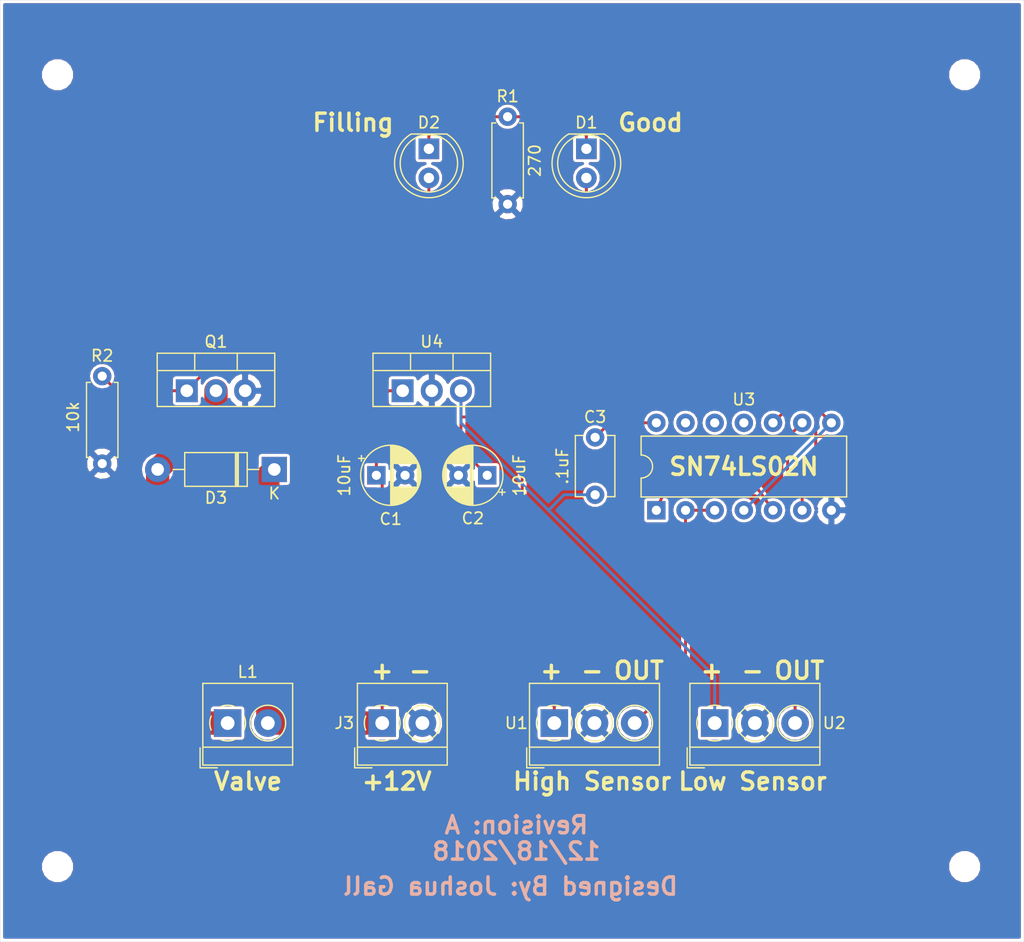
<source format=kicad_pcb>
(kicad_pcb (version 20171130) (host pcbnew "(5.0.1)-4")

  (general
    (thickness 1.6)
    (drawings 22)
    (tracks 81)
    (zones 0)
    (modules 19)
    (nets 12)
  )

  (page A4)
  (layers
    (0 F.Cu signal hide)
    (31 B.Cu signal hide)
    (32 B.Adhes user)
    (33 F.Adhes user)
    (34 B.Paste user)
    (35 F.Paste user)
    (36 B.SilkS user)
    (37 F.SilkS user hide)
    (38 B.Mask user)
    (39 F.Mask user)
    (40 Dwgs.User user)
    (41 Cmts.User user)
    (42 Eco1.User user)
    (43 Eco2.User user)
    (44 Edge.Cuts user)
    (45 Margin user)
    (46 B.CrtYd user)
    (47 F.CrtYd user)
    (48 B.Fab user)
    (49 F.Fab user)
  )

  (setup
    (last_trace_width 0.254)
    (user_trace_width 2.032863)
    (trace_clearance 0.254)
    (zone_clearance 0.254)
    (zone_45_only no)
    (trace_min 0.1524)
    (segment_width 0.2)
    (edge_width 0.15)
    (via_size 0.762)
    (via_drill 0.381)
    (via_min_size 0.6858)
    (via_min_drill 0.3302)
    (uvia_size 0.762)
    (uvia_drill 0.381)
    (uvias_allowed no)
    (uvia_min_size 0.6858)
    (uvia_min_drill 0.3302)
    (pcb_text_width 0.3)
    (pcb_text_size 1.5 1.5)
    (mod_edge_width 0.15)
    (mod_text_size 1 1)
    (mod_text_width 0.15)
    (pad_size 1.524 1.524)
    (pad_drill 0.762)
    (pad_to_mask_clearance 0.002)
    (aux_axis_origin 0 0)
    (grid_origin 97.028 43.18)
    (visible_elements 7FFFFFFF)
    (pcbplotparams
      (layerselection 0x010fc_ffffffff)
      (usegerberextensions false)
      (usegerberattributes false)
      (usegerberadvancedattributes false)
      (creategerberjobfile false)
      (excludeedgelayer true)
      (linewidth 0.100000)
      (plotframeref false)
      (viasonmask false)
      (mode 1)
      (useauxorigin false)
      (hpglpennumber 1)
      (hpglpenspeed 20)
      (hpglpendiameter 15.000000)
      (psnegative false)
      (psa4output false)
      (plotreference true)
      (plotvalue true)
      (plotinvisibletext false)
      (padsonsilk false)
      (subtractmaskfromsilk false)
      (outputformat 1)
      (mirror false)
      (drillshape 1)
      (scaleselection 1)
      (outputdirectory ""))
  )

  (net 0 "")
  (net 1 "Net-(D1-Pad2)")
  (net 2 GND)
  (net 3 "Net-(U1-Pad3)")
  (net 4 "Net-(U2-Pad3)")
  (net 5 +12V)
  (net 6 "Net-(U3-Pad1)")
  (net 7 "Net-(D3-Pad2)")
  (net 8 "Net-(D1-Pad1)")
  (net 9 "Net-(C3-Pad1)")
  (net 10 +5V)
  (net 11 SENSOR_OUT)

  (net_class Default "This is the default net class."
    (clearance 0.254)
    (trace_width 0.254)
    (via_dia 0.762)
    (via_drill 0.381)
    (uvia_dia 0.762)
    (uvia_drill 0.381)
    (diff_pair_gap 0.254)
    (diff_pair_width 0.254)
    (add_net +12V)
    (add_net +5V)
    (add_net GND)
    (add_net "Net-(C3-Pad1)")
    (add_net "Net-(D1-Pad1)")
    (add_net "Net-(D1-Pad2)")
    (add_net "Net-(D3-Pad2)")
    (add_net "Net-(U1-Pad3)")
    (add_net "Net-(U2-Pad3)")
    (add_net "Net-(U3-Pad1)")
    (add_net SENSOR_OUT)
  )

  (module Capacitor_THT:C_Disc_D5.1mm_W3.2mm_P5.00mm (layer F.Cu) (tedit 5C19C3FA) (tstamp 5C3117ED)
    (at 148.844 81.28 270)
    (descr "C, Disc series, Radial, pin pitch=5.00mm, , diameter*width=5.1*3.2mm^2, Capacitor, http://www.vishay.com/docs/45233/krseries.pdf")
    (tags "C Disc series Radial pin pitch 5.00mm  diameter 5.1mm width 3.2mm Capacitor")
    (path /5C13CB3C)
    (fp_text reference C3 (at -1.778 0) (layer F.SilkS)
      (effects (font (size 1 1) (thickness 0.15)))
    )
    (fp_text value .1uF (at 2.5 2.85 270) (layer F.SilkS)
      (effects (font (size 1 1) (thickness 0.15)))
    )
    (fp_line (start -0.05 -1.6) (end -0.05 1.6) (layer F.Fab) (width 0.1))
    (fp_line (start -0.05 1.6) (end 5.05 1.6) (layer F.Fab) (width 0.1))
    (fp_line (start 5.05 1.6) (end 5.05 -1.6) (layer F.Fab) (width 0.1))
    (fp_line (start 5.05 -1.6) (end -0.05 -1.6) (layer F.Fab) (width 0.1))
    (fp_line (start -0.17 -1.721) (end 5.17 -1.721) (layer F.SilkS) (width 0.12))
    (fp_line (start -0.17 1.721) (end 5.17 1.721) (layer F.SilkS) (width 0.12))
    (fp_line (start -0.17 -1.721) (end -0.17 -1.055) (layer F.SilkS) (width 0.12))
    (fp_line (start -0.17 1.055) (end -0.17 1.721) (layer F.SilkS) (width 0.12))
    (fp_line (start 5.17 -1.721) (end 5.17 -1.055) (layer F.SilkS) (width 0.12))
    (fp_line (start 5.17 1.055) (end 5.17 1.721) (layer F.SilkS) (width 0.12))
    (fp_line (start -1.05 -1.85) (end -1.05 1.85) (layer F.CrtYd) (width 0.05))
    (fp_line (start -1.05 1.85) (end 6.05 1.85) (layer F.CrtYd) (width 0.05))
    (fp_line (start 6.05 1.85) (end 6.05 -1.85) (layer F.CrtYd) (width 0.05))
    (fp_line (start 6.05 -1.85) (end -1.05 -1.85) (layer F.CrtYd) (width 0.05))
    (fp_text user %R (at 2.5 0 270) (layer F.Fab)
      (effects (font (size 1 1) (thickness 0.15)))
    )
    (pad 1 thru_hole circle (at 0 0 270) (size 1.6 1.6) (drill 0.8) (layers *.Cu *.Mask)
      (net 9 "Net-(C3-Pad1)"))
    (pad 2 thru_hole circle (at 5 0 270) (size 1.6 1.6) (drill 0.8) (layers *.Cu *.Mask)
      (net 10 +5V))
    (model ${KISYS3DMOD}/Capacitor_THT.3dshapes/C_Disc_D5.1mm_W3.2mm_P5.00mm.wrl
      (at (xyz 0 0 0))
      (scale (xyz 1 1 1))
      (rotate (xyz 0 0 0))
    )
  )

  (module Capacitor_THT:CP_Radial_D5.0mm_P2.50mm (layer F.Cu) (tedit 5C19C3B1) (tstamp 5C25D6D7)
    (at 129.794 84.582)
    (descr "CP, Radial series, Radial, pin pitch=2.50mm, , diameter=5mm, Electrolytic Capacitor")
    (tags "CP Radial series Radial pin pitch 2.50mm  diameter 5mm Electrolytic Capacitor")
    (path /5C0DDD9C)
    (fp_text reference C1 (at 1.25 3.81) (layer F.SilkS)
      (effects (font (size 1 1) (thickness 0.15)))
    )
    (fp_text value 10uF (at -2.794 0 90) (layer F.SilkS)
      (effects (font (size 1 1) (thickness 0.15)))
    )
    (fp_circle (center 1.25 0) (end 3.75 0) (layer F.Fab) (width 0.1))
    (fp_circle (center 1.25 0) (end 3.87 0) (layer F.SilkS) (width 0.12))
    (fp_circle (center 1.25 0) (end 4 0) (layer F.CrtYd) (width 0.05))
    (fp_line (start -0.883605 -1.0875) (end -0.383605 -1.0875) (layer F.Fab) (width 0.1))
    (fp_line (start -0.633605 -1.3375) (end -0.633605 -0.8375) (layer F.Fab) (width 0.1))
    (fp_line (start 1.25 -2.58) (end 1.25 2.58) (layer F.SilkS) (width 0.12))
    (fp_line (start 1.29 -2.58) (end 1.29 2.58) (layer F.SilkS) (width 0.12))
    (fp_line (start 1.33 -2.579) (end 1.33 2.579) (layer F.SilkS) (width 0.12))
    (fp_line (start 1.37 -2.578) (end 1.37 2.578) (layer F.SilkS) (width 0.12))
    (fp_line (start 1.41 -2.576) (end 1.41 2.576) (layer F.SilkS) (width 0.12))
    (fp_line (start 1.45 -2.573) (end 1.45 2.573) (layer F.SilkS) (width 0.12))
    (fp_line (start 1.49 -2.569) (end 1.49 -1.04) (layer F.SilkS) (width 0.12))
    (fp_line (start 1.49 1.04) (end 1.49 2.569) (layer F.SilkS) (width 0.12))
    (fp_line (start 1.53 -2.565) (end 1.53 -1.04) (layer F.SilkS) (width 0.12))
    (fp_line (start 1.53 1.04) (end 1.53 2.565) (layer F.SilkS) (width 0.12))
    (fp_line (start 1.57 -2.561) (end 1.57 -1.04) (layer F.SilkS) (width 0.12))
    (fp_line (start 1.57 1.04) (end 1.57 2.561) (layer F.SilkS) (width 0.12))
    (fp_line (start 1.61 -2.556) (end 1.61 -1.04) (layer F.SilkS) (width 0.12))
    (fp_line (start 1.61 1.04) (end 1.61 2.556) (layer F.SilkS) (width 0.12))
    (fp_line (start 1.65 -2.55) (end 1.65 -1.04) (layer F.SilkS) (width 0.12))
    (fp_line (start 1.65 1.04) (end 1.65 2.55) (layer F.SilkS) (width 0.12))
    (fp_line (start 1.69 -2.543) (end 1.69 -1.04) (layer F.SilkS) (width 0.12))
    (fp_line (start 1.69 1.04) (end 1.69 2.543) (layer F.SilkS) (width 0.12))
    (fp_line (start 1.73 -2.536) (end 1.73 -1.04) (layer F.SilkS) (width 0.12))
    (fp_line (start 1.73 1.04) (end 1.73 2.536) (layer F.SilkS) (width 0.12))
    (fp_line (start 1.77 -2.528) (end 1.77 -1.04) (layer F.SilkS) (width 0.12))
    (fp_line (start 1.77 1.04) (end 1.77 2.528) (layer F.SilkS) (width 0.12))
    (fp_line (start 1.81 -2.52) (end 1.81 -1.04) (layer F.SilkS) (width 0.12))
    (fp_line (start 1.81 1.04) (end 1.81 2.52) (layer F.SilkS) (width 0.12))
    (fp_line (start 1.85 -2.511) (end 1.85 -1.04) (layer F.SilkS) (width 0.12))
    (fp_line (start 1.85 1.04) (end 1.85 2.511) (layer F.SilkS) (width 0.12))
    (fp_line (start 1.89 -2.501) (end 1.89 -1.04) (layer F.SilkS) (width 0.12))
    (fp_line (start 1.89 1.04) (end 1.89 2.501) (layer F.SilkS) (width 0.12))
    (fp_line (start 1.93 -2.491) (end 1.93 -1.04) (layer F.SilkS) (width 0.12))
    (fp_line (start 1.93 1.04) (end 1.93 2.491) (layer F.SilkS) (width 0.12))
    (fp_line (start 1.971 -2.48) (end 1.971 -1.04) (layer F.SilkS) (width 0.12))
    (fp_line (start 1.971 1.04) (end 1.971 2.48) (layer F.SilkS) (width 0.12))
    (fp_line (start 2.011 -2.468) (end 2.011 -1.04) (layer F.SilkS) (width 0.12))
    (fp_line (start 2.011 1.04) (end 2.011 2.468) (layer F.SilkS) (width 0.12))
    (fp_line (start 2.051 -2.455) (end 2.051 -1.04) (layer F.SilkS) (width 0.12))
    (fp_line (start 2.051 1.04) (end 2.051 2.455) (layer F.SilkS) (width 0.12))
    (fp_line (start 2.091 -2.442) (end 2.091 -1.04) (layer F.SilkS) (width 0.12))
    (fp_line (start 2.091 1.04) (end 2.091 2.442) (layer F.SilkS) (width 0.12))
    (fp_line (start 2.131 -2.428) (end 2.131 -1.04) (layer F.SilkS) (width 0.12))
    (fp_line (start 2.131 1.04) (end 2.131 2.428) (layer F.SilkS) (width 0.12))
    (fp_line (start 2.171 -2.414) (end 2.171 -1.04) (layer F.SilkS) (width 0.12))
    (fp_line (start 2.171 1.04) (end 2.171 2.414) (layer F.SilkS) (width 0.12))
    (fp_line (start 2.211 -2.398) (end 2.211 -1.04) (layer F.SilkS) (width 0.12))
    (fp_line (start 2.211 1.04) (end 2.211 2.398) (layer F.SilkS) (width 0.12))
    (fp_line (start 2.251 -2.382) (end 2.251 -1.04) (layer F.SilkS) (width 0.12))
    (fp_line (start 2.251 1.04) (end 2.251 2.382) (layer F.SilkS) (width 0.12))
    (fp_line (start 2.291 -2.365) (end 2.291 -1.04) (layer F.SilkS) (width 0.12))
    (fp_line (start 2.291 1.04) (end 2.291 2.365) (layer F.SilkS) (width 0.12))
    (fp_line (start 2.331 -2.348) (end 2.331 -1.04) (layer F.SilkS) (width 0.12))
    (fp_line (start 2.331 1.04) (end 2.331 2.348) (layer F.SilkS) (width 0.12))
    (fp_line (start 2.371 -2.329) (end 2.371 -1.04) (layer F.SilkS) (width 0.12))
    (fp_line (start 2.371 1.04) (end 2.371 2.329) (layer F.SilkS) (width 0.12))
    (fp_line (start 2.411 -2.31) (end 2.411 -1.04) (layer F.SilkS) (width 0.12))
    (fp_line (start 2.411 1.04) (end 2.411 2.31) (layer F.SilkS) (width 0.12))
    (fp_line (start 2.451 -2.29) (end 2.451 -1.04) (layer F.SilkS) (width 0.12))
    (fp_line (start 2.451 1.04) (end 2.451 2.29) (layer F.SilkS) (width 0.12))
    (fp_line (start 2.491 -2.268) (end 2.491 -1.04) (layer F.SilkS) (width 0.12))
    (fp_line (start 2.491 1.04) (end 2.491 2.268) (layer F.SilkS) (width 0.12))
    (fp_line (start 2.531 -2.247) (end 2.531 -1.04) (layer F.SilkS) (width 0.12))
    (fp_line (start 2.531 1.04) (end 2.531 2.247) (layer F.SilkS) (width 0.12))
    (fp_line (start 2.571 -2.224) (end 2.571 -1.04) (layer F.SilkS) (width 0.12))
    (fp_line (start 2.571 1.04) (end 2.571 2.224) (layer F.SilkS) (width 0.12))
    (fp_line (start 2.611 -2.2) (end 2.611 -1.04) (layer F.SilkS) (width 0.12))
    (fp_line (start 2.611 1.04) (end 2.611 2.2) (layer F.SilkS) (width 0.12))
    (fp_line (start 2.651 -2.175) (end 2.651 -1.04) (layer F.SilkS) (width 0.12))
    (fp_line (start 2.651 1.04) (end 2.651 2.175) (layer F.SilkS) (width 0.12))
    (fp_line (start 2.691 -2.149) (end 2.691 -1.04) (layer F.SilkS) (width 0.12))
    (fp_line (start 2.691 1.04) (end 2.691 2.149) (layer F.SilkS) (width 0.12))
    (fp_line (start 2.731 -2.122) (end 2.731 -1.04) (layer F.SilkS) (width 0.12))
    (fp_line (start 2.731 1.04) (end 2.731 2.122) (layer F.SilkS) (width 0.12))
    (fp_line (start 2.771 -2.095) (end 2.771 -1.04) (layer F.SilkS) (width 0.12))
    (fp_line (start 2.771 1.04) (end 2.771 2.095) (layer F.SilkS) (width 0.12))
    (fp_line (start 2.811 -2.065) (end 2.811 -1.04) (layer F.SilkS) (width 0.12))
    (fp_line (start 2.811 1.04) (end 2.811 2.065) (layer F.SilkS) (width 0.12))
    (fp_line (start 2.851 -2.035) (end 2.851 -1.04) (layer F.SilkS) (width 0.12))
    (fp_line (start 2.851 1.04) (end 2.851 2.035) (layer F.SilkS) (width 0.12))
    (fp_line (start 2.891 -2.004) (end 2.891 -1.04) (layer F.SilkS) (width 0.12))
    (fp_line (start 2.891 1.04) (end 2.891 2.004) (layer F.SilkS) (width 0.12))
    (fp_line (start 2.931 -1.971) (end 2.931 -1.04) (layer F.SilkS) (width 0.12))
    (fp_line (start 2.931 1.04) (end 2.931 1.971) (layer F.SilkS) (width 0.12))
    (fp_line (start 2.971 -1.937) (end 2.971 -1.04) (layer F.SilkS) (width 0.12))
    (fp_line (start 2.971 1.04) (end 2.971 1.937) (layer F.SilkS) (width 0.12))
    (fp_line (start 3.011 -1.901) (end 3.011 -1.04) (layer F.SilkS) (width 0.12))
    (fp_line (start 3.011 1.04) (end 3.011 1.901) (layer F.SilkS) (width 0.12))
    (fp_line (start 3.051 -1.864) (end 3.051 -1.04) (layer F.SilkS) (width 0.12))
    (fp_line (start 3.051 1.04) (end 3.051 1.864) (layer F.SilkS) (width 0.12))
    (fp_line (start 3.091 -1.826) (end 3.091 -1.04) (layer F.SilkS) (width 0.12))
    (fp_line (start 3.091 1.04) (end 3.091 1.826) (layer F.SilkS) (width 0.12))
    (fp_line (start 3.131 -1.785) (end 3.131 -1.04) (layer F.SilkS) (width 0.12))
    (fp_line (start 3.131 1.04) (end 3.131 1.785) (layer F.SilkS) (width 0.12))
    (fp_line (start 3.171 -1.743) (end 3.171 -1.04) (layer F.SilkS) (width 0.12))
    (fp_line (start 3.171 1.04) (end 3.171 1.743) (layer F.SilkS) (width 0.12))
    (fp_line (start 3.211 -1.699) (end 3.211 -1.04) (layer F.SilkS) (width 0.12))
    (fp_line (start 3.211 1.04) (end 3.211 1.699) (layer F.SilkS) (width 0.12))
    (fp_line (start 3.251 -1.653) (end 3.251 -1.04) (layer F.SilkS) (width 0.12))
    (fp_line (start 3.251 1.04) (end 3.251 1.653) (layer F.SilkS) (width 0.12))
    (fp_line (start 3.291 -1.605) (end 3.291 -1.04) (layer F.SilkS) (width 0.12))
    (fp_line (start 3.291 1.04) (end 3.291 1.605) (layer F.SilkS) (width 0.12))
    (fp_line (start 3.331 -1.554) (end 3.331 -1.04) (layer F.SilkS) (width 0.12))
    (fp_line (start 3.331 1.04) (end 3.331 1.554) (layer F.SilkS) (width 0.12))
    (fp_line (start 3.371 -1.5) (end 3.371 -1.04) (layer F.SilkS) (width 0.12))
    (fp_line (start 3.371 1.04) (end 3.371 1.5) (layer F.SilkS) (width 0.12))
    (fp_line (start 3.411 -1.443) (end 3.411 -1.04) (layer F.SilkS) (width 0.12))
    (fp_line (start 3.411 1.04) (end 3.411 1.443) (layer F.SilkS) (width 0.12))
    (fp_line (start 3.451 -1.383) (end 3.451 -1.04) (layer F.SilkS) (width 0.12))
    (fp_line (start 3.451 1.04) (end 3.451 1.383) (layer F.SilkS) (width 0.12))
    (fp_line (start 3.491 -1.319) (end 3.491 -1.04) (layer F.SilkS) (width 0.12))
    (fp_line (start 3.491 1.04) (end 3.491 1.319) (layer F.SilkS) (width 0.12))
    (fp_line (start 3.531 -1.251) (end 3.531 -1.04) (layer F.SilkS) (width 0.12))
    (fp_line (start 3.531 1.04) (end 3.531 1.251) (layer F.SilkS) (width 0.12))
    (fp_line (start 3.571 -1.178) (end 3.571 1.178) (layer F.SilkS) (width 0.12))
    (fp_line (start 3.611 -1.098) (end 3.611 1.098) (layer F.SilkS) (width 0.12))
    (fp_line (start 3.651 -1.011) (end 3.651 1.011) (layer F.SilkS) (width 0.12))
    (fp_line (start 3.691 -0.915) (end 3.691 0.915) (layer F.SilkS) (width 0.12))
    (fp_line (start 3.731 -0.805) (end 3.731 0.805) (layer F.SilkS) (width 0.12))
    (fp_line (start 3.771 -0.677) (end 3.771 0.677) (layer F.SilkS) (width 0.12))
    (fp_line (start 3.811 -0.518) (end 3.811 0.518) (layer F.SilkS) (width 0.12))
    (fp_line (start 3.851 -0.284) (end 3.851 0.284) (layer F.SilkS) (width 0.12))
    (fp_line (start -1.554775 -1.475) (end -1.054775 -1.475) (layer F.SilkS) (width 0.12))
    (fp_line (start -1.304775 -1.725) (end -1.304775 -1.225) (layer F.SilkS) (width 0.12))
    (fp_text user %R (at 1.25 0) (layer F.Fab)
      (effects (font (size 1 1) (thickness 0.15)))
    )
    (pad 1 thru_hole rect (at 0 0) (size 1.6 1.6) (drill 0.8) (layers *.Cu *.Mask)
      (net 5 +12V))
    (pad 2 thru_hole circle (at 2.5 0) (size 1.6 1.6) (drill 0.8) (layers *.Cu *.Mask)
      (net 2 GND))
    (model ${KISYS3DMOD}/Capacitor_THT.3dshapes/CP_Radial_D5.0mm_P2.50mm.wrl
      (at (xyz 0 0 0))
      (scale (xyz 1 1 1))
      (rotate (xyz 0 0 0))
    )
  )

  (module Capacitor_THT:CP_Radial_D5.0mm_P2.50mm (layer F.Cu) (tedit 5C19C3AA) (tstamp 5C17C88A)
    (at 139.446 84.582 180)
    (descr "CP, Radial series, Radial, pin pitch=2.50mm, , diameter=5mm, Electrolytic Capacitor")
    (tags "CP Radial series Radial pin pitch 2.50mm  diameter 5mm Electrolytic Capacitor")
    (path /5C0DDE5E)
    (fp_text reference C2 (at 1.25 -3.75 180) (layer F.SilkS)
      (effects (font (size 1 1) (thickness 0.15)))
    )
    (fp_text value 10uF (at -2.794 0 270) (layer F.SilkS)
      (effects (font (size 1 1) (thickness 0.15)))
    )
    (fp_text user %R (at 1.25 0 180) (layer F.Fab)
      (effects (font (size 1 1) (thickness 0.15)))
    )
    (fp_line (start -1.304775 -1.725) (end -1.304775 -1.225) (layer F.SilkS) (width 0.12))
    (fp_line (start -1.554775 -1.475) (end -1.054775 -1.475) (layer F.SilkS) (width 0.12))
    (fp_line (start 3.851 -0.284) (end 3.851 0.284) (layer F.SilkS) (width 0.12))
    (fp_line (start 3.811 -0.518) (end 3.811 0.518) (layer F.SilkS) (width 0.12))
    (fp_line (start 3.771 -0.677) (end 3.771 0.677) (layer F.SilkS) (width 0.12))
    (fp_line (start 3.731 -0.805) (end 3.731 0.805) (layer F.SilkS) (width 0.12))
    (fp_line (start 3.691 -0.915) (end 3.691 0.915) (layer F.SilkS) (width 0.12))
    (fp_line (start 3.651 -1.011) (end 3.651 1.011) (layer F.SilkS) (width 0.12))
    (fp_line (start 3.611 -1.098) (end 3.611 1.098) (layer F.SilkS) (width 0.12))
    (fp_line (start 3.571 -1.178) (end 3.571 1.178) (layer F.SilkS) (width 0.12))
    (fp_line (start 3.531 1.04) (end 3.531 1.251) (layer F.SilkS) (width 0.12))
    (fp_line (start 3.531 -1.251) (end 3.531 -1.04) (layer F.SilkS) (width 0.12))
    (fp_line (start 3.491 1.04) (end 3.491 1.319) (layer F.SilkS) (width 0.12))
    (fp_line (start 3.491 -1.319) (end 3.491 -1.04) (layer F.SilkS) (width 0.12))
    (fp_line (start 3.451 1.04) (end 3.451 1.383) (layer F.SilkS) (width 0.12))
    (fp_line (start 3.451 -1.383) (end 3.451 -1.04) (layer F.SilkS) (width 0.12))
    (fp_line (start 3.411 1.04) (end 3.411 1.443) (layer F.SilkS) (width 0.12))
    (fp_line (start 3.411 -1.443) (end 3.411 -1.04) (layer F.SilkS) (width 0.12))
    (fp_line (start 3.371 1.04) (end 3.371 1.5) (layer F.SilkS) (width 0.12))
    (fp_line (start 3.371 -1.5) (end 3.371 -1.04) (layer F.SilkS) (width 0.12))
    (fp_line (start 3.331 1.04) (end 3.331 1.554) (layer F.SilkS) (width 0.12))
    (fp_line (start 3.331 -1.554) (end 3.331 -1.04) (layer F.SilkS) (width 0.12))
    (fp_line (start 3.291 1.04) (end 3.291 1.605) (layer F.SilkS) (width 0.12))
    (fp_line (start 3.291 -1.605) (end 3.291 -1.04) (layer F.SilkS) (width 0.12))
    (fp_line (start 3.251 1.04) (end 3.251 1.653) (layer F.SilkS) (width 0.12))
    (fp_line (start 3.251 -1.653) (end 3.251 -1.04) (layer F.SilkS) (width 0.12))
    (fp_line (start 3.211 1.04) (end 3.211 1.699) (layer F.SilkS) (width 0.12))
    (fp_line (start 3.211 -1.699) (end 3.211 -1.04) (layer F.SilkS) (width 0.12))
    (fp_line (start 3.171 1.04) (end 3.171 1.743) (layer F.SilkS) (width 0.12))
    (fp_line (start 3.171 -1.743) (end 3.171 -1.04) (layer F.SilkS) (width 0.12))
    (fp_line (start 3.131 1.04) (end 3.131 1.785) (layer F.SilkS) (width 0.12))
    (fp_line (start 3.131 -1.785) (end 3.131 -1.04) (layer F.SilkS) (width 0.12))
    (fp_line (start 3.091 1.04) (end 3.091 1.826) (layer F.SilkS) (width 0.12))
    (fp_line (start 3.091 -1.826) (end 3.091 -1.04) (layer F.SilkS) (width 0.12))
    (fp_line (start 3.051 1.04) (end 3.051 1.864) (layer F.SilkS) (width 0.12))
    (fp_line (start 3.051 -1.864) (end 3.051 -1.04) (layer F.SilkS) (width 0.12))
    (fp_line (start 3.011 1.04) (end 3.011 1.901) (layer F.SilkS) (width 0.12))
    (fp_line (start 3.011 -1.901) (end 3.011 -1.04) (layer F.SilkS) (width 0.12))
    (fp_line (start 2.971 1.04) (end 2.971 1.937) (layer F.SilkS) (width 0.12))
    (fp_line (start 2.971 -1.937) (end 2.971 -1.04) (layer F.SilkS) (width 0.12))
    (fp_line (start 2.931 1.04) (end 2.931 1.971) (layer F.SilkS) (width 0.12))
    (fp_line (start 2.931 -1.971) (end 2.931 -1.04) (layer F.SilkS) (width 0.12))
    (fp_line (start 2.891 1.04) (end 2.891 2.004) (layer F.SilkS) (width 0.12))
    (fp_line (start 2.891 -2.004) (end 2.891 -1.04) (layer F.SilkS) (width 0.12))
    (fp_line (start 2.851 1.04) (end 2.851 2.035) (layer F.SilkS) (width 0.12))
    (fp_line (start 2.851 -2.035) (end 2.851 -1.04) (layer F.SilkS) (width 0.12))
    (fp_line (start 2.811 1.04) (end 2.811 2.065) (layer F.SilkS) (width 0.12))
    (fp_line (start 2.811 -2.065) (end 2.811 -1.04) (layer F.SilkS) (width 0.12))
    (fp_line (start 2.771 1.04) (end 2.771 2.095) (layer F.SilkS) (width 0.12))
    (fp_line (start 2.771 -2.095) (end 2.771 -1.04) (layer F.SilkS) (width 0.12))
    (fp_line (start 2.731 1.04) (end 2.731 2.122) (layer F.SilkS) (width 0.12))
    (fp_line (start 2.731 -2.122) (end 2.731 -1.04) (layer F.SilkS) (width 0.12))
    (fp_line (start 2.691 1.04) (end 2.691 2.149) (layer F.SilkS) (width 0.12))
    (fp_line (start 2.691 -2.149) (end 2.691 -1.04) (layer F.SilkS) (width 0.12))
    (fp_line (start 2.651 1.04) (end 2.651 2.175) (layer F.SilkS) (width 0.12))
    (fp_line (start 2.651 -2.175) (end 2.651 -1.04) (layer F.SilkS) (width 0.12))
    (fp_line (start 2.611 1.04) (end 2.611 2.2) (layer F.SilkS) (width 0.12))
    (fp_line (start 2.611 -2.2) (end 2.611 -1.04) (layer F.SilkS) (width 0.12))
    (fp_line (start 2.571 1.04) (end 2.571 2.224) (layer F.SilkS) (width 0.12))
    (fp_line (start 2.571 -2.224) (end 2.571 -1.04) (layer F.SilkS) (width 0.12))
    (fp_line (start 2.531 1.04) (end 2.531 2.247) (layer F.SilkS) (width 0.12))
    (fp_line (start 2.531 -2.247) (end 2.531 -1.04) (layer F.SilkS) (width 0.12))
    (fp_line (start 2.491 1.04) (end 2.491 2.268) (layer F.SilkS) (width 0.12))
    (fp_line (start 2.491 -2.268) (end 2.491 -1.04) (layer F.SilkS) (width 0.12))
    (fp_line (start 2.451 1.04) (end 2.451 2.29) (layer F.SilkS) (width 0.12))
    (fp_line (start 2.451 -2.29) (end 2.451 -1.04) (layer F.SilkS) (width 0.12))
    (fp_line (start 2.411 1.04) (end 2.411 2.31) (layer F.SilkS) (width 0.12))
    (fp_line (start 2.411 -2.31) (end 2.411 -1.04) (layer F.SilkS) (width 0.12))
    (fp_line (start 2.371 1.04) (end 2.371 2.329) (layer F.SilkS) (width 0.12))
    (fp_line (start 2.371 -2.329) (end 2.371 -1.04) (layer F.SilkS) (width 0.12))
    (fp_line (start 2.331 1.04) (end 2.331 2.348) (layer F.SilkS) (width 0.12))
    (fp_line (start 2.331 -2.348) (end 2.331 -1.04) (layer F.SilkS) (width 0.12))
    (fp_line (start 2.291 1.04) (end 2.291 2.365) (layer F.SilkS) (width 0.12))
    (fp_line (start 2.291 -2.365) (end 2.291 -1.04) (layer F.SilkS) (width 0.12))
    (fp_line (start 2.251 1.04) (end 2.251 2.382) (layer F.SilkS) (width 0.12))
    (fp_line (start 2.251 -2.382) (end 2.251 -1.04) (layer F.SilkS) (width 0.12))
    (fp_line (start 2.211 1.04) (end 2.211 2.398) (layer F.SilkS) (width 0.12))
    (fp_line (start 2.211 -2.398) (end 2.211 -1.04) (layer F.SilkS) (width 0.12))
    (fp_line (start 2.171 1.04) (end 2.171 2.414) (layer F.SilkS) (width 0.12))
    (fp_line (start 2.171 -2.414) (end 2.171 -1.04) (layer F.SilkS) (width 0.12))
    (fp_line (start 2.131 1.04) (end 2.131 2.428) (layer F.SilkS) (width 0.12))
    (fp_line (start 2.131 -2.428) (end 2.131 -1.04) (layer F.SilkS) (width 0.12))
    (fp_line (start 2.091 1.04) (end 2.091 2.442) (layer F.SilkS) (width 0.12))
    (fp_line (start 2.091 -2.442) (end 2.091 -1.04) (layer F.SilkS) (width 0.12))
    (fp_line (start 2.051 1.04) (end 2.051 2.455) (layer F.SilkS) (width 0.12))
    (fp_line (start 2.051 -2.455) (end 2.051 -1.04) (layer F.SilkS) (width 0.12))
    (fp_line (start 2.011 1.04) (end 2.011 2.468) (layer F.SilkS) (width 0.12))
    (fp_line (start 2.011 -2.468) (end 2.011 -1.04) (layer F.SilkS) (width 0.12))
    (fp_line (start 1.971 1.04) (end 1.971 2.48) (layer F.SilkS) (width 0.12))
    (fp_line (start 1.971 -2.48) (end 1.971 -1.04) (layer F.SilkS) (width 0.12))
    (fp_line (start 1.93 1.04) (end 1.93 2.491) (layer F.SilkS) (width 0.12))
    (fp_line (start 1.93 -2.491) (end 1.93 -1.04) (layer F.SilkS) (width 0.12))
    (fp_line (start 1.89 1.04) (end 1.89 2.501) (layer F.SilkS) (width 0.12))
    (fp_line (start 1.89 -2.501) (end 1.89 -1.04) (layer F.SilkS) (width 0.12))
    (fp_line (start 1.85 1.04) (end 1.85 2.511) (layer F.SilkS) (width 0.12))
    (fp_line (start 1.85 -2.511) (end 1.85 -1.04) (layer F.SilkS) (width 0.12))
    (fp_line (start 1.81 1.04) (end 1.81 2.52) (layer F.SilkS) (width 0.12))
    (fp_line (start 1.81 -2.52) (end 1.81 -1.04) (layer F.SilkS) (width 0.12))
    (fp_line (start 1.77 1.04) (end 1.77 2.528) (layer F.SilkS) (width 0.12))
    (fp_line (start 1.77 -2.528) (end 1.77 -1.04) (layer F.SilkS) (width 0.12))
    (fp_line (start 1.73 1.04) (end 1.73 2.536) (layer F.SilkS) (width 0.12))
    (fp_line (start 1.73 -2.536) (end 1.73 -1.04) (layer F.SilkS) (width 0.12))
    (fp_line (start 1.69 1.04) (end 1.69 2.543) (layer F.SilkS) (width 0.12))
    (fp_line (start 1.69 -2.543) (end 1.69 -1.04) (layer F.SilkS) (width 0.12))
    (fp_line (start 1.65 1.04) (end 1.65 2.55) (layer F.SilkS) (width 0.12))
    (fp_line (start 1.65 -2.55) (end 1.65 -1.04) (layer F.SilkS) (width 0.12))
    (fp_line (start 1.61 1.04) (end 1.61 2.556) (layer F.SilkS) (width 0.12))
    (fp_line (start 1.61 -2.556) (end 1.61 -1.04) (layer F.SilkS) (width 0.12))
    (fp_line (start 1.57 1.04) (end 1.57 2.561) (layer F.SilkS) (width 0.12))
    (fp_line (start 1.57 -2.561) (end 1.57 -1.04) (layer F.SilkS) (width 0.12))
    (fp_line (start 1.53 1.04) (end 1.53 2.565) (layer F.SilkS) (width 0.12))
    (fp_line (start 1.53 -2.565) (end 1.53 -1.04) (layer F.SilkS) (width 0.12))
    (fp_line (start 1.49 1.04) (end 1.49 2.569) (layer F.SilkS) (width 0.12))
    (fp_line (start 1.49 -2.569) (end 1.49 -1.04) (layer F.SilkS) (width 0.12))
    (fp_line (start 1.45 -2.573) (end 1.45 2.573) (layer F.SilkS) (width 0.12))
    (fp_line (start 1.41 -2.576) (end 1.41 2.576) (layer F.SilkS) (width 0.12))
    (fp_line (start 1.37 -2.578) (end 1.37 2.578) (layer F.SilkS) (width 0.12))
    (fp_line (start 1.33 -2.579) (end 1.33 2.579) (layer F.SilkS) (width 0.12))
    (fp_line (start 1.29 -2.58) (end 1.29 2.58) (layer F.SilkS) (width 0.12))
    (fp_line (start 1.25 -2.58) (end 1.25 2.58) (layer F.SilkS) (width 0.12))
    (fp_line (start -0.633605 -1.3375) (end -0.633605 -0.8375) (layer F.Fab) (width 0.1))
    (fp_line (start -0.883605 -1.0875) (end -0.383605 -1.0875) (layer F.Fab) (width 0.1))
    (fp_circle (center 1.25 0) (end 4 0) (layer F.CrtYd) (width 0.05))
    (fp_circle (center 1.25 0) (end 3.87 0) (layer F.SilkS) (width 0.12))
    (fp_circle (center 1.25 0) (end 3.75 0) (layer F.Fab) (width 0.1))
    (pad 2 thru_hole circle (at 2.5 0 180) (size 1.6 1.6) (drill 0.8) (layers *.Cu *.Mask)
      (net 2 GND))
    (pad 1 thru_hole rect (at 0 0 180) (size 1.6 1.6) (drill 0.8) (layers *.Cu *.Mask)
      (net 10 +5V))
    (model ${KISYS3DMOD}/Capacitor_THT.3dshapes/CP_Radial_D5.0mm_P2.50mm.wrl
      (at (xyz 0 0 0))
      (scale (xyz 1 1 1))
      (rotate (xyz 0 0 0))
    )
  )

  (module LED_THT:LED_D5.0mm (layer F.Cu) (tedit 5995936A) (tstamp 5C17C89C)
    (at 148.082 56.134 270)
    (descr "LED, diameter 5.0mm, 2 pins, http://cdn-reichelt.de/documents/datenblatt/A500/LL-504BC2E-009.pdf")
    (tags "LED diameter 5.0mm 2 pins")
    (path /5C0D3B3F)
    (fp_text reference D1 (at -2.286 0) (layer F.SilkS)
      (effects (font (size 1 1) (thickness 0.15)))
    )
    (fp_text value Good (at -3.048 0) (layer F.Fab)
      (effects (font (size 1 1) (thickness 0.15)))
    )
    (fp_text user %R (at 1.25 0 270) (layer F.Fab)
      (effects (font (size 0.8 0.8) (thickness 0.2)))
    )
    (fp_line (start 4.5 -3.25) (end -1.95 -3.25) (layer F.CrtYd) (width 0.05))
    (fp_line (start 4.5 3.25) (end 4.5 -3.25) (layer F.CrtYd) (width 0.05))
    (fp_line (start -1.95 3.25) (end 4.5 3.25) (layer F.CrtYd) (width 0.05))
    (fp_line (start -1.95 -3.25) (end -1.95 3.25) (layer F.CrtYd) (width 0.05))
    (fp_line (start -1.29 -1.545) (end -1.29 1.545) (layer F.SilkS) (width 0.12))
    (fp_line (start -1.23 -1.469694) (end -1.23 1.469694) (layer F.Fab) (width 0.1))
    (fp_circle (center 1.27 0) (end 3.77 0) (layer F.SilkS) (width 0.12))
    (fp_circle (center 1.27 0) (end 3.77 0) (layer F.Fab) (width 0.1))
    (fp_arc (start 1.27 0) (end -1.29 1.54483) (angle -148.9) (layer F.SilkS) (width 0.12))
    (fp_arc (start 1.27 0) (end -1.29 -1.54483) (angle 148.9) (layer F.SilkS) (width 0.12))
    (fp_arc (start 1.27 0) (end -1.23 -1.469694) (angle 299.1) (layer F.Fab) (width 0.1))
    (pad 2 thru_hole circle (at 2.54 0 270) (size 1.8 1.8) (drill 0.9) (layers *.Cu *.Mask)
      (net 1 "Net-(D1-Pad2)"))
    (pad 1 thru_hole rect (at 0 0 270) (size 1.8 1.8) (drill 0.9) (layers *.Cu *.Mask)
      (net 8 "Net-(D1-Pad1)"))
    (model ${KISYS3DMOD}/LED_THT.3dshapes/LED_D5.0mm.wrl
      (at (xyz 0 0 0))
      (scale (xyz 1 1 1))
      (rotate (xyz 0 0 0))
    )
  )

  (module LED_THT:LED_D5.0mm (layer F.Cu) (tedit 5995936A) (tstamp 5C17C8AE)
    (at 134.366 56.134 270)
    (descr "LED, diameter 5.0mm, 2 pins, http://cdn-reichelt.de/documents/datenblatt/A500/LL-504BC2E-009.pdf")
    (tags "LED diameter 5.0mm 2 pins")
    (path /5BFD9D0D)
    (fp_text reference D2 (at -2.286 0) (layer F.SilkS)
      (effects (font (size 1 1) (thickness 0.15)))
    )
    (fp_text value Filling (at -3.048 0) (layer F.Fab)
      (effects (font (size 1 1) (thickness 0.15)))
    )
    (fp_arc (start 1.27 0) (end -1.23 -1.469694) (angle 299.1) (layer F.Fab) (width 0.1))
    (fp_arc (start 1.27 0) (end -1.29 -1.54483) (angle 148.9) (layer F.SilkS) (width 0.12))
    (fp_arc (start 1.27 0) (end -1.29 1.54483) (angle -148.9) (layer F.SilkS) (width 0.12))
    (fp_circle (center 1.27 0) (end 3.77 0) (layer F.Fab) (width 0.1))
    (fp_circle (center 1.27 0) (end 3.77 0) (layer F.SilkS) (width 0.12))
    (fp_line (start -1.23 -1.469694) (end -1.23 1.469694) (layer F.Fab) (width 0.1))
    (fp_line (start -1.29 -1.545) (end -1.29 1.545) (layer F.SilkS) (width 0.12))
    (fp_line (start -1.95 -3.25) (end -1.95 3.25) (layer F.CrtYd) (width 0.05))
    (fp_line (start -1.95 3.25) (end 4.5 3.25) (layer F.CrtYd) (width 0.05))
    (fp_line (start 4.5 3.25) (end 4.5 -3.25) (layer F.CrtYd) (width 0.05))
    (fp_line (start 4.5 -3.25) (end -1.95 -3.25) (layer F.CrtYd) (width 0.05))
    (fp_text user %R (at 1.25 0 270) (layer F.Fab)
      (effects (font (size 0.8 0.8) (thickness 0.2)))
    )
    (pad 1 thru_hole rect (at 0 0 270) (size 1.8 1.8) (drill 0.9) (layers *.Cu *.Mask)
      (net 8 "Net-(D1-Pad1)"))
    (pad 2 thru_hole circle (at 2.54 0 270) (size 1.8 1.8) (drill 0.9) (layers *.Cu *.Mask)
      (net 11 SENSOR_OUT))
    (model ${KISYS3DMOD}/LED_THT.3dshapes/LED_D5.0mm.wrl
      (at (xyz 0 0 0))
      (scale (xyz 1 1 1))
      (rotate (xyz 0 0 0))
    )
  )

  (module Diode_THT:D_DO-41_SOD81_P10.16mm_Horizontal (layer F.Cu) (tedit 5AE50CD5) (tstamp 5C17C8CD)
    (at 120.904 84.074 180)
    (descr "Diode, DO-41_SOD81 series, Axial, Horizontal, pin pitch=10.16mm, , length*diameter=5.2*2.7mm^2, , http://www.diodes.com/_files/packages/DO-41%20(Plastic).pdf")
    (tags "Diode DO-41_SOD81 series Axial Horizontal pin pitch 10.16mm  length 5.2mm diameter 2.7mm")
    (path /5C0DCE8C)
    (fp_text reference D3 (at 5.08 -2.47 180) (layer F.SilkS)
      (effects (font (size 1 1) (thickness 0.15)))
    )
    (fp_text value 1N4001 (at 5.08 2.47 180) (layer F.Fab)
      (effects (font (size 1 1) (thickness 0.15)))
    )
    (fp_line (start 2.48 -1.35) (end 2.48 1.35) (layer F.Fab) (width 0.1))
    (fp_line (start 2.48 1.35) (end 7.68 1.35) (layer F.Fab) (width 0.1))
    (fp_line (start 7.68 1.35) (end 7.68 -1.35) (layer F.Fab) (width 0.1))
    (fp_line (start 7.68 -1.35) (end 2.48 -1.35) (layer F.Fab) (width 0.1))
    (fp_line (start 0 0) (end 2.48 0) (layer F.Fab) (width 0.1))
    (fp_line (start 10.16 0) (end 7.68 0) (layer F.Fab) (width 0.1))
    (fp_line (start 3.26 -1.35) (end 3.26 1.35) (layer F.Fab) (width 0.1))
    (fp_line (start 3.36 -1.35) (end 3.36 1.35) (layer F.Fab) (width 0.1))
    (fp_line (start 3.16 -1.35) (end 3.16 1.35) (layer F.Fab) (width 0.1))
    (fp_line (start 2.36 -1.47) (end 2.36 1.47) (layer F.SilkS) (width 0.12))
    (fp_line (start 2.36 1.47) (end 7.8 1.47) (layer F.SilkS) (width 0.12))
    (fp_line (start 7.8 1.47) (end 7.8 -1.47) (layer F.SilkS) (width 0.12))
    (fp_line (start 7.8 -1.47) (end 2.36 -1.47) (layer F.SilkS) (width 0.12))
    (fp_line (start 1.34 0) (end 2.36 0) (layer F.SilkS) (width 0.12))
    (fp_line (start 8.82 0) (end 7.8 0) (layer F.SilkS) (width 0.12))
    (fp_line (start 3.26 -1.47) (end 3.26 1.47) (layer F.SilkS) (width 0.12))
    (fp_line (start 3.38 -1.47) (end 3.38 1.47) (layer F.SilkS) (width 0.12))
    (fp_line (start 3.14 -1.47) (end 3.14 1.47) (layer F.SilkS) (width 0.12))
    (fp_line (start -1.35 -1.6) (end -1.35 1.6) (layer F.CrtYd) (width 0.05))
    (fp_line (start -1.35 1.6) (end 11.51 1.6) (layer F.CrtYd) (width 0.05))
    (fp_line (start 11.51 1.6) (end 11.51 -1.6) (layer F.CrtYd) (width 0.05))
    (fp_line (start 11.51 -1.6) (end -1.35 -1.6) (layer F.CrtYd) (width 0.05))
    (fp_text user %R (at 5.47 0 180) (layer F.Fab)
      (effects (font (size 1 1) (thickness 0.15)))
    )
    (fp_text user K (at 0 -2.1 180) (layer F.Fab)
      (effects (font (size 1 1) (thickness 0.15)))
    )
    (fp_text user K (at 0 -2.1 180) (layer F.SilkS)
      (effects (font (size 1 1) (thickness 0.15)))
    )
    (pad 1 thru_hole rect (at 0 0 180) (size 2.2 2.2) (drill 1.1) (layers *.Cu *.Mask)
      (net 5 +12V))
    (pad 2 thru_hole oval (at 10.16 0 180) (size 2.2 2.2) (drill 1.1) (layers *.Cu *.Mask)
      (net 7 "Net-(D3-Pad2)"))
    (model ${KISYS3DMOD}/Diode_THT.3dshapes/D_DO-41_SOD81_P10.16mm_Horizontal.wrl
      (at (xyz 0 0 0))
      (scale (xyz 1 1 1))
      (rotate (xyz 0 0 0))
    )
  )

  (module Package_TO_SOT_THT:TO-220-3_Vertical (layer F.Cu) (tedit 5AC8BA0D) (tstamp 5C17C9B5)
    (at 113.284 77.216)
    (descr "TO-220-3, Vertical, RM 2.54mm, see https://www.vishay.com/docs/66542/to-220-1.pdf")
    (tags "TO-220-3 Vertical RM 2.54mm")
    (path /5C0DC035)
    (fp_text reference Q1 (at 2.54 -4.27) (layer F.SilkS)
      (effects (font (size 1 1) (thickness 0.15)))
    )
    (fp_text value IRLB8721PBF (at 2.54 2.5) (layer F.Fab)
      (effects (font (size 1 1) (thickness 0.15)))
    )
    (fp_text user %R (at 2.54 -4.27) (layer F.Fab)
      (effects (font (size 1 1) (thickness 0.15)))
    )
    (fp_line (start 7.79 -3.4) (end -2.71 -3.4) (layer F.CrtYd) (width 0.05))
    (fp_line (start 7.79 1.51) (end 7.79 -3.4) (layer F.CrtYd) (width 0.05))
    (fp_line (start -2.71 1.51) (end 7.79 1.51) (layer F.CrtYd) (width 0.05))
    (fp_line (start -2.71 -3.4) (end -2.71 1.51) (layer F.CrtYd) (width 0.05))
    (fp_line (start 4.391 -3.27) (end 4.391 -1.76) (layer F.SilkS) (width 0.12))
    (fp_line (start 0.69 -3.27) (end 0.69 -1.76) (layer F.SilkS) (width 0.12))
    (fp_line (start -2.58 -1.76) (end 7.66 -1.76) (layer F.SilkS) (width 0.12))
    (fp_line (start 7.66 -3.27) (end 7.66 1.371) (layer F.SilkS) (width 0.12))
    (fp_line (start -2.58 -3.27) (end -2.58 1.371) (layer F.SilkS) (width 0.12))
    (fp_line (start -2.58 1.371) (end 7.66 1.371) (layer F.SilkS) (width 0.12))
    (fp_line (start -2.58 -3.27) (end 7.66 -3.27) (layer F.SilkS) (width 0.12))
    (fp_line (start 4.39 -3.15) (end 4.39 -1.88) (layer F.Fab) (width 0.1))
    (fp_line (start 0.69 -3.15) (end 0.69 -1.88) (layer F.Fab) (width 0.1))
    (fp_line (start -2.46 -1.88) (end 7.54 -1.88) (layer F.Fab) (width 0.1))
    (fp_line (start 7.54 -3.15) (end -2.46 -3.15) (layer F.Fab) (width 0.1))
    (fp_line (start 7.54 1.25) (end 7.54 -3.15) (layer F.Fab) (width 0.1))
    (fp_line (start -2.46 1.25) (end 7.54 1.25) (layer F.Fab) (width 0.1))
    (fp_line (start -2.46 -3.15) (end -2.46 1.25) (layer F.Fab) (width 0.1))
    (pad 3 thru_hole oval (at 5.08 0) (size 1.905 2) (drill 1.1) (layers *.Cu *.Mask)
      (net 2 GND))
    (pad 2 thru_hole oval (at 2.54 0) (size 1.905 2) (drill 1.1) (layers *.Cu *.Mask)
      (net 7 "Net-(D3-Pad2)"))
    (pad 1 thru_hole rect (at 0 0) (size 1.905 2) (drill 1.1) (layers *.Cu *.Mask)
      (net 11 SENSOR_OUT))
    (model ${KISYS3DMOD}/Package_TO_SOT_THT.3dshapes/TO-220-3_Vertical.wrl
      (at (xyz 0 0 0))
      (scale (xyz 1 1 1))
      (rotate (xyz 0 0 0))
    )
  )

  (module Package_DIP:DIP-14_W7.62mm (layer F.Cu) (tedit 5A02E8C5) (tstamp 5C17CB0B)
    (at 154.178 87.63 90)
    (descr "14-lead though-hole mounted DIP package, row spacing 7.62 mm (300 mils)")
    (tags "THT DIP DIL PDIP 2.54mm 7.62mm 300mil")
    (path /5BFF00D4)
    (fp_text reference U3 (at 9.652 7.62 180) (layer F.SilkS)
      (effects (font (size 1 1) (thickness 0.15)))
    )
    (fp_text value 74LS02 (at 3.81 17.57 90) (layer F.Fab)
      (effects (font (size 1 1) (thickness 0.15)))
    )
    (fp_arc (start 3.81 -1.33) (end 2.81 -1.33) (angle -180) (layer F.SilkS) (width 0.12))
    (fp_line (start 1.635 -1.27) (end 6.985 -1.27) (layer F.Fab) (width 0.1))
    (fp_line (start 6.985 -1.27) (end 6.985 16.51) (layer F.Fab) (width 0.1))
    (fp_line (start 6.985 16.51) (end 0.635 16.51) (layer F.Fab) (width 0.1))
    (fp_line (start 0.635 16.51) (end 0.635 -0.27) (layer F.Fab) (width 0.1))
    (fp_line (start 0.635 -0.27) (end 1.635 -1.27) (layer F.Fab) (width 0.1))
    (fp_line (start 2.81 -1.33) (end 1.16 -1.33) (layer F.SilkS) (width 0.12))
    (fp_line (start 1.16 -1.33) (end 1.16 16.57) (layer F.SilkS) (width 0.12))
    (fp_line (start 1.16 16.57) (end 6.46 16.57) (layer F.SilkS) (width 0.12))
    (fp_line (start 6.46 16.57) (end 6.46 -1.33) (layer F.SilkS) (width 0.12))
    (fp_line (start 6.46 -1.33) (end 4.81 -1.33) (layer F.SilkS) (width 0.12))
    (fp_line (start -1.1 -1.55) (end -1.1 16.8) (layer F.CrtYd) (width 0.05))
    (fp_line (start -1.1 16.8) (end 8.7 16.8) (layer F.CrtYd) (width 0.05))
    (fp_line (start 8.7 16.8) (end 8.7 -1.55) (layer F.CrtYd) (width 0.05))
    (fp_line (start 8.7 -1.55) (end -1.1 -1.55) (layer F.CrtYd) (width 0.05))
    (fp_text user %R (at 3.81 7.62 90) (layer F.Fab)
      (effects (font (size 1 1) (thickness 0.15)))
    )
    (pad 1 thru_hole rect (at 0 0 90) (size 1.6 1.6) (drill 0.8) (layers *.Cu *.Mask)
      (net 6 "Net-(U3-Pad1)"))
    (pad 8 thru_hole oval (at 7.62 15.24 90) (size 1.6 1.6) (drill 0.8) (layers *.Cu *.Mask)
      (net 11 SENSOR_OUT))
    (pad 2 thru_hole oval (at 0 2.54 90) (size 1.6 1.6) (drill 0.8) (layers *.Cu *.Mask)
      (net 3 "Net-(U1-Pad3)"))
    (pad 9 thru_hole oval (at 7.62 12.7 90) (size 1.6 1.6) (drill 0.8) (layers *.Cu *.Mask)
      (net 4 "Net-(U2-Pad3)"))
    (pad 3 thru_hole oval (at 0 5.08 90) (size 1.6 1.6) (drill 0.8) (layers *.Cu *.Mask)
      (net 3 "Net-(U1-Pad3)"))
    (pad 10 thru_hole oval (at 7.62 10.16 90) (size 1.6 1.6) (drill 0.8) (layers *.Cu *.Mask)
      (net 1 "Net-(D1-Pad2)"))
    (pad 4 thru_hole oval (at 0 7.62 90) (size 1.6 1.6) (drill 0.8) (layers *.Cu *.Mask)
      (net 11 SENSOR_OUT))
    (pad 11 thru_hole oval (at 7.62 7.62 90) (size 1.6 1.6) (drill 0.8) (layers *.Cu *.Mask))
    (pad 5 thru_hole oval (at 0 10.16 90) (size 1.6 1.6) (drill 0.8) (layers *.Cu *.Mask)
      (net 6 "Net-(U3-Pad1)"))
    (pad 12 thru_hole oval (at 7.62 5.08 90) (size 1.6 1.6) (drill 0.8) (layers *.Cu *.Mask))
    (pad 6 thru_hole oval (at 0 12.7 90) (size 1.6 1.6) (drill 0.8) (layers *.Cu *.Mask)
      (net 1 "Net-(D1-Pad2)"))
    (pad 13 thru_hole oval (at 7.62 2.54 90) (size 1.6 1.6) (drill 0.8) (layers *.Cu *.Mask))
    (pad 7 thru_hole oval (at 0 15.24 90) (size 1.6 1.6) (drill 0.8) (layers *.Cu *.Mask)
      (net 2 GND))
    (pad 14 thru_hole oval (at 7.62 0 90) (size 1.6 1.6) (drill 0.8) (layers *.Cu *.Mask)
      (net 9 "Net-(C3-Pad1)"))
    (model ${KISYS3DMOD}/Package_DIP.3dshapes/DIP-14_W7.62mm.wrl
      (at (xyz 0 0 0))
      (scale (xyz 1 1 1))
      (rotate (xyz 0 0 0))
    )
  )

  (module Package_TO_SOT_THT:TO-220-3_Vertical (layer F.Cu) (tedit 5AC8BA0D) (tstamp 5C17CB25)
    (at 132.08 77.216)
    (descr "TO-220-3, Vertical, RM 2.54mm, see https://www.vishay.com/docs/66542/to-220-1.pdf")
    (tags "TO-220-3 Vertical RM 2.54mm")
    (path /5C0CAA6D)
    (fp_text reference U4 (at 2.54 -4.27) (layer F.SilkS)
      (effects (font (size 1 1) (thickness 0.15)))
    )
    (fp_text value LM7805C (at 2.54 2.5) (layer F.Fab)
      (effects (font (size 1 1) (thickness 0.15)))
    )
    (fp_line (start -2.46 -3.15) (end -2.46 1.25) (layer F.Fab) (width 0.1))
    (fp_line (start -2.46 1.25) (end 7.54 1.25) (layer F.Fab) (width 0.1))
    (fp_line (start 7.54 1.25) (end 7.54 -3.15) (layer F.Fab) (width 0.1))
    (fp_line (start 7.54 -3.15) (end -2.46 -3.15) (layer F.Fab) (width 0.1))
    (fp_line (start -2.46 -1.88) (end 7.54 -1.88) (layer F.Fab) (width 0.1))
    (fp_line (start 0.69 -3.15) (end 0.69 -1.88) (layer F.Fab) (width 0.1))
    (fp_line (start 4.39 -3.15) (end 4.39 -1.88) (layer F.Fab) (width 0.1))
    (fp_line (start -2.58 -3.27) (end 7.66 -3.27) (layer F.SilkS) (width 0.12))
    (fp_line (start -2.58 1.371) (end 7.66 1.371) (layer F.SilkS) (width 0.12))
    (fp_line (start -2.58 -3.27) (end -2.58 1.371) (layer F.SilkS) (width 0.12))
    (fp_line (start 7.66 -3.27) (end 7.66 1.371) (layer F.SilkS) (width 0.12))
    (fp_line (start -2.58 -1.76) (end 7.66 -1.76) (layer F.SilkS) (width 0.12))
    (fp_line (start 0.69 -3.27) (end 0.69 -1.76) (layer F.SilkS) (width 0.12))
    (fp_line (start 4.391 -3.27) (end 4.391 -1.76) (layer F.SilkS) (width 0.12))
    (fp_line (start -2.71 -3.4) (end -2.71 1.51) (layer F.CrtYd) (width 0.05))
    (fp_line (start -2.71 1.51) (end 7.79 1.51) (layer F.CrtYd) (width 0.05))
    (fp_line (start 7.79 1.51) (end 7.79 -3.4) (layer F.CrtYd) (width 0.05))
    (fp_line (start 7.79 -3.4) (end -2.71 -3.4) (layer F.CrtYd) (width 0.05))
    (fp_text user %R (at 2.54 -4.27) (layer F.Fab)
      (effects (font (size 1 1) (thickness 0.15)))
    )
    (pad 1 thru_hole rect (at 0 0) (size 1.905 2) (drill 1.1) (layers *.Cu *.Mask)
      (net 5 +12V))
    (pad 2 thru_hole oval (at 2.54 0) (size 1.905 2) (drill 1.1) (layers *.Cu *.Mask)
      (net 2 GND))
    (pad 3 thru_hole oval (at 5.08 0) (size 1.905 2) (drill 1.1) (layers *.Cu *.Mask)
      (net 10 +5V))
    (model ${KISYS3DMOD}/Package_TO_SOT_THT.3dshapes/TO-220-3_Vertical.wrl
      (at (xyz 0 0 0))
      (scale (xyz 1 1 1))
      (rotate (xyz 0 0 0))
    )
  )

  (module MountingHole:MountingHole_2.2mm_M2 locked (layer F.Cu) (tedit 5C19B873) (tstamp 5C24F138)
    (at 102.028 49.68)
    (descr "Mounting Hole 2.2mm, no annular, M2")
    (tags "mounting hole 2.2mm no annular m2")
    (attr virtual)
    (fp_text reference "" (at 0 -3.2) (layer F.SilkS)
      (effects (font (size 1 1) (thickness 0.15)))
    )
    (fp_text value M2 (at 0 3.2) (layer F.Fab)
      (effects (font (size 1 1) (thickness 0.15)))
    )
    (fp_circle (center 0 0) (end 2.45 0) (layer F.CrtYd) (width 0.05))
    (fp_circle (center 0 0) (end 2.2 0) (layer Cmts.User) (width 0.15))
    (fp_text user %R (at 0.3 0) (layer F.Fab)
      (effects (font (size 1 1) (thickness 0.15)))
    )
    (pad 1 np_thru_hole circle (at 0 0) (size 2.2 2.2) (drill 2.2) (layers *.Cu *.Mask))
  )

  (module MountingHole:MountingHole_2.2mm_M2 locked (layer F.Cu) (tedit 5C19B867) (tstamp 5C24F1D2)
    (at 181.028 49.68)
    (descr "Mounting Hole 2.2mm, no annular, M2")
    (tags "mounting hole 2.2mm no annular m2")
    (attr virtual)
    (fp_text reference "" (at 0 -3.2) (layer F.SilkS)
      (effects (font (size 1 1) (thickness 0.15)))
    )
    (fp_text value M2 (at 0 3.2) (layer F.Fab)
      (effects (font (size 1 1) (thickness 0.15)))
    )
    (fp_text user %R (at 0.3 0) (layer F.Fab)
      (effects (font (size 1 1) (thickness 0.15)))
    )
    (fp_circle (center 0 0) (end 2.2 0) (layer Cmts.User) (width 0.15))
    (fp_circle (center 0 0) (end 2.45 0) (layer F.CrtYd) (width 0.05))
    (pad 1 np_thru_hole circle (at 0 0) (size 2.2 2.2) (drill 2.2) (layers *.Cu *.Mask))
  )

  (module MountingHole:MountingHole_2.2mm_M2 locked (layer F.Cu) (tedit 5C19B879) (tstamp 5C24F227)
    (at 102.028 118.68)
    (descr "Mounting Hole 2.2mm, no annular, M2")
    (tags "mounting hole 2.2mm no annular m2")
    (attr virtual)
    (fp_text reference "" (at 0 -3.2) (layer F.SilkS)
      (effects (font (size 1 1) (thickness 0.15)))
    )
    (fp_text value M2 (at 0 3.2) (layer F.Fab)
      (effects (font (size 1 1) (thickness 0.15)))
    )
    (fp_circle (center 0 0) (end 2.45 0) (layer F.CrtYd) (width 0.05))
    (fp_circle (center 0 0) (end 2.2 0) (layer Cmts.User) (width 0.15))
    (fp_text user %R (at 0.3 0) (layer F.Fab)
      (effects (font (size 1 1) (thickness 0.15)))
    )
    (pad 1 np_thru_hole circle (at 0 0) (size 2.2 2.2) (drill 2.2) (layers *.Cu *.Mask))
  )

  (module MountingHole:MountingHole_2.2mm_M2 locked (layer F.Cu) (tedit 5C19B880) (tstamp 5C24F1F0)
    (at 181.028 118.68)
    (descr "Mounting Hole 2.2mm, no annular, M2")
    (tags "mounting hole 2.2mm no annular m2")
    (attr virtual)
    (fp_text reference "" (at 0 -3.2) (layer F.SilkS)
      (effects (font (size 1 1) (thickness 0.15)))
    )
    (fp_text value M2 (at 0 3.2) (layer F.Fab)
      (effects (font (size 1 1) (thickness 0.15)))
    )
    (fp_text user %R (at 0.3 0) (layer F.Fab)
      (effects (font (size 1 1) (thickness 0.15)))
    )
    (fp_circle (center 0 0) (end 2.2 0) (layer Cmts.User) (width 0.15))
    (fp_circle (center 0 0) (end 2.45 0) (layer F.CrtYd) (width 0.05))
    (pad 1 np_thru_hole circle (at 0 0) (size 2.2 2.2) (drill 2.2) (layers *.Cu *.Mask))
  )

  (module Resistor_THT:R_Axial_DIN0207_L6.3mm_D2.5mm_P7.62mm_Horizontal (layer F.Cu) (tedit 5C19C3F1) (tstamp 5C311804)
    (at 141.224 60.96 90)
    (descr "Resistor, Axial_DIN0207 series, Axial, Horizontal, pin pitch=7.62mm, 0.25W = 1/4W, length*diameter=6.3*2.5mm^2, http://cdn-reichelt.de/documents/datenblatt/B400/1_4W%23YAG.pdf")
    (tags "Resistor Axial_DIN0207 series Axial Horizontal pin pitch 7.62mm 0.25W = 1/4W length 6.3mm diameter 2.5mm")
    (path /5C0D3AAB)
    (fp_text reference R1 (at 9.398 0 180) (layer F.SilkS)
      (effects (font (size 1 1) (thickness 0.15)))
    )
    (fp_text value 270 (at 3.81 2.37 90) (layer F.SilkS)
      (effects (font (size 1 1) (thickness 0.15)))
    )
    (fp_line (start 0.66 -1.25) (end 0.66 1.25) (layer F.Fab) (width 0.1))
    (fp_line (start 0.66 1.25) (end 6.96 1.25) (layer F.Fab) (width 0.1))
    (fp_line (start 6.96 1.25) (end 6.96 -1.25) (layer F.Fab) (width 0.1))
    (fp_line (start 6.96 -1.25) (end 0.66 -1.25) (layer F.Fab) (width 0.1))
    (fp_line (start 0 0) (end 0.66 0) (layer F.Fab) (width 0.1))
    (fp_line (start 7.62 0) (end 6.96 0) (layer F.Fab) (width 0.1))
    (fp_line (start 0.54 -1.04) (end 0.54 -1.37) (layer F.SilkS) (width 0.12))
    (fp_line (start 0.54 -1.37) (end 7.08 -1.37) (layer F.SilkS) (width 0.12))
    (fp_line (start 7.08 -1.37) (end 7.08 -1.04) (layer F.SilkS) (width 0.12))
    (fp_line (start 0.54 1.04) (end 0.54 1.37) (layer F.SilkS) (width 0.12))
    (fp_line (start 0.54 1.37) (end 7.08 1.37) (layer F.SilkS) (width 0.12))
    (fp_line (start 7.08 1.37) (end 7.08 1.04) (layer F.SilkS) (width 0.12))
    (fp_line (start -1.05 -1.5) (end -1.05 1.5) (layer F.CrtYd) (width 0.05))
    (fp_line (start -1.05 1.5) (end 8.67 1.5) (layer F.CrtYd) (width 0.05))
    (fp_line (start 8.67 1.5) (end 8.67 -1.5) (layer F.CrtYd) (width 0.05))
    (fp_line (start 8.67 -1.5) (end -1.05 -1.5) (layer F.CrtYd) (width 0.05))
    (fp_text user %R (at 3.81 0 90) (layer F.Fab)
      (effects (font (size 1 1) (thickness 0.15)))
    )
    (pad 1 thru_hole circle (at 0 0 90) (size 1.6 1.6) (drill 0.8) (layers *.Cu *.Mask)
      (net 2 GND))
    (pad 2 thru_hole oval (at 7.62 0 90) (size 1.6 1.6) (drill 0.8) (layers *.Cu *.Mask)
      (net 8 "Net-(D1-Pad1)"))
    (model ${KISYS3DMOD}/Resistor_THT.3dshapes/R_Axial_DIN0207_L6.3mm_D2.5mm_P7.62mm_Horizontal.wrl
      (at (xyz 0 0 0))
      (scale (xyz 1 1 1))
      (rotate (xyz 0 0 0))
    )
  )

  (module Resistor_THT:R_Axial_DIN0207_L6.3mm_D2.5mm_P7.62mm_Horizontal (layer F.Cu) (tedit 5C19C3DD) (tstamp 5C31181B)
    (at 105.918 83.566 90)
    (descr "Resistor, Axial_DIN0207 series, Axial, Horizontal, pin pitch=7.62mm, 0.25W = 1/4W, length*diameter=6.3*2.5mm^2, http://cdn-reichelt.de/documents/datenblatt/B400/1_4W%23YAG.pdf")
    (tags "Resistor Axial_DIN0207 series Axial Horizontal pin pitch 7.62mm 0.25W = 1/4W length 6.3mm diameter 2.5mm")
    (path /5C0B9A31)
    (fp_text reference R2 (at 9.398 0 180) (layer F.SilkS)
      (effects (font (size 1 1) (thickness 0.15)))
    )
    (fp_text value 10k (at 4.064 -2.54 90) (layer F.SilkS)
      (effects (font (size 1 1) (thickness 0.15)))
    )
    (fp_text user %R (at 3.81 0 90) (layer F.Fab)
      (effects (font (size 1 1) (thickness 0.15)))
    )
    (fp_line (start 8.67 -1.5) (end -1.05 -1.5) (layer F.CrtYd) (width 0.05))
    (fp_line (start 8.67 1.5) (end 8.67 -1.5) (layer F.CrtYd) (width 0.05))
    (fp_line (start -1.05 1.5) (end 8.67 1.5) (layer F.CrtYd) (width 0.05))
    (fp_line (start -1.05 -1.5) (end -1.05 1.5) (layer F.CrtYd) (width 0.05))
    (fp_line (start 7.08 1.37) (end 7.08 1.04) (layer F.SilkS) (width 0.12))
    (fp_line (start 0.54 1.37) (end 7.08 1.37) (layer F.SilkS) (width 0.12))
    (fp_line (start 0.54 1.04) (end 0.54 1.37) (layer F.SilkS) (width 0.12))
    (fp_line (start 7.08 -1.37) (end 7.08 -1.04) (layer F.SilkS) (width 0.12))
    (fp_line (start 0.54 -1.37) (end 7.08 -1.37) (layer F.SilkS) (width 0.12))
    (fp_line (start 0.54 -1.04) (end 0.54 -1.37) (layer F.SilkS) (width 0.12))
    (fp_line (start 7.62 0) (end 6.96 0) (layer F.Fab) (width 0.1))
    (fp_line (start 0 0) (end 0.66 0) (layer F.Fab) (width 0.1))
    (fp_line (start 6.96 -1.25) (end 0.66 -1.25) (layer F.Fab) (width 0.1))
    (fp_line (start 6.96 1.25) (end 6.96 -1.25) (layer F.Fab) (width 0.1))
    (fp_line (start 0.66 1.25) (end 6.96 1.25) (layer F.Fab) (width 0.1))
    (fp_line (start 0.66 -1.25) (end 0.66 1.25) (layer F.Fab) (width 0.1))
    (pad 2 thru_hole oval (at 7.62 0 90) (size 1.6 1.6) (drill 0.8) (layers *.Cu *.Mask)
      (net 11 SENSOR_OUT))
    (pad 1 thru_hole circle (at 0 0 90) (size 1.6 1.6) (drill 0.8) (layers *.Cu *.Mask)
      (net 2 GND))
    (model ${KISYS3DMOD}/Resistor_THT.3dshapes/R_Axial_DIN0207_L6.3mm_D2.5mm_P7.62mm_Horizontal.wrl
      (at (xyz 0 0 0))
      (scale (xyz 1 1 1))
      (rotate (xyz 0 0 0))
    )
  )

  (module TerminalBlock_4Ucon:TerminalBlock_4Ucon_1x03_P3.50mm_Horizontal locked (layer F.Cu) (tedit 5B294E91) (tstamp 5C312902)
    (at 145.288 106.172)
    (descr "Terminal Block 4Ucon ItemNo. 20193, 3 pins, pitch 3.5mm, size 11.2x7mm^2, drill diamater 1.2mm, pad diameter 2.4mm, see http://www.4uconnector.com/online/object/4udrawing/20193.pdf, script-generated using https://github.com/pointhi/kicad-footprint-generator/scripts/TerminalBlock_4Ucon")
    (tags "THT Terminal Block 4Ucon ItemNo. 20193 pitch 3.5mm size 11.2x7mm^2 drill 1.2mm pad 2.4mm")
    (path /5C0B2B08)
    (fp_text reference U1 (at -3.302 0) (layer F.SilkS)
      (effects (font (size 1 1) (thickness 0.15)))
    )
    (fp_text value "High Sensor" (at 3.5 4.66) (layer F.Fab)
      (effects (font (size 1 1) (thickness 0.15)))
    )
    (fp_arc (start 0 0) (end 0 1.555) (angle -23) (layer F.SilkS) (width 0.12))
    (fp_arc (start 0 0) (end 1.432 0.608) (angle -46) (layer F.SilkS) (width 0.12))
    (fp_arc (start 0 0) (end 0.608 -1.432) (angle -46) (layer F.SilkS) (width 0.12))
    (fp_arc (start 0 0) (end -1.432 -0.608) (angle -46) (layer F.SilkS) (width 0.12))
    (fp_arc (start 0 0) (end -0.608 1.432) (angle -24) (layer F.SilkS) (width 0.12))
    (fp_circle (center 0 0) (end 1.375 0) (layer F.Fab) (width 0.1))
    (fp_circle (center 3.5 0) (end 4.875 0) (layer F.Fab) (width 0.1))
    (fp_circle (center 3.5 0) (end 5.055 0) (layer F.SilkS) (width 0.12))
    (fp_circle (center 7 0) (end 8.375 0) (layer F.Fab) (width 0.1))
    (fp_circle (center 7 0) (end 8.555 0) (layer F.SilkS) (width 0.12))
    (fp_line (start -2.1 -3.4) (end 9.1 -3.4) (layer F.Fab) (width 0.1))
    (fp_line (start 9.1 -3.4) (end 9.1 3.6) (layer F.Fab) (width 0.1))
    (fp_line (start 9.1 3.6) (end -0.6 3.6) (layer F.Fab) (width 0.1))
    (fp_line (start -0.6 3.6) (end -2.1 2.1) (layer F.Fab) (width 0.1))
    (fp_line (start -2.1 2.1) (end -2.1 -3.4) (layer F.Fab) (width 0.1))
    (fp_line (start -2.1 2.1) (end 9.1 2.1) (layer F.Fab) (width 0.1))
    (fp_line (start -2.16 2.1) (end 9.16 2.1) (layer F.SilkS) (width 0.12))
    (fp_line (start -2.16 -3.46) (end 9.16 -3.46) (layer F.SilkS) (width 0.12))
    (fp_line (start -2.16 3.66) (end 9.16 3.66) (layer F.SilkS) (width 0.12))
    (fp_line (start -2.16 -3.46) (end -2.16 3.66) (layer F.SilkS) (width 0.12))
    (fp_line (start 9.16 -3.46) (end 9.16 3.66) (layer F.SilkS) (width 0.12))
    (fp_line (start -1.1 -0.069) (end -0.069 -0.069) (layer F.Fab) (width 0.1))
    (fp_line (start -0.069 -0.069) (end -0.069 -1.1) (layer F.Fab) (width 0.1))
    (fp_line (start -0.069 -1.1) (end 0.069 -1.1) (layer F.Fab) (width 0.1))
    (fp_line (start 0.069 -1.1) (end 0.069 -0.069) (layer F.Fab) (width 0.1))
    (fp_line (start 0.069 -0.069) (end 1.1 -0.069) (layer F.Fab) (width 0.1))
    (fp_line (start 1.1 -0.069) (end 1.1 0.069) (layer F.Fab) (width 0.1))
    (fp_line (start 1.1 0.069) (end 0.069 0.069) (layer F.Fab) (width 0.1))
    (fp_line (start 0.069 0.069) (end 0.069 1.1) (layer F.Fab) (width 0.1))
    (fp_line (start 0.069 1.1) (end -0.069 1.1) (layer F.Fab) (width 0.1))
    (fp_line (start -0.069 1.1) (end -0.069 0.069) (layer F.Fab) (width 0.1))
    (fp_line (start -0.069 0.069) (end -1.1 0.069) (layer F.Fab) (width 0.1))
    (fp_line (start -1.1 0.069) (end -1.1 -0.069) (layer F.Fab) (width 0.1))
    (fp_line (start 2.4 -0.069) (end 3.431 -0.069) (layer F.Fab) (width 0.1))
    (fp_line (start 3.431 -0.069) (end 3.431 -1.1) (layer F.Fab) (width 0.1))
    (fp_line (start 3.431 -1.1) (end 3.569 -1.1) (layer F.Fab) (width 0.1))
    (fp_line (start 3.569 -1.1) (end 3.569 -0.069) (layer F.Fab) (width 0.1))
    (fp_line (start 3.569 -0.069) (end 4.6 -0.069) (layer F.Fab) (width 0.1))
    (fp_line (start 4.6 -0.069) (end 4.6 0.069) (layer F.Fab) (width 0.1))
    (fp_line (start 4.6 0.069) (end 3.569 0.069) (layer F.Fab) (width 0.1))
    (fp_line (start 3.569 0.069) (end 3.569 1.1) (layer F.Fab) (width 0.1))
    (fp_line (start 3.569 1.1) (end 3.431 1.1) (layer F.Fab) (width 0.1))
    (fp_line (start 3.431 1.1) (end 3.431 0.069) (layer F.Fab) (width 0.1))
    (fp_line (start 3.431 0.069) (end 2.4 0.069) (layer F.Fab) (width 0.1))
    (fp_line (start 2.4 0.069) (end 2.4 -0.069) (layer F.Fab) (width 0.1))
    (fp_line (start 5.9 -0.069) (end 6.931 -0.069) (layer F.Fab) (width 0.1))
    (fp_line (start 6.931 -0.069) (end 6.931 -1.1) (layer F.Fab) (width 0.1))
    (fp_line (start 6.931 -1.1) (end 7.069 -1.1) (layer F.Fab) (width 0.1))
    (fp_line (start 7.069 -1.1) (end 7.069 -0.069) (layer F.Fab) (width 0.1))
    (fp_line (start 7.069 -0.069) (end 8.1 -0.069) (layer F.Fab) (width 0.1))
    (fp_line (start 8.1 -0.069) (end 8.1 0.069) (layer F.Fab) (width 0.1))
    (fp_line (start 8.1 0.069) (end 7.069 0.069) (layer F.Fab) (width 0.1))
    (fp_line (start 7.069 0.069) (end 7.069 1.1) (layer F.Fab) (width 0.1))
    (fp_line (start 7.069 1.1) (end 6.931 1.1) (layer F.Fab) (width 0.1))
    (fp_line (start 6.931 1.1) (end 6.931 0.069) (layer F.Fab) (width 0.1))
    (fp_line (start 6.931 0.069) (end 5.9 0.069) (layer F.Fab) (width 0.1))
    (fp_line (start 5.9 0.069) (end 5.9 -0.069) (layer F.Fab) (width 0.1))
    (fp_line (start -2.4 2.16) (end -2.4 3.9) (layer F.SilkS) (width 0.12))
    (fp_line (start -2.4 3.9) (end -0.9 3.9) (layer F.SilkS) (width 0.12))
    (fp_line (start -2.6 -3.9) (end -2.6 4.1) (layer F.CrtYd) (width 0.05))
    (fp_line (start -2.6 4.1) (end 9.6 4.1) (layer F.CrtYd) (width 0.05))
    (fp_line (start 9.6 4.1) (end 9.6 -3.9) (layer F.CrtYd) (width 0.05))
    (fp_line (start 9.6 -3.9) (end -2.6 -3.9) (layer F.CrtYd) (width 0.05))
    (fp_text user %R (at 3.5 2.9) (layer F.Fab)
      (effects (font (size 1 1) (thickness 0.15)))
    )
    (pad 1 thru_hole rect (at 0 0) (size 2.4 2.4) (drill 1.2) (layers *.Cu *.Mask)
      (net 10 +5V))
    (pad 2 thru_hole circle (at 3.5 0) (size 2.4 2.4) (drill 1.2) (layers *.Cu *.Mask)
      (net 2 GND))
    (pad 3 thru_hole circle (at 7 0) (size 2.4 2.4) (drill 1.2) (layers *.Cu *.Mask)
      (net 3 "Net-(U1-Pad3)"))
    (model ${KISYS3DMOD}/TerminalBlock_4Ucon.3dshapes/TerminalBlock_4Ucon_1x03_P3.50mm_Horizontal.wrl
      (at (xyz 0 0 0))
      (scale (xyz 1 1 1))
      (rotate (xyz 0 0 0))
    )
  )

  (module TerminalBlock_4Ucon:TerminalBlock_4Ucon_1x03_P3.50mm_Horizontal locked (layer F.Cu) (tedit 5B294E91) (tstamp 5C312949)
    (at 159.258 106.172)
    (descr "Terminal Block 4Ucon ItemNo. 20193, 3 pins, pitch 3.5mm, size 11.2x7mm^2, drill diamater 1.2mm, pad diameter 2.4mm, see http://www.4uconnector.com/online/object/4udrawing/20193.pdf, script-generated using https://github.com/pointhi/kicad-footprint-generator/scripts/TerminalBlock_4Ucon")
    (tags "THT Terminal Block 4Ucon ItemNo. 20193 pitch 3.5mm size 11.2x7mm^2 drill 1.2mm pad 2.4mm")
    (path /5C0B3C6C)
    (fp_text reference U2 (at 10.414 0) (layer F.SilkS)
      (effects (font (size 1 1) (thickness 0.15)))
    )
    (fp_text value "Low Sensor" (at 3.5 4.66) (layer F.Fab)
      (effects (font (size 1 1) (thickness 0.15)))
    )
    (fp_text user %R (at 3.5 2.9) (layer F.Fab)
      (effects (font (size 1 1) (thickness 0.15)))
    )
    (fp_line (start 9.6 -3.9) (end -2.6 -3.9) (layer F.CrtYd) (width 0.05))
    (fp_line (start 9.6 4.1) (end 9.6 -3.9) (layer F.CrtYd) (width 0.05))
    (fp_line (start -2.6 4.1) (end 9.6 4.1) (layer F.CrtYd) (width 0.05))
    (fp_line (start -2.6 -3.9) (end -2.6 4.1) (layer F.CrtYd) (width 0.05))
    (fp_line (start -2.4 3.9) (end -0.9 3.9) (layer F.SilkS) (width 0.12))
    (fp_line (start -2.4 2.16) (end -2.4 3.9) (layer F.SilkS) (width 0.12))
    (fp_line (start 5.9 0.069) (end 5.9 -0.069) (layer F.Fab) (width 0.1))
    (fp_line (start 6.931 0.069) (end 5.9 0.069) (layer F.Fab) (width 0.1))
    (fp_line (start 6.931 1.1) (end 6.931 0.069) (layer F.Fab) (width 0.1))
    (fp_line (start 7.069 1.1) (end 6.931 1.1) (layer F.Fab) (width 0.1))
    (fp_line (start 7.069 0.069) (end 7.069 1.1) (layer F.Fab) (width 0.1))
    (fp_line (start 8.1 0.069) (end 7.069 0.069) (layer F.Fab) (width 0.1))
    (fp_line (start 8.1 -0.069) (end 8.1 0.069) (layer F.Fab) (width 0.1))
    (fp_line (start 7.069 -0.069) (end 8.1 -0.069) (layer F.Fab) (width 0.1))
    (fp_line (start 7.069 -1.1) (end 7.069 -0.069) (layer F.Fab) (width 0.1))
    (fp_line (start 6.931 -1.1) (end 7.069 -1.1) (layer F.Fab) (width 0.1))
    (fp_line (start 6.931 -0.069) (end 6.931 -1.1) (layer F.Fab) (width 0.1))
    (fp_line (start 5.9 -0.069) (end 6.931 -0.069) (layer F.Fab) (width 0.1))
    (fp_line (start 2.4 0.069) (end 2.4 -0.069) (layer F.Fab) (width 0.1))
    (fp_line (start 3.431 0.069) (end 2.4 0.069) (layer F.Fab) (width 0.1))
    (fp_line (start 3.431 1.1) (end 3.431 0.069) (layer F.Fab) (width 0.1))
    (fp_line (start 3.569 1.1) (end 3.431 1.1) (layer F.Fab) (width 0.1))
    (fp_line (start 3.569 0.069) (end 3.569 1.1) (layer F.Fab) (width 0.1))
    (fp_line (start 4.6 0.069) (end 3.569 0.069) (layer F.Fab) (width 0.1))
    (fp_line (start 4.6 -0.069) (end 4.6 0.069) (layer F.Fab) (width 0.1))
    (fp_line (start 3.569 -0.069) (end 4.6 -0.069) (layer F.Fab) (width 0.1))
    (fp_line (start 3.569 -1.1) (end 3.569 -0.069) (layer F.Fab) (width 0.1))
    (fp_line (start 3.431 -1.1) (end 3.569 -1.1) (layer F.Fab) (width 0.1))
    (fp_line (start 3.431 -0.069) (end 3.431 -1.1) (layer F.Fab) (width 0.1))
    (fp_line (start 2.4 -0.069) (end 3.431 -0.069) (layer F.Fab) (width 0.1))
    (fp_line (start -1.1 0.069) (end -1.1 -0.069) (layer F.Fab) (width 0.1))
    (fp_line (start -0.069 0.069) (end -1.1 0.069) (layer F.Fab) (width 0.1))
    (fp_line (start -0.069 1.1) (end -0.069 0.069) (layer F.Fab) (width 0.1))
    (fp_line (start 0.069 1.1) (end -0.069 1.1) (layer F.Fab) (width 0.1))
    (fp_line (start 0.069 0.069) (end 0.069 1.1) (layer F.Fab) (width 0.1))
    (fp_line (start 1.1 0.069) (end 0.069 0.069) (layer F.Fab) (width 0.1))
    (fp_line (start 1.1 -0.069) (end 1.1 0.069) (layer F.Fab) (width 0.1))
    (fp_line (start 0.069 -0.069) (end 1.1 -0.069) (layer F.Fab) (width 0.1))
    (fp_line (start 0.069 -1.1) (end 0.069 -0.069) (layer F.Fab) (width 0.1))
    (fp_line (start -0.069 -1.1) (end 0.069 -1.1) (layer F.Fab) (width 0.1))
    (fp_line (start -0.069 -0.069) (end -0.069 -1.1) (layer F.Fab) (width 0.1))
    (fp_line (start -1.1 -0.069) (end -0.069 -0.069) (layer F.Fab) (width 0.1))
    (fp_line (start 9.16 -3.46) (end 9.16 3.66) (layer F.SilkS) (width 0.12))
    (fp_line (start -2.16 -3.46) (end -2.16 3.66) (layer F.SilkS) (width 0.12))
    (fp_line (start -2.16 3.66) (end 9.16 3.66) (layer F.SilkS) (width 0.12))
    (fp_line (start -2.16 -3.46) (end 9.16 -3.46) (layer F.SilkS) (width 0.12))
    (fp_line (start -2.16 2.1) (end 9.16 2.1) (layer F.SilkS) (width 0.12))
    (fp_line (start -2.1 2.1) (end 9.1 2.1) (layer F.Fab) (width 0.1))
    (fp_line (start -2.1 2.1) (end -2.1 -3.4) (layer F.Fab) (width 0.1))
    (fp_line (start -0.6 3.6) (end -2.1 2.1) (layer F.Fab) (width 0.1))
    (fp_line (start 9.1 3.6) (end -0.6 3.6) (layer F.Fab) (width 0.1))
    (fp_line (start 9.1 -3.4) (end 9.1 3.6) (layer F.Fab) (width 0.1))
    (fp_line (start -2.1 -3.4) (end 9.1 -3.4) (layer F.Fab) (width 0.1))
    (fp_circle (center 7 0) (end 8.555 0) (layer F.SilkS) (width 0.12))
    (fp_circle (center 7 0) (end 8.375 0) (layer F.Fab) (width 0.1))
    (fp_circle (center 3.5 0) (end 5.055 0) (layer F.SilkS) (width 0.12))
    (fp_circle (center 3.5 0) (end 4.875 0) (layer F.Fab) (width 0.1))
    (fp_circle (center 0 0) (end 1.375 0) (layer F.Fab) (width 0.1))
    (fp_arc (start 0 0) (end -0.608 1.432) (angle -24) (layer F.SilkS) (width 0.12))
    (fp_arc (start 0 0) (end -1.432 -0.608) (angle -46) (layer F.SilkS) (width 0.12))
    (fp_arc (start 0 0) (end 0.608 -1.432) (angle -46) (layer F.SilkS) (width 0.12))
    (fp_arc (start 0 0) (end 1.432 0.608) (angle -46) (layer F.SilkS) (width 0.12))
    (fp_arc (start 0 0) (end 0 1.555) (angle -23) (layer F.SilkS) (width 0.12))
    (pad 3 thru_hole circle (at 7 0) (size 2.4 2.4) (drill 1.2) (layers *.Cu *.Mask)
      (net 4 "Net-(U2-Pad3)"))
    (pad 2 thru_hole circle (at 3.5 0) (size 2.4 2.4) (drill 1.2) (layers *.Cu *.Mask)
      (net 2 GND))
    (pad 1 thru_hole rect (at 0 0) (size 2.4 2.4) (drill 1.2) (layers *.Cu *.Mask)
      (net 10 +5V))
    (model ${KISYS3DMOD}/TerminalBlock_4Ucon.3dshapes/TerminalBlock_4Ucon_1x03_P3.50mm_Horizontal.wrl
      (at (xyz 0 0 0))
      (scale (xyz 1 1 1))
      (rotate (xyz 0 0 0))
    )
  )

  (module TerminalBlock_4Ucon:TerminalBlock_4Ucon_1x02_P3.50mm_Horizontal locked (layer F.Cu) (tedit 5B294E91) (tstamp 5C259B80)
    (at 130.302 106.172)
    (descr "Terminal Block 4Ucon ItemNo. 19963, 2 pins, pitch 3.5mm, size 7.7x7mm^2, drill diamater 1.2mm, pad diameter 2.4mm, see http://www.4uconnector.com/online/object/4udrawing/19963.pdf, script-generated using https://github.com/pointhi/kicad-footprint-generator/scripts/TerminalBlock_4Ucon")
    (tags "THT Terminal Block 4Ucon ItemNo. 19963 pitch 3.5mm size 7.7x7mm^2 drill 1.2mm pad 2.4mm")
    (path /5C1A76E3)
    (fp_text reference J3 (at -3.302 0) (layer F.SilkS)
      (effects (font (size 1 1) (thickness 0.15)))
    )
    (fp_text value +12V (at 1.75 4.66) (layer F.Fab)
      (effects (font (size 1 1) (thickness 0.15)))
    )
    (fp_arc (start 0 0) (end 0 1.555) (angle -23) (layer F.SilkS) (width 0.12))
    (fp_arc (start 0 0) (end 1.432 0.608) (angle -46) (layer F.SilkS) (width 0.12))
    (fp_arc (start 0 0) (end 0.608 -1.432) (angle -46) (layer F.SilkS) (width 0.12))
    (fp_arc (start 0 0) (end -1.432 -0.608) (angle -46) (layer F.SilkS) (width 0.12))
    (fp_arc (start 0 0) (end -0.608 1.432) (angle -24) (layer F.SilkS) (width 0.12))
    (fp_circle (center 0 0) (end 1.375 0) (layer F.Fab) (width 0.1))
    (fp_circle (center 3.5 0) (end 4.875 0) (layer F.Fab) (width 0.1))
    (fp_circle (center 3.5 0) (end 5.055 0) (layer F.SilkS) (width 0.12))
    (fp_line (start -2.1 -3.4) (end 5.6 -3.4) (layer F.Fab) (width 0.1))
    (fp_line (start 5.6 -3.4) (end 5.6 3.6) (layer F.Fab) (width 0.1))
    (fp_line (start 5.6 3.6) (end -0.6 3.6) (layer F.Fab) (width 0.1))
    (fp_line (start -0.6 3.6) (end -2.1 2.1) (layer F.Fab) (width 0.1))
    (fp_line (start -2.1 2.1) (end -2.1 -3.4) (layer F.Fab) (width 0.1))
    (fp_line (start -2.1 2.1) (end 5.6 2.1) (layer F.Fab) (width 0.1))
    (fp_line (start -2.16 2.1) (end 5.66 2.1) (layer F.SilkS) (width 0.12))
    (fp_line (start -2.16 -3.46) (end 5.66 -3.46) (layer F.SilkS) (width 0.12))
    (fp_line (start -2.16 3.66) (end 5.66 3.66) (layer F.SilkS) (width 0.12))
    (fp_line (start -2.16 -3.46) (end -2.16 3.66) (layer F.SilkS) (width 0.12))
    (fp_line (start 5.66 -3.46) (end 5.66 3.66) (layer F.SilkS) (width 0.12))
    (fp_line (start -1.1 -0.069) (end -0.069 -0.069) (layer F.Fab) (width 0.1))
    (fp_line (start -0.069 -0.069) (end -0.069 -1.1) (layer F.Fab) (width 0.1))
    (fp_line (start -0.069 -1.1) (end 0.069 -1.1) (layer F.Fab) (width 0.1))
    (fp_line (start 0.069 -1.1) (end 0.069 -0.069) (layer F.Fab) (width 0.1))
    (fp_line (start 0.069 -0.069) (end 1.1 -0.069) (layer F.Fab) (width 0.1))
    (fp_line (start 1.1 -0.069) (end 1.1 0.069) (layer F.Fab) (width 0.1))
    (fp_line (start 1.1 0.069) (end 0.069 0.069) (layer F.Fab) (width 0.1))
    (fp_line (start 0.069 0.069) (end 0.069 1.1) (layer F.Fab) (width 0.1))
    (fp_line (start 0.069 1.1) (end -0.069 1.1) (layer F.Fab) (width 0.1))
    (fp_line (start -0.069 1.1) (end -0.069 0.069) (layer F.Fab) (width 0.1))
    (fp_line (start -0.069 0.069) (end -1.1 0.069) (layer F.Fab) (width 0.1))
    (fp_line (start -1.1 0.069) (end -1.1 -0.069) (layer F.Fab) (width 0.1))
    (fp_line (start 2.4 -0.069) (end 3.431 -0.069) (layer F.Fab) (width 0.1))
    (fp_line (start 3.431 -0.069) (end 3.431 -1.1) (layer F.Fab) (width 0.1))
    (fp_line (start 3.431 -1.1) (end 3.569 -1.1) (layer F.Fab) (width 0.1))
    (fp_line (start 3.569 -1.1) (end 3.569 -0.069) (layer F.Fab) (width 0.1))
    (fp_line (start 3.569 -0.069) (end 4.6 -0.069) (layer F.Fab) (width 0.1))
    (fp_line (start 4.6 -0.069) (end 4.6 0.069) (layer F.Fab) (width 0.1))
    (fp_line (start 4.6 0.069) (end 3.569 0.069) (layer F.Fab) (width 0.1))
    (fp_line (start 3.569 0.069) (end 3.569 1.1) (layer F.Fab) (width 0.1))
    (fp_line (start 3.569 1.1) (end 3.431 1.1) (layer F.Fab) (width 0.1))
    (fp_line (start 3.431 1.1) (end 3.431 0.069) (layer F.Fab) (width 0.1))
    (fp_line (start 3.431 0.069) (end 2.4 0.069) (layer F.Fab) (width 0.1))
    (fp_line (start 2.4 0.069) (end 2.4 -0.069) (layer F.Fab) (width 0.1))
    (fp_line (start -2.4 2.16) (end -2.4 3.9) (layer F.SilkS) (width 0.12))
    (fp_line (start -2.4 3.9) (end -0.9 3.9) (layer F.SilkS) (width 0.12))
    (fp_line (start -2.6 -3.9) (end -2.6 4.1) (layer F.CrtYd) (width 0.05))
    (fp_line (start -2.6 4.1) (end 6.1 4.1) (layer F.CrtYd) (width 0.05))
    (fp_line (start 6.1 4.1) (end 6.1 -3.9) (layer F.CrtYd) (width 0.05))
    (fp_line (start 6.1 -3.9) (end -2.6 -3.9) (layer F.CrtYd) (width 0.05))
    (fp_text user %R (at 1.75 2.9) (layer F.Fab)
      (effects (font (size 1 1) (thickness 0.15)))
    )
    (pad 1 thru_hole rect (at 0 0) (size 2.4 2.4) (drill 1.2) (layers *.Cu *.Mask)
      (net 5 +12V))
    (pad 2 thru_hole circle (at 3.5 0) (size 2.4 2.4) (drill 1.2) (layers *.Cu *.Mask)
      (net 2 GND))
    (model ${KISYS3DMOD}/TerminalBlock_4Ucon.3dshapes/TerminalBlock_4Ucon_1x02_P3.50mm_Horizontal.wrl
      (at (xyz 0 0 0))
      (scale (xyz 1 1 1))
      (rotate (xyz 0 0 0))
    )
  )

  (module TerminalBlock_4Ucon:TerminalBlock_4Ucon_1x02_P3.50mm_Horizontal (layer F.Cu) (tedit 5B294E91) (tstamp 5C25C77F)
    (at 116.84 106.172)
    (descr "Terminal Block 4Ucon ItemNo. 19963, 2 pins, pitch 3.5mm, size 7.7x7mm^2, drill diamater 1.2mm, pad diameter 2.4mm, see http://www.4uconnector.com/online/object/4udrawing/19963.pdf, script-generated using https://github.com/pointhi/kicad-footprint-generator/scripts/TerminalBlock_4Ucon")
    (tags "THT Terminal Block 4Ucon ItemNo. 19963 pitch 3.5mm size 7.7x7mm^2 drill 1.2mm pad 2.4mm")
    (path /5C1F1067)
    (fp_text reference L1 (at 1.75 -4.46) (layer F.SilkS)
      (effects (font (size 1 1) (thickness 0.15)))
    )
    (fp_text value Valve (at 1.75 4.66) (layer F.Fab)
      (effects (font (size 1 1) (thickness 0.15)))
    )
    (fp_arc (start 0 0) (end 0 1.555) (angle -23) (layer F.SilkS) (width 0.12))
    (fp_arc (start 0 0) (end 1.432 0.608) (angle -46) (layer F.SilkS) (width 0.12))
    (fp_arc (start 0 0) (end 0.608 -1.432) (angle -46) (layer F.SilkS) (width 0.12))
    (fp_arc (start 0 0) (end -1.432 -0.608) (angle -46) (layer F.SilkS) (width 0.12))
    (fp_arc (start 0 0) (end -0.608 1.432) (angle -24) (layer F.SilkS) (width 0.12))
    (fp_circle (center 0 0) (end 1.375 0) (layer F.Fab) (width 0.1))
    (fp_circle (center 3.5 0) (end 4.875 0) (layer F.Fab) (width 0.1))
    (fp_circle (center 3.5 0) (end 5.055 0) (layer F.SilkS) (width 0.12))
    (fp_line (start -2.1 -3.4) (end 5.6 -3.4) (layer F.Fab) (width 0.1))
    (fp_line (start 5.6 -3.4) (end 5.6 3.6) (layer F.Fab) (width 0.1))
    (fp_line (start 5.6 3.6) (end -0.6 3.6) (layer F.Fab) (width 0.1))
    (fp_line (start -0.6 3.6) (end -2.1 2.1) (layer F.Fab) (width 0.1))
    (fp_line (start -2.1 2.1) (end -2.1 -3.4) (layer F.Fab) (width 0.1))
    (fp_line (start -2.1 2.1) (end 5.6 2.1) (layer F.Fab) (width 0.1))
    (fp_line (start -2.16 2.1) (end 5.66 2.1) (layer F.SilkS) (width 0.12))
    (fp_line (start -2.16 -3.46) (end 5.66 -3.46) (layer F.SilkS) (width 0.12))
    (fp_line (start -2.16 3.66) (end 5.66 3.66) (layer F.SilkS) (width 0.12))
    (fp_line (start -2.16 -3.46) (end -2.16 3.66) (layer F.SilkS) (width 0.12))
    (fp_line (start 5.66 -3.46) (end 5.66 3.66) (layer F.SilkS) (width 0.12))
    (fp_line (start -1.1 -0.069) (end -0.069 -0.069) (layer F.Fab) (width 0.1))
    (fp_line (start -0.069 -0.069) (end -0.069 -1.1) (layer F.Fab) (width 0.1))
    (fp_line (start -0.069 -1.1) (end 0.069 -1.1) (layer F.Fab) (width 0.1))
    (fp_line (start 0.069 -1.1) (end 0.069 -0.069) (layer F.Fab) (width 0.1))
    (fp_line (start 0.069 -0.069) (end 1.1 -0.069) (layer F.Fab) (width 0.1))
    (fp_line (start 1.1 -0.069) (end 1.1 0.069) (layer F.Fab) (width 0.1))
    (fp_line (start 1.1 0.069) (end 0.069 0.069) (layer F.Fab) (width 0.1))
    (fp_line (start 0.069 0.069) (end 0.069 1.1) (layer F.Fab) (width 0.1))
    (fp_line (start 0.069 1.1) (end -0.069 1.1) (layer F.Fab) (width 0.1))
    (fp_line (start -0.069 1.1) (end -0.069 0.069) (layer F.Fab) (width 0.1))
    (fp_line (start -0.069 0.069) (end -1.1 0.069) (layer F.Fab) (width 0.1))
    (fp_line (start -1.1 0.069) (end -1.1 -0.069) (layer F.Fab) (width 0.1))
    (fp_line (start 2.4 -0.069) (end 3.431 -0.069) (layer F.Fab) (width 0.1))
    (fp_line (start 3.431 -0.069) (end 3.431 -1.1) (layer F.Fab) (width 0.1))
    (fp_line (start 3.431 -1.1) (end 3.569 -1.1) (layer F.Fab) (width 0.1))
    (fp_line (start 3.569 -1.1) (end 3.569 -0.069) (layer F.Fab) (width 0.1))
    (fp_line (start 3.569 -0.069) (end 4.6 -0.069) (layer F.Fab) (width 0.1))
    (fp_line (start 4.6 -0.069) (end 4.6 0.069) (layer F.Fab) (width 0.1))
    (fp_line (start 4.6 0.069) (end 3.569 0.069) (layer F.Fab) (width 0.1))
    (fp_line (start 3.569 0.069) (end 3.569 1.1) (layer F.Fab) (width 0.1))
    (fp_line (start 3.569 1.1) (end 3.431 1.1) (layer F.Fab) (width 0.1))
    (fp_line (start 3.431 1.1) (end 3.431 0.069) (layer F.Fab) (width 0.1))
    (fp_line (start 3.431 0.069) (end 2.4 0.069) (layer F.Fab) (width 0.1))
    (fp_line (start 2.4 0.069) (end 2.4 -0.069) (layer F.Fab) (width 0.1))
    (fp_line (start -2.4 2.16) (end -2.4 3.9) (layer F.SilkS) (width 0.12))
    (fp_line (start -2.4 3.9) (end -0.9 3.9) (layer F.SilkS) (width 0.12))
    (fp_line (start -2.6 -3.9) (end -2.6 4.1) (layer F.CrtYd) (width 0.05))
    (fp_line (start -2.6 4.1) (end 6.1 4.1) (layer F.CrtYd) (width 0.05))
    (fp_line (start 6.1 4.1) (end 6.1 -3.9) (layer F.CrtYd) (width 0.05))
    (fp_line (start 6.1 -3.9) (end -2.6 -3.9) (layer F.CrtYd) (width 0.05))
    (fp_text user %R (at 1.75 2.9) (layer F.Fab)
      (effects (font (size 1 1) (thickness 0.15)))
    )
    (pad 1 thru_hole rect (at 0 0) (size 2.4 2.4) (drill 1.2) (layers *.Cu *.Mask)
      (net 7 "Net-(D3-Pad2)"))
    (pad 2 thru_hole circle (at 3.5 0) (size 2.4 2.4) (drill 1.2) (layers *.Cu *.Mask)
      (net 5 +12V))
    (model ${KISYS3DMOD}/TerminalBlock_4Ucon.3dshapes/TerminalBlock_4Ucon_1x02_P3.50mm_Horizontal.wrl
      (at (xyz 0 0 0))
      (scale (xyz 1 1 1))
      (rotate (xyz 0 0 0))
    )
  )

  (gr_text "Designed By: Joshua Gall" (at 141.478 120.396) (layer B.SilkS)
    (effects (font (size 1.5 1.5) (thickness 0.3)) (justify mirror))
  )
  (gr_text SN74LS02N (at 161.798 83.82) (layer F.SilkS)
    (effects (font (size 1.5 1.5) (thickness 0.3)))
  )
  (gr_text +12V (at 131.572 111.252) (layer F.SilkS)
    (effects (font (size 1.5 1.5) (thickness 0.3)))
  )
  (gr_text 12/18/2018 (at 141.986 117.348) (layer B.SilkS)
    (effects (font (size 1.5 1.5) (thickness 0.3)) (justify mirror))
  )
  (gr_text "Revision: A" (at 141.986 115.062) (layer B.SilkS)
    (effects (font (size 1.5 1.5) (thickness 0.3)) (justify mirror))
  )
  (gr_text OUT (at 166.624 101.6) (layer F.SilkS)
    (effects (font (size 1.5 1.5) (thickness 0.3)))
  )
  (gr_text - (at 162.56 101.6) (layer F.SilkS)
    (effects (font (size 1.5 1.5) (thickness 0.3)))
  )
  (gr_text + (at 159.004 101.6) (layer F.SilkS)
    (effects (font (size 1.5 1.5) (thickness 0.3)))
  )
  (gr_text OUT (at 152.654 101.6) (layer F.SilkS)
    (effects (font (size 1.5 1.5) (thickness 0.3)))
  )
  (gr_text - (at 148.59 101.6) (layer F.SilkS)
    (effects (font (size 1.5 1.5) (thickness 0.3)))
  )
  (gr_text + (at 145.034 101.6) (layer F.SilkS)
    (effects (font (size 1.5 1.5) (thickness 0.3)))
  )
  (gr_text - (at 133.604 101.6) (layer F.SilkS)
    (effects (font (size 1.5 1.5) (thickness 0.3)))
  )
  (gr_text + (at 130.302 101.6) (layer F.SilkS)
    (effects (font (size 1.5 1.5) (thickness 0.3)))
  )
  (gr_text Good (at 153.67 53.848) (layer F.SilkS)
    (effects (font (size 1.5 1.5) (thickness 0.3)))
  )
  (gr_text Filling (at 127.762 53.848) (layer F.SilkS)
    (effects (font (size 1.5 1.5) (thickness 0.3)))
  )
  (gr_text "Low Sensor" (at 162.56 111.252) (layer F.SilkS)
    (effects (font (size 1.5 1.5) (thickness 0.3)))
  )
  (gr_text "High Sensor" (at 148.59 111.252) (layer F.SilkS)
    (effects (font (size 1.5 1.5) (thickness 0.3)))
  )
  (gr_text Valve (at 118.618 111.252) (layer F.SilkS)
    (effects (font (size 1.5 1.5) (thickness 0.3)))
  )
  (gr_line (start 186.182 125.222) (end 97.028 125.222) (layer Edge.Cuts) (width 0.0254))
  (gr_line (start 186.182 43.18) (end 186.182 125.222) (layer Edge.Cuts) (width 0.0254))
  (gr_line (start 97.028 43.18) (end 186.182 43.18) (layer Edge.Cuts) (width 0.0254))
  (gr_line (start 97.028 125.222) (end 97.028 43.18) (layer Edge.Cuts) (width 0.0254))

  (segment (start 165.137999 79.210001) (end 164.338 80.01) (width 0.254) (layer F.Cu) (net 1))
  (segment (start 165.519001 78.828999) (end 165.137999 79.210001) (width 0.254) (layer F.Cu) (net 1))
  (segment (start 167.444881 78.828999) (end 165.519001 78.828999) (width 0.254) (layer F.Cu) (net 1))
  (segment (start 168.059001 79.443119) (end 167.444881 78.828999) (width 0.254) (layer F.Cu) (net 1))
  (segment (start 166.878 86.49863) (end 168.059001 85.317629) (width 0.254) (layer F.Cu) (net 1))
  (segment (start 166.878 87.63) (end 166.878 86.49863) (width 0.254) (layer F.Cu) (net 1))
  (segment (start 168.059001 85.317629) (end 168.059001 81.788) (width 0.254) (layer F.Cu) (net 1))
  (segment (start 168.224002 81.191001) (end 168.059001 81.026) (width 0.254) (layer F.Cu) (net 1))
  (segment (start 169.984881 81.191001) (end 168.224002 81.191001) (width 0.254) (layer F.Cu) (net 1))
  (segment (start 170.599001 80.576881) (end 169.984881 81.191001) (width 0.254) (layer F.Cu) (net 1))
  (segment (start 170.599001 79.443119) (end 170.599001 80.576881) (width 0.254) (layer F.Cu) (net 1))
  (segment (start 152.4 77.47) (end 168.625882 77.47) (width 0.254) (layer F.Cu) (net 1))
  (segment (start 168.625882 77.47) (end 170.599001 79.443119) (width 0.254) (layer F.Cu) (net 1))
  (segment (start 168.059001 81.026) (end 168.059001 79.443119) (width 0.254) (layer F.Cu) (net 1))
  (segment (start 168.059001 81.788) (end 168.059001 81.026) (width 0.254) (layer F.Cu) (net 1))
  (segment (start 148.082 73.152) (end 152.4 77.47) (width 0.254) (layer F.Cu) (net 1))
  (segment (start 148.082 58.674) (end 148.082 73.152) (width 0.254) (layer F.Cu) (net 1))
  (segment (start 159.258 87.63) (end 156.718 87.63) (width 0.254) (layer F.Cu) (net 3))
  (segment (start 156.718 101.742) (end 152.288 106.172) (width 0.254) (layer F.Cu) (net 3))
  (segment (start 156.718 87.63) (end 156.718 101.742) (width 0.254) (layer F.Cu) (net 3))
  (segment (start 166.078001 80.809999) (end 166.878 80.01) (width 0.254) (layer F.Cu) (net 4))
  (segment (start 165.608 81.28) (end 166.078001 80.809999) (width 0.254) (layer F.Cu) (net 4))
  (segment (start 165.608 103.824944) (end 165.608 81.28) (width 0.254) (layer F.Cu) (net 4))
  (segment (start 166.258 104.474944) (end 165.608 103.824944) (width 0.254) (layer F.Cu) (net 4))
  (segment (start 166.258 106.172) (end 166.258 104.474944) (width 0.254) (layer F.Cu) (net 4))
  (segment (start 130.8735 77.216) (end 132.08 77.216) (width 0.254) (layer F.Cu) (net 5))
  (segment (start 129.794 78.2955) (end 130.8735 77.216) (width 0.254) (layer F.Cu) (net 5))
  (segment (start 129.794 84.582) (end 129.794 78.2955) (width 0.254) (layer F.Cu) (net 5))
  (segment (start 120.34 84.638) (end 120.904 84.074) (width 2.032863) (layer F.Cu) (net 5))
  (segment (start 120.34 106.172) (end 120.34 84.638) (width 2.032863) (layer F.Cu) (net 5))
  (segment (start 130.302 106.172) (end 120.34 106.172) (width 2.032863) (layer F.Cu) (net 5))
  (segment (start 130.302 85.09) (end 129.794 84.582) (width 0.254) (layer F.Cu) (net 5))
  (segment (start 130.302 106.172) (end 130.302 85.09) (width 0.254) (layer F.Cu) (net 5))
  (segment (start 163.068 85.852) (end 164.338 87.63) (width 0.254) (layer F.Cu) (net 6))
  (segment (start 154.178 87.63) (end 154.94 85.852) (width 0.254) (layer F.Cu) (net 6))
  (segment (start 154.94 85.852) (end 163.068 85.852) (width 0.254) (layer F.Cu) (net 6))
  (segment (start 115.824 78.994) (end 110.744 84.074) (width 2.032863) (layer F.Cu) (net 7))
  (segment (start 115.824 77.216) (end 115.824 78.994) (width 2.032863) (layer F.Cu) (net 7))
  (segment (start 113.607137 106.172) (end 116.84 106.172) (width 2.032863) (layer F.Cu) (net 7))
  (segment (start 110.744 103.308863) (end 113.607137 106.172) (width 2.032863) (layer F.Cu) (net 7))
  (segment (start 110.744 84.074) (end 110.744 103.308863) (width 2.032863) (layer F.Cu) (net 7))
  (segment (start 134.366 54.98) (end 134.366 56.134) (width 0.254) (layer F.Cu) (net 8))
  (segment (start 136.006 53.34) (end 134.366 54.98) (width 0.254) (layer F.Cu) (net 8))
  (segment (start 141.224 53.34) (end 136.006 53.34) (width 0.254) (layer F.Cu) (net 8))
  (segment (start 148.082 54.98) (end 148.082 56.134) (width 0.254) (layer F.Cu) (net 8))
  (segment (start 146.442 53.34) (end 148.082 54.98) (width 0.254) (layer F.Cu) (net 8))
  (segment (start 141.224 53.34) (end 146.442 53.34) (width 0.254) (layer F.Cu) (net 8))
  (segment (start 150.114 80.01) (end 148.844 81.28) (width 0.254) (layer F.Cu) (net 9))
  (segment (start 154.178 80.01) (end 150.114 80.01) (width 0.254) (layer F.Cu) (net 9))
  (segment (start 137.16 82.296) (end 139.446 84.582) (width 0.254) (layer F.Cu) (net 10))
  (segment (start 138.082 79.502) (end 137.16 79.502) (width 0.254) (layer F.Cu) (net 10))
  (segment (start 137.16 77.216) (end 137.16 79.502) (width 0.254) (layer F.Cu) (net 10))
  (segment (start 137.16 79.502) (end 137.16 82.296) (width 0.254) (layer F.Cu) (net 10))
  (segment (start 145.288 104.718) (end 142.494 101.924) (width 0.254) (layer F.Cu) (net 10))
  (segment (start 145.288 106.172) (end 145.288 104.718) (width 0.254) (layer F.Cu) (net 10))
  (segment (start 142.494 83.914) (end 138.082 79.502) (width 0.254) (layer F.Cu) (net 10))
  (segment (start 142.494 101.924) (end 142.494 99.822) (width 0.254) (layer F.Cu) (net 10))
  (segment (start 142.494 99.822) (end 142.494 83.914) (width 0.254) (layer F.Cu) (net 10))
  (segment (start 159.258 106.172) (end 159.258 102.108) (width 0.254) (layer B.Cu) (net 10))
  (segment (start 137.16 80.01) (end 137.16 77.216) (width 0.254) (layer B.Cu) (net 10))
  (segment (start 143.256 86.106) (end 137.16 80.01) (width 0.254) (layer B.Cu) (net 10))
  (segment (start 146.13 86.28) (end 144.78 87.63) (width 0.254) (layer B.Cu) (net 10))
  (segment (start 148.844 86.28) (end 146.13 86.28) (width 0.254) (layer B.Cu) (net 10))
  (segment (start 159.258 102.108) (end 144.78 87.63) (width 0.254) (layer B.Cu) (net 10))
  (segment (start 144.78 87.63) (end 143.256 86.106) (width 0.254) (layer B.Cu) (net 10))
  (segment (start 168.618001 79.210001) (end 169.418 80.01) (width 0.254) (layer F.Cu) (net 11))
  (segment (start 167.728989 78.320989) (end 168.618001 79.210001) (width 0.254) (layer F.Cu) (net 11))
  (segment (start 156.659129 78.320989) (end 167.728989 78.320989) (width 0.254) (layer F.Cu) (net 11))
  (segment (start 151.355107 78.320989) (end 156.659129 78.320989) (width 0.254) (layer F.Cu) (net 11))
  (segment (start 113.284 77.1685) (end 119.0785 71.374) (width 0.254) (layer F.Cu) (net 11))
  (segment (start 113.284 77.216) (end 113.284 77.1685) (width 0.254) (layer F.Cu) (net 11))
  (segment (start 144.408118 71.374) (end 151.355107 78.320989) (width 0.254) (layer F.Cu) (net 11))
  (segment (start 107.188 77.216) (end 105.918 75.946) (width 0.254) (layer F.Cu) (net 11))
  (segment (start 113.284 77.216) (end 107.188 77.216) (width 0.254) (layer F.Cu) (net 11))
  (segment (start 144.272 69.852792) (end 144.272 71.374) (width 0.254) (layer F.Cu) (net 11))
  (segment (start 134.366 59.946792) (end 144.272 69.852792) (width 0.254) (layer F.Cu) (net 11))
  (segment (start 134.366 58.674) (end 134.366 59.946792) (width 0.254) (layer F.Cu) (net 11))
  (segment (start 119.0785 71.374) (end 144.272 71.374) (width 0.254) (layer F.Cu) (net 11))
  (segment (start 144.272 71.374) (end 144.408118 71.374) (width 0.254) (layer F.Cu) (net 11))
  (segment (start 162.597999 86.830001) (end 169.418 80.01) (width 0.254) (layer B.Cu) (net 11))
  (segment (start 161.798 87.63) (end 162.597999 86.830001) (width 0.254) (layer B.Cu) (net 11))

  (zone (net 2) (net_name GND) (layer F.Cu) (tstamp 5C25CD2D) (hatch edge 0.508)
    (connect_pads (clearance 0.254))
    (min_thickness 0.254)
    (fill yes (arc_segments 16) (thermal_gap 0.508) (thermal_bridge_width 0.508))
    (polygon
      (pts
        (xy 96.774 42.926) (xy 186.436 42.926) (xy 186.436 125.476) (xy 96.774 125.476)
      )
    )
    (filled_polygon
      (pts
        (xy 185.788301 124.8283) (xy 97.4217 124.8283) (xy 97.4217 118.385411) (xy 100.547 118.385411) (xy 100.547 118.974589)
        (xy 100.772468 119.518919) (xy 101.189081 119.935532) (xy 101.733411 120.161) (xy 102.322589 120.161) (xy 102.866919 119.935532)
        (xy 103.283532 119.518919) (xy 103.509 118.974589) (xy 103.509 118.385411) (xy 179.547 118.385411) (xy 179.547 118.974589)
        (xy 179.772468 119.518919) (xy 180.189081 119.935532) (xy 180.733411 120.161) (xy 181.322589 120.161) (xy 181.866919 119.935532)
        (xy 182.283532 119.518919) (xy 182.509 118.974589) (xy 182.509 118.385411) (xy 182.283532 117.841081) (xy 181.866919 117.424468)
        (xy 181.322589 117.199) (xy 180.733411 117.199) (xy 180.189081 117.424468) (xy 179.772468 117.841081) (xy 179.547 118.385411)
        (xy 103.509 118.385411) (xy 103.283532 117.841081) (xy 102.866919 117.424468) (xy 102.322589 117.199) (xy 101.733411 117.199)
        (xy 101.189081 117.424468) (xy 100.772468 117.841081) (xy 100.547 118.385411) (xy 97.4217 118.385411) (xy 97.4217 84.573745)
        (xy 105.089861 84.573745) (xy 105.163995 84.819864) (xy 105.701223 85.012965) (xy 106.271454 84.985778) (xy 106.672005 84.819864)
        (xy 106.746139 84.573745) (xy 105.918 83.745605) (xy 105.089861 84.573745) (xy 97.4217 84.573745) (xy 97.4217 83.349223)
        (xy 104.471035 83.349223) (xy 104.498222 83.919454) (xy 104.664136 84.320005) (xy 104.910255 84.394139) (xy 105.738395 83.566)
        (xy 106.097605 83.566) (xy 106.925745 84.394139) (xy 107.171864 84.320005) (xy 107.364965 83.782777) (xy 107.337778 83.212546)
        (xy 107.171864 82.811995) (xy 106.925745 82.737861) (xy 106.097605 83.566) (xy 105.738395 83.566) (xy 104.910255 82.737861)
        (xy 104.664136 82.811995) (xy 104.471035 83.349223) (xy 97.4217 83.349223) (xy 97.4217 82.558255) (xy 105.089861 82.558255)
        (xy 105.918 83.386395) (xy 106.746139 82.558255) (xy 106.672005 82.312136) (xy 106.134777 82.119035) (xy 105.564546 82.146222)
        (xy 105.163995 82.312136) (xy 105.089861 82.558255) (xy 97.4217 82.558255) (xy 97.4217 75.946) (xy 104.713863 75.946)
        (xy 104.805522 76.406803) (xy 105.066547 76.797453) (xy 105.457197 77.058478) (xy 105.801682 77.127) (xy 106.034318 77.127)
        (xy 106.323131 77.069552) (xy 106.793414 77.539835) (xy 106.821753 77.582247) (xy 106.864165 77.610586) (xy 106.864167 77.610588)
        (xy 106.950408 77.668212) (xy 106.989788 77.694525) (xy 107.137968 77.724) (xy 107.137971 77.724) (xy 107.187999 77.733951)
        (xy 107.238027 77.724) (xy 111.943036 77.724) (xy 111.943036 78.216) (xy 111.972606 78.364659) (xy 112.056814 78.490686)
        (xy 112.182841 78.574894) (xy 112.3315 78.604464) (xy 114.2365 78.604464) (xy 114.237461 78.604273) (xy 110.156086 82.685649)
        (xy 109.676259 83.006259) (xy 109.348929 83.496143) (xy 109.233986 84.074) (xy 109.346569 84.639993) (xy 109.34657 103.17123)
        (xy 109.319193 103.308863) (xy 109.42765 103.854113) (xy 109.658546 104.199674) (xy 109.658548 104.199676) (xy 109.73651 104.316354)
        (xy 109.853187 104.394315) (xy 112.521684 107.062813) (xy 112.599646 107.179491) (xy 112.716324 107.257453) (xy 112.716325 107.257454)
        (xy 112.887756 107.372) (xy 113.061887 107.488351) (xy 113.469504 107.569431) (xy 113.469508 107.569431) (xy 113.607136 107.596807)
        (xy 113.744765 107.569431) (xy 115.313694 107.569431) (xy 115.365314 107.646686) (xy 115.491341 107.730894) (xy 115.64 107.760464)
        (xy 118.04 107.760464) (xy 118.188659 107.730894) (xy 118.314686 107.646686) (xy 118.398894 107.520659) (xy 118.428464 107.372)
        (xy 118.428464 105.857519) (xy 118.759 105.857519) (xy 118.759 106.486481) (xy 118.999693 107.067565) (xy 119.444435 107.512307)
        (xy 120.025519 107.753) (xy 120.654481 107.753) (xy 121.097656 107.569431) (xy 128.775694 107.569431) (xy 128.827314 107.646686)
        (xy 128.953341 107.730894) (xy 129.102 107.760464) (xy 131.502 107.760464) (xy 131.650659 107.730894) (xy 131.776686 107.646686)
        (xy 131.860894 107.520659) (xy 131.871134 107.469175) (xy 132.68443 107.469175) (xy 132.807565 107.756788) (xy 133.489734 108.016707)
        (xy 134.219443 107.995786) (xy 134.796435 107.756788) (xy 134.91957 107.469175) (xy 133.802 106.351605) (xy 132.68443 107.469175)
        (xy 131.871134 107.469175) (xy 131.890464 107.372) (xy 131.890464 105.859734) (xy 131.957293 105.859734) (xy 131.978214 106.589443)
        (xy 132.217212 107.166435) (xy 132.504825 107.28957) (xy 133.622395 106.172) (xy 133.981605 106.172) (xy 135.099175 107.28957)
        (xy 135.386788 107.166435) (xy 135.646707 106.484266) (xy 135.625786 105.754557) (xy 135.386788 105.177565) (xy 135.099175 105.05443)
        (xy 133.981605 106.172) (xy 133.622395 106.172) (xy 132.504825 105.05443) (xy 132.217212 105.177565) (xy 131.957293 105.859734)
        (xy 131.890464 105.859734) (xy 131.890464 104.972) (xy 131.871135 104.874825) (xy 132.68443 104.874825) (xy 133.802 105.992395)
        (xy 134.91957 104.874825) (xy 134.796435 104.587212) (xy 134.114266 104.327293) (xy 133.384557 104.348214) (xy 132.807565 104.587212)
        (xy 132.68443 104.874825) (xy 131.871135 104.874825) (xy 131.860894 104.823341) (xy 131.776686 104.697314) (xy 131.650659 104.613106)
        (xy 131.502 104.583536) (xy 130.81 104.583536) (xy 130.81 85.695898) (xy 130.868686 85.656686) (xy 130.913414 85.589745)
        (xy 131.465861 85.589745) (xy 131.539995 85.835864) (xy 132.077223 86.028965) (xy 132.647454 86.001778) (xy 133.048005 85.835864)
        (xy 133.122139 85.589745) (xy 136.117861 85.589745) (xy 136.191995 85.835864) (xy 136.729223 86.028965) (xy 137.299454 86.001778)
        (xy 137.700005 85.835864) (xy 137.774139 85.589745) (xy 136.946 84.761605) (xy 136.117861 85.589745) (xy 133.122139 85.589745)
        (xy 132.294 84.761605) (xy 131.465861 85.589745) (xy 130.913414 85.589745) (xy 130.952894 85.530659) (xy 130.982464 85.382)
        (xy 130.982464 85.196773) (xy 131.040136 85.336005) (xy 131.286255 85.410139) (xy 132.114395 84.582) (xy 132.473605 84.582)
        (xy 133.301745 85.410139) (xy 133.547864 85.336005) (xy 133.740965 84.798777) (xy 133.720295 84.365223) (xy 135.499035 84.365223)
        (xy 135.526222 84.935454) (xy 135.692136 85.336005) (xy 135.938255 85.410139) (xy 136.766395 84.582) (xy 135.938255 83.753861)
        (xy 135.692136 83.827995) (xy 135.499035 84.365223) (xy 133.720295 84.365223) (xy 133.713778 84.228546) (xy 133.547864 83.827995)
        (xy 133.301745 83.753861) (xy 132.473605 84.582) (xy 132.114395 84.582) (xy 131.286255 83.753861) (xy 131.040136 83.827995)
        (xy 130.982464 83.988445) (xy 130.982464 83.782) (xy 130.952894 83.633341) (xy 130.913415 83.574255) (xy 131.465861 83.574255)
        (xy 132.294 84.402395) (xy 133.122139 83.574255) (xy 133.048005 83.328136) (xy 132.510777 83.135035) (xy 131.940546 83.162222)
        (xy 131.539995 83.328136) (xy 131.465861 83.574255) (xy 130.913415 83.574255) (xy 130.868686 83.507314) (xy 130.742659 83.423106)
        (xy 130.594 83.393536) (xy 130.302 83.393536) (xy 130.302 78.50592) (xy 130.739036 78.068884) (xy 130.739036 78.216)
        (xy 130.768606 78.364659) (xy 130.852814 78.490686) (xy 130.978841 78.574894) (xy 131.1275 78.604464) (xy 133.0325 78.604464)
        (xy 133.181159 78.574894) (xy 133.307186 78.490686) (xy 133.391394 78.364659) (xy 133.412472 78.258692) (xy 133.753076 78.591973)
        (xy 134.24702 78.806563) (xy 134.493 78.686594) (xy 134.493 77.343) (xy 134.473 77.343) (xy 134.473 77.089)
        (xy 134.493 77.089) (xy 134.493 75.745406) (xy 134.747 75.745406) (xy 134.747 77.089) (xy 134.767 77.089)
        (xy 134.767 77.343) (xy 134.747 77.343) (xy 134.747 78.686594) (xy 134.99298 78.806563) (xy 135.486924 78.591973)
        (xy 135.929318 78.159091) (xy 136.017165 77.953362) (xy 136.198602 78.224899) (xy 136.639695 78.519629) (xy 136.652001 78.522077)
        (xy 136.652001 79.451963) (xy 136.642048 79.502) (xy 136.652 79.552032) (xy 136.652001 82.245967) (xy 136.642049 82.296)
        (xy 136.681475 82.494211) (xy 136.765412 82.619832) (xy 136.765415 82.619835) (xy 136.793754 82.662247) (xy 136.836166 82.690586)
        (xy 137.346737 83.201158) (xy 137.162777 83.135035) (xy 136.592546 83.162222) (xy 136.191995 83.328136) (xy 136.117861 83.574255)
        (xy 136.946 84.402395) (xy 136.960142 84.388252) (xy 137.139748 84.567858) (xy 137.125605 84.582) (xy 137.953745 85.410139)
        (xy 138.199864 85.336005) (xy 138.257536 85.175555) (xy 138.257536 85.382) (xy 138.287106 85.530659) (xy 138.371314 85.656686)
        (xy 138.497341 85.740894) (xy 138.646 85.770464) (xy 140.246 85.770464) (xy 140.394659 85.740894) (xy 140.520686 85.656686)
        (xy 140.604894 85.530659) (xy 140.634464 85.382) (xy 140.634464 83.782) (xy 140.604894 83.633341) (xy 140.520686 83.507314)
        (xy 140.394659 83.423106) (xy 140.246 83.393536) (xy 138.975957 83.393536) (xy 137.668 82.08558) (xy 137.668 80.01)
        (xy 137.87158 80.01) (xy 141.986001 84.124422) (xy 141.986 99.872031) (xy 141.986001 99.872036) (xy 141.986 101.873972)
        (xy 141.976049 101.924) (xy 141.986 101.974028) (xy 141.986 101.974031) (xy 142.015475 102.122211) (xy 142.127753 102.290247)
        (xy 142.170168 102.318588) (xy 144.435115 104.583536) (xy 144.088 104.583536) (xy 143.939341 104.613106) (xy 143.813314 104.697314)
        (xy 143.729106 104.823341) (xy 143.699536 104.972) (xy 143.699536 107.372) (xy 143.729106 107.520659) (xy 143.813314 107.646686)
        (xy 143.939341 107.730894) (xy 144.088 107.760464) (xy 146.488 107.760464) (xy 146.636659 107.730894) (xy 146.762686 107.646686)
        (xy 146.846894 107.520659) (xy 146.857134 107.469175) (xy 147.67043 107.469175) (xy 147.793565 107.756788) (xy 148.475734 108.016707)
        (xy 149.205443 107.995786) (xy 149.782435 107.756788) (xy 149.90557 107.469175) (xy 148.788 106.351605) (xy 147.67043 107.469175)
        (xy 146.857134 107.469175) (xy 146.876464 107.372) (xy 146.876464 105.859734) (xy 146.943293 105.859734) (xy 146.964214 106.589443)
        (xy 147.203212 107.166435) (xy 147.490825 107.28957) (xy 148.608395 106.172) (xy 148.967605 106.172) (xy 150.085175 107.28957)
        (xy 150.372788 107.166435) (xy 150.632707 106.484266) (xy 150.614738 105.857519) (xy 150.707 105.857519) (xy 150.707 106.486481)
        (xy 150.947693 107.067565) (xy 151.392435 107.512307) (xy 151.973519 107.753) (xy 152.602481 107.753) (xy 153.183565 107.512307)
        (xy 153.628307 107.067565) (xy 153.869 106.486481) (xy 153.869 105.857519) (xy 153.708466 105.469955) (xy 154.206421 104.972)
        (xy 157.669536 104.972) (xy 157.669536 107.372) (xy 157.699106 107.520659) (xy 157.783314 107.646686) (xy 157.909341 107.730894)
        (xy 158.058 107.760464) (xy 160.458 107.760464) (xy 160.606659 107.730894) (xy 160.732686 107.646686) (xy 160.816894 107.520659)
        (xy 160.827134 107.469175) (xy 161.64043 107.469175) (xy 161.763565 107.756788) (xy 162.445734 108.016707) (xy 163.175443 107.995786)
        (xy 163.752435 107.756788) (xy 163.87557 107.469175) (xy 162.758 106.351605) (xy 161.64043 107.469175) (xy 160.827134 107.469175)
        (xy 160.846464 107.372) (xy 160.846464 105.859734) (xy 160.913293 105.859734) (xy 160.934214 106.589443) (xy 161.173212 107.166435)
        (xy 161.460825 107.28957) (xy 162.578395 106.172) (xy 162.937605 106.172) (xy 164.055175 107.28957) (xy 164.342788 107.166435)
        (xy 164.602707 106.484266) (xy 164.581786 105.754557) (xy 164.342788 105.177565) (xy 164.055175 105.05443) (xy 162.937605 106.172)
        (xy 162.578395 106.172) (xy 161.460825 105.05443) (xy 161.173212 105.177565) (xy 160.913293 105.859734) (xy 160.846464 105.859734)
        (xy 160.846464 104.972) (xy 160.827135 104.874825) (xy 161.64043 104.874825) (xy 162.758 105.992395) (xy 163.87557 104.874825)
        (xy 163.752435 104.587212) (xy 163.070266 104.327293) (xy 162.340557 104.348214) (xy 161.763565 104.587212) (xy 161.64043 104.874825)
        (xy 160.827135 104.874825) (xy 160.816894 104.823341) (xy 160.732686 104.697314) (xy 160.606659 104.613106) (xy 160.458 104.583536)
        (xy 158.058 104.583536) (xy 157.909341 104.613106) (xy 157.783314 104.697314) (xy 157.699106 104.823341) (xy 157.669536 104.972)
        (xy 154.206421 104.972) (xy 157.041835 102.136586) (xy 157.084247 102.108247) (xy 157.112586 102.065835) (xy 157.112588 102.065833)
        (xy 157.196525 101.940212) (xy 157.207695 101.884056) (xy 157.226 101.792032) (xy 157.226 101.792029) (xy 157.235951 101.742001)
        (xy 157.226 101.691973) (xy 157.226 88.710942) (xy 157.569453 88.481453) (xy 157.798942 88.138) (xy 158.177058 88.138)
        (xy 158.406547 88.481453) (xy 158.797197 88.742478) (xy 159.141682 88.811) (xy 159.374318 88.811) (xy 159.718803 88.742478)
        (xy 160.109453 88.481453) (xy 160.370478 88.090803) (xy 160.462137 87.63) (xy 160.593863 87.63) (xy 160.685522 88.090803)
        (xy 160.946547 88.481453) (xy 161.337197 88.742478) (xy 161.681682 88.811) (xy 161.914318 88.811) (xy 162.258803 88.742478)
        (xy 162.649453 88.481453) (xy 162.910478 88.090803) (xy 163.002137 87.63) (xy 162.910478 87.169197) (xy 162.649453 86.778547)
        (xy 162.258803 86.517522) (xy 161.914318 86.449) (xy 161.681682 86.449) (xy 161.337197 86.517522) (xy 160.946547 86.778547)
        (xy 160.685522 87.169197) (xy 160.593863 87.63) (xy 160.462137 87.63) (xy 160.370478 87.169197) (xy 160.109453 86.778547)
        (xy 159.718803 86.517522) (xy 159.374318 86.449) (xy 159.141682 86.449) (xy 158.797197 86.517522) (xy 158.406547 86.778547)
        (xy 158.177058 87.122) (xy 157.798942 87.122) (xy 157.569453 86.778547) (xy 157.178803 86.517522) (xy 156.834318 86.449)
        (xy 156.601682 86.449) (xy 156.257197 86.517522) (xy 155.866547 86.778547) (xy 155.605522 87.169197) (xy 155.513863 87.63)
        (xy 155.605522 88.090803) (xy 155.866547 88.481453) (xy 156.21 88.710942) (xy 156.210001 101.531578) (xy 152.990045 104.751534)
        (xy 152.602481 104.591) (xy 151.973519 104.591) (xy 151.392435 104.831693) (xy 150.947693 105.276435) (xy 150.707 105.857519)
        (xy 150.614738 105.857519) (xy 150.611786 105.754557) (xy 150.372788 105.177565) (xy 150.085175 105.05443) (xy 148.967605 106.172)
        (xy 148.608395 106.172) (xy 147.490825 105.05443) (xy 147.203212 105.177565) (xy 146.943293 105.859734) (xy 146.876464 105.859734)
        (xy 146.876464 104.972) (xy 146.857135 104.874825) (xy 147.67043 104.874825) (xy 148.788 105.992395) (xy 149.90557 104.874825)
        (xy 149.782435 104.587212) (xy 149.100266 104.327293) (xy 148.370557 104.348214) (xy 147.793565 104.587212) (xy 147.67043 104.874825)
        (xy 146.857135 104.874825) (xy 146.846894 104.823341) (xy 146.762686 104.697314) (xy 146.636659 104.613106) (xy 146.488 104.583536)
        (xy 145.779205 104.583536) (xy 145.766525 104.519788) (xy 145.703131 104.424912) (xy 145.682588 104.394167) (xy 145.682586 104.394165)
        (xy 145.654247 104.351753) (xy 145.611835 104.323414) (xy 143.002 101.71358) (xy 143.002 86.045085) (xy 147.663 86.045085)
        (xy 147.663 86.514915) (xy 147.842797 86.948983) (xy 148.175017 87.281203) (xy 148.609085 87.461) (xy 149.078915 87.461)
        (xy 149.512983 87.281203) (xy 149.845203 86.948983) (xy 150.025 86.514915) (xy 150.025 86.045085) (xy 149.845203 85.611017)
        (xy 149.512983 85.278797) (xy 149.078915 85.099) (xy 148.609085 85.099) (xy 148.175017 85.278797) (xy 147.842797 85.611017)
        (xy 147.663 86.045085) (xy 143.002 86.045085) (xy 143.002 83.964027) (xy 143.011951 83.913999) (xy 143.002 83.863971)
        (xy 143.002 83.863968) (xy 142.972525 83.715788) (xy 142.888588 83.590167) (xy 142.888586 83.590165) (xy 142.860247 83.547753)
        (xy 142.817835 83.519414) (xy 140.343506 81.045085) (xy 147.663 81.045085) (xy 147.663 81.514915) (xy 147.842797 81.948983)
        (xy 148.175017 82.281203) (xy 148.609085 82.461) (xy 149.078915 82.461) (xy 149.512983 82.281203) (xy 149.845203 81.948983)
        (xy 150.025 81.514915) (xy 150.025 81.045085) (xy 149.958319 80.884102) (xy 150.324421 80.518) (xy 153.097058 80.518)
        (xy 153.326547 80.861453) (xy 153.717197 81.122478) (xy 154.061682 81.191) (xy 154.294318 81.191) (xy 154.638803 81.122478)
        (xy 155.029453 80.861453) (xy 155.290478 80.470803) (xy 155.382137 80.01) (xy 155.513863 80.01) (xy 155.605522 80.470803)
        (xy 155.866547 80.861453) (xy 156.257197 81.122478) (xy 156.601682 81.191) (xy 156.834318 81.191) (xy 157.178803 81.122478)
        (xy 157.569453 80.861453) (xy 157.830478 80.470803) (xy 157.922137 80.01) (xy 158.053863 80.01) (xy 158.145522 80.470803)
        (xy 158.406547 80.861453) (xy 158.797197 81.122478) (xy 159.141682 81.191) (xy 159.374318 81.191) (xy 159.718803 81.122478)
        (xy 160.109453 80.861453) (xy 160.370478 80.470803) (xy 160.462137 80.01) (xy 160.593863 80.01) (xy 160.685522 80.470803)
        (xy 160.946547 80.861453) (xy 161.337197 81.122478) (xy 161.681682 81.191) (xy 161.914318 81.191) (xy 162.258803 81.122478)
        (xy 162.649453 80.861453) (xy 162.910478 80.470803) (xy 163.002137 80.01) (xy 162.910478 79.549197) (xy 162.649453 79.158547)
        (xy 162.258803 78.897522) (xy 161.914318 78.829) (xy 161.681682 78.829) (xy 161.337197 78.897522) (xy 160.946547 79.158547)
        (xy 160.685522 79.549197) (xy 160.593863 80.01) (xy 160.462137 80.01) (xy 160.370478 79.549197) (xy 160.109453 79.158547)
        (xy 159.718803 78.897522) (xy 159.374318 78.829) (xy 159.141682 78.829) (xy 158.797197 78.897522) (xy 158.406547 79.158547)
        (xy 158.145522 79.549197) (xy 158.053863 80.01) (xy 157.922137 80.01) (xy 157.830478 79.549197) (xy 157.569453 79.158547)
        (xy 157.178803 78.897522) (xy 156.834318 78.829) (xy 156.601682 78.829) (xy 156.257197 78.897522) (xy 155.866547 79.158547)
        (xy 155.605522 79.549197) (xy 155.513863 80.01) (xy 155.382137 80.01) (xy 155.290478 79.549197) (xy 155.029453 79.158547)
        (xy 154.638803 78.897522) (xy 154.294318 78.829) (xy 154.061682 78.829) (xy 153.717197 78.897522) (xy 153.326547 79.158547)
        (xy 153.097058 79.502) (xy 150.164027 79.502) (xy 150.113999 79.492049) (xy 150.063971 79.502) (xy 150.063968 79.502)
        (xy 149.915788 79.531475) (xy 149.790167 79.615412) (xy 149.790165 79.615414) (xy 149.747753 79.643753) (xy 149.719414 79.686165)
        (xy 149.239898 80.165681) (xy 149.078915 80.099) (xy 148.609085 80.099) (xy 148.175017 80.278797) (xy 147.842797 80.611017)
        (xy 147.663 81.045085) (xy 140.343506 81.045085) (xy 138.476588 79.178168) (xy 138.448247 79.135753) (xy 138.280212 79.023475)
        (xy 138.132032 78.994) (xy 138.132028 78.994) (xy 138.082 78.984049) (xy 138.031972 78.994) (xy 137.668 78.994)
        (xy 137.668 78.522077) (xy 137.680306 78.519629) (xy 138.121399 78.224899) (xy 138.416129 77.783805) (xy 138.4935 77.394834)
        (xy 138.4935 77.037165) (xy 138.416129 76.648194) (xy 138.121398 76.207101) (xy 137.680305 75.912371) (xy 137.16 75.808876)
        (xy 136.639694 75.912371) (xy 136.198601 76.207102) (xy 136.017165 76.478639) (xy 135.929318 76.272909) (xy 135.486924 75.840027)
        (xy 134.99298 75.625437) (xy 134.747 75.745406) (xy 134.493 75.745406) (xy 134.24702 75.625437) (xy 133.753076 75.840027)
        (xy 133.412472 76.173308) (xy 133.391394 76.067341) (xy 133.307186 75.941314) (xy 133.181159 75.857106) (xy 133.0325 75.827536)
        (xy 131.1275 75.827536) (xy 130.978841 75.857106) (xy 130.852814 75.941314) (xy 130.768606 76.067341) (xy 130.739036 76.216)
        (xy 130.739036 76.724795) (xy 130.675288 76.737475) (xy 130.507253 76.849753) (xy 130.478913 76.892167) (xy 129.470166 77.900914)
        (xy 129.427754 77.929253) (xy 129.399415 77.971665) (xy 129.399412 77.971668) (xy 129.315475 78.097289) (xy 129.276049 78.2955)
        (xy 129.286001 78.345533) (xy 129.286 83.393536) (xy 128.994 83.393536) (xy 128.845341 83.423106) (xy 128.719314 83.507314)
        (xy 128.635106 83.633341) (xy 128.605536 83.782) (xy 128.605536 85.382) (xy 128.635106 85.530659) (xy 128.719314 85.656686)
        (xy 128.845341 85.740894) (xy 128.994 85.770464) (xy 129.794001 85.770464) (xy 129.794 104.583536) (xy 129.102 104.583536)
        (xy 128.953341 104.613106) (xy 128.827314 104.697314) (xy 128.775694 104.774569) (xy 121.737431 104.774569) (xy 121.737431 85.562464)
        (xy 122.004 85.562464) (xy 122.152659 85.532894) (xy 122.278686 85.448686) (xy 122.362894 85.322659) (xy 122.392464 85.174)
        (xy 122.392464 82.974) (xy 122.362894 82.825341) (xy 122.278686 82.699314) (xy 122.152659 82.615106) (xy 122.004 82.585536)
        (xy 119.804 82.585536) (xy 119.655341 82.615106) (xy 119.529314 82.699314) (xy 119.445106 82.825341) (xy 119.415536 82.974)
        (xy 119.415536 83.575033) (xy 119.33251 83.630509) (xy 119.254548 83.747187) (xy 119.254546 83.747189) (xy 119.02365 84.09275)
        (xy 118.915193 84.638) (xy 118.94257 84.775633) (xy 118.942569 105.414344) (xy 118.759 105.857519) (xy 118.428464 105.857519)
        (xy 118.428464 104.972) (xy 118.398894 104.823341) (xy 118.314686 104.697314) (xy 118.188659 104.613106) (xy 118.04 104.583536)
        (xy 115.64 104.583536) (xy 115.491341 104.613106) (xy 115.365314 104.697314) (xy 115.313694 104.774569) (xy 114.185972 104.774569)
        (xy 112.141431 102.730029) (xy 112.141431 84.652834) (xy 116.714813 80.079453) (xy 116.831491 80.001491) (xy 116.958246 79.81179)
        (xy 117.096693 79.604589) (xy 117.140351 79.53925) (xy 117.221431 79.131633) (xy 117.221431 79.131629) (xy 117.248807 78.994)
        (xy 117.221431 78.856372) (xy 117.221431 78.322255) (xy 117.497076 78.591973) (xy 117.99102 78.806563) (xy 118.237 78.686594)
        (xy 118.237 77.343) (xy 118.491 77.343) (xy 118.491 78.686594) (xy 118.73698 78.806563) (xy 119.230924 78.591973)
        (xy 119.673318 78.159091) (xy 119.91638 77.589864) (xy 119.789572 77.343) (xy 118.491 77.343) (xy 118.237 77.343)
        (xy 118.217 77.343) (xy 118.217 77.089) (xy 118.237 77.089) (xy 118.237 75.745406) (xy 118.491 75.745406)
        (xy 118.491 77.089) (xy 119.789572 77.089) (xy 119.91638 76.842136) (xy 119.673318 76.272909) (xy 119.230924 75.840027)
        (xy 118.73698 75.625437) (xy 118.491 75.745406) (xy 118.237 75.745406) (xy 117.99102 75.625437) (xy 117.497076 75.840027)
        (xy 117.054682 76.272909) (xy 116.984439 76.437412) (xy 116.83149 76.208509) (xy 116.369249 75.899649) (xy 115.824 75.791192)
        (xy 115.27875 75.899649) (xy 115.256211 75.914709) (xy 119.28892 71.882) (xy 144.197698 71.882) (xy 150.960521 78.644824)
        (xy 150.98886 78.687236) (xy 151.031272 78.715575) (xy 151.031274 78.715577) (xy 151.055069 78.731476) (xy 151.156895 78.799514)
        (xy 151.305075 78.828989) (xy 151.305078 78.828989) (xy 151.355106 78.83894) (xy 151.405134 78.828989) (xy 164.800591 78.828989)
        (xy 164.743132 78.886448) (xy 164.454318 78.829) (xy 164.221682 78.829) (xy 163.877197 78.897522) (xy 163.486547 79.158547)
        (xy 163.225522 79.549197) (xy 163.133863 80.01) (xy 163.225522 80.470803) (xy 163.486547 80.861453) (xy 163.877197 81.122478)
        (xy 164.221682 81.191) (xy 164.454318 81.191) (xy 164.798803 81.122478) (xy 165.189453 80.861453) (xy 165.450478 80.470803)
        (xy 165.542137 80.01) (xy 165.461552 79.604868) (xy 165.532587 79.533833) (xy 165.729422 79.336999) (xy 165.907309 79.336999)
        (xy 165.765522 79.549197) (xy 165.673863 80.01) (xy 165.754448 80.415132) (xy 165.754171 80.415409) (xy 165.754168 80.415411)
        (xy 165.284165 80.885414) (xy 165.241754 80.913753) (xy 165.213415 80.956165) (xy 165.213412 80.956168) (xy 165.129475 81.081789)
        (xy 165.090049 81.28) (xy 165.100001 81.330033) (xy 165.100001 86.718777) (xy 164.798803 86.517522) (xy 164.454318 86.449)
        (xy 164.221682 86.449) (xy 164.131521 86.466934) (xy 163.485981 85.563178) (xy 163.434247 85.485753) (xy 163.385185 85.45297)
        (xy 163.342183 85.412572) (xy 163.301967 85.397366) (xy 163.266212 85.373475) (xy 163.208337 85.361963) (xy 163.15315 85.341096)
        (xy 163.060099 85.344) (xy 154.993157 85.344) (xy 154.946314 85.334087) (xy 154.893096 85.344) (xy 154.889968 85.344)
        (xy 154.843874 85.353169) (xy 154.747637 85.371095) (xy 154.744944 85.372847) (xy 154.741788 85.373475) (xy 154.660322 85.427909)
        (xy 154.578245 85.481315) (xy 154.576426 85.483967) (xy 154.573753 85.485753) (xy 154.519356 85.567163) (xy 154.492782 85.605903)
        (xy 154.49155 85.608778) (xy 154.461475 85.653788) (xy 154.452134 85.700749) (xy 154.134654 86.441536) (xy 153.378 86.441536)
        (xy 153.229341 86.471106) (xy 153.103314 86.555314) (xy 153.019106 86.681341) (xy 152.989536 86.83) (xy 152.989536 88.43)
        (xy 153.019106 88.578659) (xy 153.103314 88.704686) (xy 153.229341 88.788894) (xy 153.378 88.818464) (xy 154.978 88.818464)
        (xy 155.126659 88.788894) (xy 155.252686 88.704686) (xy 155.336894 88.578659) (xy 155.366464 88.43) (xy 155.366464 86.83)
        (xy 155.336894 86.681341) (xy 155.252686 86.555314) (xy 155.20494 86.523411) (xy 155.274973 86.36) (xy 162.806574 86.36)
        (xy 163.302395 87.054149) (xy 163.225522 87.169197) (xy 163.133863 87.63) (xy 163.225522 88.090803) (xy 163.486547 88.481453)
        (xy 163.877197 88.742478) (xy 164.221682 88.811) (xy 164.454318 88.811) (xy 164.798803 88.742478) (xy 165.100001 88.541223)
        (xy 165.1 103.774916) (xy 165.090049 103.824944) (xy 165.1 103.874972) (xy 165.1 103.874975) (xy 165.129475 104.023155)
        (xy 165.241753 104.191191) (xy 165.284168 104.219532) (xy 165.739954 104.675319) (xy 165.362435 104.831693) (xy 164.917693 105.276435)
        (xy 164.677 105.857519) (xy 164.677 106.486481) (xy 164.917693 107.067565) (xy 165.362435 107.512307) (xy 165.943519 107.753)
        (xy 166.572481 107.753) (xy 167.153565 107.512307) (xy 167.598307 107.067565) (xy 167.839 106.486481) (xy 167.839 105.857519)
        (xy 167.598307 105.276435) (xy 167.153565 104.831693) (xy 166.766 104.671158) (xy 166.766 104.524972) (xy 166.775951 104.474944)
        (xy 166.766 104.424916) (xy 166.766 104.424912) (xy 166.736525 104.276732) (xy 166.711631 104.239475) (xy 166.652588 104.151111)
        (xy 166.652586 104.151109) (xy 166.624247 104.108697) (xy 166.581835 104.080358) (xy 166.116 103.614524) (xy 166.116 88.541224)
        (xy 166.417197 88.742478) (xy 166.761682 88.811) (xy 166.994318 88.811) (xy 167.338803 88.742478) (xy 167.729453 88.481453)
        (xy 167.990478 88.090803) (xy 168.056875 87.757002) (xy 168.14737 87.757002) (xy 168.026086 87.979041) (xy 168.265611 88.485134)
        (xy 168.680577 88.861041) (xy 169.068961 89.021904) (xy 169.291 88.899915) (xy 169.291 87.757) (xy 169.545 87.757)
        (xy 169.545 88.899915) (xy 169.767039 89.021904) (xy 170.155423 88.861041) (xy 170.570389 88.485134) (xy 170.809914 87.979041)
        (xy 170.688629 87.757) (xy 169.545 87.757) (xy 169.291 87.757) (xy 169.271 87.757) (xy 169.271 87.503)
        (xy 169.291 87.503) (xy 169.291 86.360085) (xy 169.545 86.360085) (xy 169.545 87.503) (xy 170.688629 87.503)
        (xy 170.809914 87.280959) (xy 170.570389 86.774866) (xy 170.155423 86.398959) (xy 169.767039 86.238096) (xy 169.545 86.360085)
        (xy 169.291 86.360085) (xy 169.068961 86.238096) (xy 168.680577 86.398959) (xy 168.265611 86.774866) (xy 168.026086 87.280959)
        (xy 168.14737 87.502998) (xy 168.056875 87.502998) (xy 167.990478 87.169197) (xy 167.729453 86.778547) (xy 167.481908 86.613142)
        (xy 168.382837 85.712214) (xy 168.425248 85.683876) (xy 168.453587 85.641464) (xy 168.453589 85.641462) (xy 168.506373 85.562464)
        (xy 168.537526 85.515841) (xy 168.567001 85.367661) (xy 168.567001 85.367657) (xy 168.576952 85.317629) (xy 168.567001 85.267601)
        (xy 168.567001 81.699001) (xy 169.934853 81.699001) (xy 169.984881 81.708952) (xy 170.034909 81.699001) (xy 170.034913 81.699001)
        (xy 170.183093 81.669526) (xy 170.351128 81.557248) (xy 170.379469 81.514833) (xy 170.922836 80.971467) (xy 170.965248 80.943128)
        (xy 170.993587 80.900716) (xy 170.993589 80.900714) (xy 171.077526 80.775093) (xy 171.095844 80.683001) (xy 171.107001 80.626913)
        (xy 171.107001 80.626909) (xy 171.116952 80.576881) (xy 171.107001 80.526853) (xy 171.107001 79.493147) (xy 171.116952 79.443119)
        (xy 171.107001 79.393091) (xy 171.107001 79.393087) (xy 171.077526 79.244907) (xy 171.016003 79.152832) (xy 170.993589 79.119286)
        (xy 170.993587 79.119284) (xy 170.965248 79.076872) (xy 170.922837 79.048534) (xy 169.020469 77.146167) (xy 168.992129 77.103753)
        (xy 168.824094 76.991475) (xy 168.675914 76.962) (xy 168.67591 76.962) (xy 168.625882 76.952049) (xy 168.575854 76.962)
        (xy 152.610421 76.962) (xy 148.59 72.94158) (xy 148.59 59.850124) (xy 148.807628 59.759979) (xy 149.167979 59.399628)
        (xy 149.363 58.928807) (xy 149.363 58.419193) (xy 149.167979 57.948372) (xy 148.807628 57.588021) (xy 148.407939 57.422464)
        (xy 148.982 57.422464) (xy 149.130659 57.392894) (xy 149.256686 57.308686) (xy 149.340894 57.182659) (xy 149.370464 57.034)
        (xy 149.370464 55.234) (xy 149.340894 55.085341) (xy 149.256686 54.959314) (xy 149.130659 54.875106) (xy 148.982 54.845536)
        (xy 148.573205 54.845536) (xy 148.560525 54.781788) (xy 148.476588 54.656167) (xy 148.476586 54.656165) (xy 148.448247 54.613753)
        (xy 148.405836 54.585415) (xy 146.836588 53.016168) (xy 146.808247 52.973753) (xy 146.640212 52.861475) (xy 146.492032 52.832)
        (xy 146.492028 52.832) (xy 146.442 52.822049) (xy 146.391972 52.832) (xy 142.304942 52.832) (xy 142.075453 52.488547)
        (xy 141.684803 52.227522) (xy 141.340318 52.159) (xy 141.107682 52.159) (xy 140.763197 52.227522) (xy 140.372547 52.488547)
        (xy 140.143058 52.832) (xy 136.056027 52.832) (xy 136.005999 52.822049) (xy 135.955971 52.832) (xy 135.955968 52.832)
        (xy 135.807788 52.861475) (xy 135.682167 52.945412) (xy 135.682165 52.945414) (xy 135.639753 52.973753) (xy 135.611414 53.016165)
        (xy 134.042168 54.585412) (xy 133.999753 54.613753) (xy 133.887475 54.781789) (xy 133.874795 54.845536) (xy 133.466 54.845536)
        (xy 133.317341 54.875106) (xy 133.191314 54.959314) (xy 133.107106 55.085341) (xy 133.077536 55.234) (xy 133.077536 57.034)
        (xy 133.107106 57.182659) (xy 133.191314 57.308686) (xy 133.317341 57.392894) (xy 133.466 57.422464) (xy 134.040061 57.422464)
        (xy 133.640372 57.588021) (xy 133.280021 57.948372) (xy 133.085 58.419193) (xy 133.085 58.928807) (xy 133.280021 59.399628)
        (xy 133.640372 59.759979) (xy 133.858001 59.850124) (xy 133.858001 59.896759) (xy 133.848049 59.946792) (xy 133.887475 60.145003)
        (xy 133.971412 60.270624) (xy 133.971415 60.270627) (xy 133.999754 60.313039) (xy 134.042166 60.341378) (xy 143.764 70.063212)
        (xy 143.764001 70.866) (xy 119.128526 70.866) (xy 119.078499 70.856049) (xy 119.028472 70.866) (xy 119.028468 70.866)
        (xy 118.880288 70.895475) (xy 118.712253 71.007753) (xy 118.683912 71.050168) (xy 113.906544 75.827536) (xy 112.3315 75.827536)
        (xy 112.182841 75.857106) (xy 112.056814 75.941314) (xy 111.972606 76.067341) (xy 111.943036 76.216) (xy 111.943036 76.708)
        (xy 107.398421 76.708) (xy 107.041552 76.351131) (xy 107.122137 75.946) (xy 107.030478 75.485197) (xy 106.769453 75.094547)
        (xy 106.378803 74.833522) (xy 106.034318 74.765) (xy 105.801682 74.765) (xy 105.457197 74.833522) (xy 105.066547 75.094547)
        (xy 104.805522 75.485197) (xy 104.713863 75.946) (xy 97.4217 75.946) (xy 97.4217 49.385411) (xy 100.547 49.385411)
        (xy 100.547 49.974589) (xy 100.772468 50.518919) (xy 101.189081 50.935532) (xy 101.733411 51.161) (xy 102.322589 51.161)
        (xy 102.866919 50.935532) (xy 103.283532 50.518919) (xy 103.509 49.974589) (xy 103.509 49.385411) (xy 179.547 49.385411)
        (xy 179.547 49.974589) (xy 179.772468 50.518919) (xy 180.189081 50.935532) (xy 180.733411 51.161) (xy 181.322589 51.161)
        (xy 181.866919 50.935532) (xy 182.283532 50.518919) (xy 182.509 49.974589) (xy 182.509 49.385411) (xy 182.283532 48.841081)
        (xy 181.866919 48.424468) (xy 181.322589 48.199) (xy 180.733411 48.199) (xy 180.189081 48.424468) (xy 179.772468 48.841081)
        (xy 179.547 49.385411) (xy 103.509 49.385411) (xy 103.283532 48.841081) (xy 102.866919 48.424468) (xy 102.322589 48.199)
        (xy 101.733411 48.199) (xy 101.189081 48.424468) (xy 100.772468 48.841081) (xy 100.547 49.385411) (xy 97.4217 49.385411)
        (xy 97.4217 43.5737) (xy 185.7883 43.5737)
      )
    )
    (filled_polygon
      (pts
        (xy 140.372547 54.191453) (xy 140.763197 54.452478) (xy 141.107682 54.521) (xy 141.340318 54.521) (xy 141.684803 54.452478)
        (xy 142.075453 54.191453) (xy 142.304942 53.848) (xy 146.23158 53.848) (xy 147.229115 54.845536) (xy 147.182 54.845536)
        (xy 147.033341 54.875106) (xy 146.907314 54.959314) (xy 146.823106 55.085341) (xy 146.793536 55.234) (xy 146.793536 57.034)
        (xy 146.823106 57.182659) (xy 146.907314 57.308686) (xy 147.033341 57.392894) (xy 147.182 57.422464) (xy 147.756061 57.422464)
        (xy 147.356372 57.588021) (xy 146.996021 57.948372) (xy 146.801 58.419193) (xy 146.801 58.928807) (xy 146.996021 59.399628)
        (xy 147.356372 59.759979) (xy 147.574 59.850124) (xy 147.574001 73.101967) (xy 147.564049 73.152) (xy 147.603475 73.350211)
        (xy 147.687412 73.475832) (xy 147.687415 73.475835) (xy 147.715754 73.518247) (xy 147.758166 73.546586) (xy 152.005414 77.793835)
        (xy 152.018212 77.812989) (xy 151.565528 77.812989) (xy 144.802706 71.050168) (xy 144.78 71.016186) (xy 144.78 69.90282)
        (xy 144.789951 69.852792) (xy 144.78 69.802764) (xy 144.78 69.80276) (xy 144.750525 69.65458) (xy 144.638247 69.486545)
        (xy 144.595833 69.458205) (xy 137.105373 61.967745) (xy 140.395861 61.967745) (xy 140.469995 62.213864) (xy 141.007223 62.406965)
        (xy 141.577454 62.379778) (xy 141.978005 62.213864) (xy 142.052139 61.967745) (xy 141.224 61.139605) (xy 140.395861 61.967745)
        (xy 137.105373 61.967745) (xy 135.880851 60.743223) (xy 139.777035 60.743223) (xy 139.804222 61.313454) (xy 139.970136 61.714005)
        (xy 140.216255 61.788139) (xy 141.044395 60.96) (xy 141.403605 60.96) (xy 142.231745 61.788139) (xy 142.477864 61.714005)
        (xy 142.670965 61.176777) (xy 142.643778 60.606546) (xy 142.477864 60.205995) (xy 142.231745 60.131861) (xy 141.403605 60.96)
        (xy 141.044395 60.96) (xy 140.216255 60.131861) (xy 139.970136 60.205995) (xy 139.777035 60.743223) (xy 135.880851 60.743223)
        (xy 135.089883 59.952255) (xy 140.395861 59.952255) (xy 141.224 60.780395) (xy 142.052139 59.952255) (xy 141.978005 59.706136)
        (xy 141.440777 59.513035) (xy 140.870546 59.540222) (xy 140.469995 59.706136) (xy 140.395861 59.952255) (xy 135.089883 59.952255)
        (xy 134.954435 59.816807) (xy 135.091628 59.759979) (xy 135.451979 59.399628) (xy 135.647 58.928807) (xy 135.647 58.419193)
        (xy 135.451979 57.948372) (xy 135.091628 57.588021) (xy 134.691939 57.422464) (xy 135.266 57.422464) (xy 135.414659 57.392894)
        (xy 135.540686 57.308686) (xy 135.624894 57.182659) (xy 135.654464 57.034) (xy 135.654464 55.234) (xy 135.624894 55.085341)
        (xy 135.540686 54.959314) (xy 135.414659 54.875106) (xy 135.266 54.845536) (xy 135.218884 54.845536) (xy 136.216421 53.848)
        (xy 140.143058 53.848)
      )
    )
  )
  (zone (net 2) (net_name GND) (layer B.Cu) (tstamp 5C25CD2A) (hatch edge 0.508)
    (connect_pads (clearance 0.254))
    (min_thickness 0.254)
    (fill yes (arc_segments 16) (thermal_gap 0.508) (thermal_bridge_width 0.508))
    (polygon
      (pts
        (xy 96.774 42.926) (xy 186.436 42.926) (xy 186.436 125.476) (xy 96.774 125.476)
      )
    )
    (filled_polygon
      (pts
        (xy 185.788301 124.8283) (xy 97.4217 124.8283) (xy 97.4217 118.385411) (xy 100.547 118.385411) (xy 100.547 118.974589)
        (xy 100.772468 119.518919) (xy 101.189081 119.935532) (xy 101.733411 120.161) (xy 102.322589 120.161) (xy 102.866919 119.935532)
        (xy 103.283532 119.518919) (xy 103.509 118.974589) (xy 103.509 118.385411) (xy 179.547 118.385411) (xy 179.547 118.974589)
        (xy 179.772468 119.518919) (xy 180.189081 119.935532) (xy 180.733411 120.161) (xy 181.322589 120.161) (xy 181.866919 119.935532)
        (xy 182.283532 119.518919) (xy 182.509 118.974589) (xy 182.509 118.385411) (xy 182.283532 117.841081) (xy 181.866919 117.424468)
        (xy 181.322589 117.199) (xy 180.733411 117.199) (xy 180.189081 117.424468) (xy 179.772468 117.841081) (xy 179.547 118.385411)
        (xy 103.509 118.385411) (xy 103.283532 117.841081) (xy 102.866919 117.424468) (xy 102.322589 117.199) (xy 101.733411 117.199)
        (xy 101.189081 117.424468) (xy 100.772468 117.841081) (xy 100.547 118.385411) (xy 97.4217 118.385411) (xy 97.4217 104.972)
        (xy 115.251536 104.972) (xy 115.251536 107.372) (xy 115.281106 107.520659) (xy 115.365314 107.646686) (xy 115.491341 107.730894)
        (xy 115.64 107.760464) (xy 118.04 107.760464) (xy 118.188659 107.730894) (xy 118.314686 107.646686) (xy 118.398894 107.520659)
        (xy 118.428464 107.372) (xy 118.428464 105.857519) (xy 118.759 105.857519) (xy 118.759 106.486481) (xy 118.999693 107.067565)
        (xy 119.444435 107.512307) (xy 120.025519 107.753) (xy 120.654481 107.753) (xy 121.235565 107.512307) (xy 121.680307 107.067565)
        (xy 121.921 106.486481) (xy 121.921 105.857519) (xy 121.680307 105.276435) (xy 121.375872 104.972) (xy 128.713536 104.972)
        (xy 128.713536 107.372) (xy 128.743106 107.520659) (xy 128.827314 107.646686) (xy 128.953341 107.730894) (xy 129.102 107.760464)
        (xy 131.502 107.760464) (xy 131.650659 107.730894) (xy 131.776686 107.646686) (xy 131.860894 107.520659) (xy 131.871134 107.469175)
        (xy 132.68443 107.469175) (xy 132.807565 107.756788) (xy 133.489734 108.016707) (xy 134.219443 107.995786) (xy 134.796435 107.756788)
        (xy 134.91957 107.469175) (xy 133.802 106.351605) (xy 132.68443 107.469175) (xy 131.871134 107.469175) (xy 131.890464 107.372)
        (xy 131.890464 105.859734) (xy 131.957293 105.859734) (xy 131.978214 106.589443) (xy 132.217212 107.166435) (xy 132.504825 107.28957)
        (xy 133.622395 106.172) (xy 133.981605 106.172) (xy 135.099175 107.28957) (xy 135.386788 107.166435) (xy 135.646707 106.484266)
        (xy 135.625786 105.754557) (xy 135.386788 105.177565) (xy 135.099175 105.05443) (xy 133.981605 106.172) (xy 133.622395 106.172)
        (xy 132.504825 105.05443) (xy 132.217212 105.177565) (xy 131.957293 105.859734) (xy 131.890464 105.859734) (xy 131.890464 104.972)
        (xy 131.871135 104.874825) (xy 132.68443 104.874825) (xy 133.802 105.992395) (xy 134.822395 104.972) (xy 143.699536 104.972)
        (xy 143.699536 107.372) (xy 143.729106 107.520659) (xy 143.813314 107.646686) (xy 143.939341 107.730894) (xy 144.088 107.760464)
        (xy 146.488 107.760464) (xy 146.636659 107.730894) (xy 146.762686 107.646686) (xy 146.846894 107.520659) (xy 146.857134 107.469175)
        (xy 147.67043 107.469175) (xy 147.793565 107.756788) (xy 148.475734 108.016707) (xy 149.205443 107.995786) (xy 149.782435 107.756788)
        (xy 149.90557 107.469175) (xy 148.788 106.351605) (xy 147.67043 107.469175) (xy 146.857134 107.469175) (xy 146.876464 107.372)
        (xy 146.876464 105.859734) (xy 146.943293 105.859734) (xy 146.964214 106.589443) (xy 147.203212 107.166435) (xy 147.490825 107.28957)
        (xy 148.608395 106.172) (xy 148.967605 106.172) (xy 150.085175 107.28957) (xy 150.372788 107.166435) (xy 150.632707 106.484266)
        (xy 150.614738 105.857519) (xy 150.707 105.857519) (xy 150.707 106.486481) (xy 150.947693 107.067565) (xy 151.392435 107.512307)
        (xy 151.973519 107.753) (xy 152.602481 107.753) (xy 153.183565 107.512307) (xy 153.628307 107.067565) (xy 153.869 106.486481)
        (xy 153.869 105.857519) (xy 153.628307 105.276435) (xy 153.183565 104.831693) (xy 152.602481 104.591) (xy 151.973519 104.591)
        (xy 151.392435 104.831693) (xy 150.947693 105.276435) (xy 150.707 105.857519) (xy 150.614738 105.857519) (xy 150.611786 105.754557)
        (xy 150.372788 105.177565) (xy 150.085175 105.05443) (xy 148.967605 106.172) (xy 148.608395 106.172) (xy 147.490825 105.05443)
        (xy 147.203212 105.177565) (xy 146.943293 105.859734) (xy 146.876464 105.859734) (xy 146.876464 104.972) (xy 146.857135 104.874825)
        (xy 147.67043 104.874825) (xy 148.788 105.992395) (xy 149.90557 104.874825) (xy 149.782435 104.587212) (xy 149.100266 104.327293)
        (xy 148.370557 104.348214) (xy 147.793565 104.587212) (xy 147.67043 104.874825) (xy 146.857135 104.874825) (xy 146.846894 104.823341)
        (xy 146.762686 104.697314) (xy 146.636659 104.613106) (xy 146.488 104.583536) (xy 144.088 104.583536) (xy 143.939341 104.613106)
        (xy 143.813314 104.697314) (xy 143.729106 104.823341) (xy 143.699536 104.972) (xy 134.822395 104.972) (xy 134.91957 104.874825)
        (xy 134.796435 104.587212) (xy 134.114266 104.327293) (xy 133.384557 104.348214) (xy 132.807565 104.587212) (xy 132.68443 104.874825)
        (xy 131.871135 104.874825) (xy 131.860894 104.823341) (xy 131.776686 104.697314) (xy 131.650659 104.613106) (xy 131.502 104.583536)
        (xy 129.102 104.583536) (xy 128.953341 104.613106) (xy 128.827314 104.697314) (xy 128.743106 104.823341) (xy 128.713536 104.972)
        (xy 121.375872 104.972) (xy 121.235565 104.831693) (xy 120.654481 104.591) (xy 120.025519 104.591) (xy 119.444435 104.831693)
        (xy 118.999693 105.276435) (xy 118.759 105.857519) (xy 118.428464 105.857519) (xy 118.428464 104.972) (xy 118.398894 104.823341)
        (xy 118.314686 104.697314) (xy 118.188659 104.613106) (xy 118.04 104.583536) (xy 115.64 104.583536) (xy 115.491341 104.613106)
        (xy 115.365314 104.697314) (xy 115.281106 104.823341) (xy 115.251536 104.972) (xy 97.4217 104.972) (xy 97.4217 84.573745)
        (xy 105.089861 84.573745) (xy 105.163995 84.819864) (xy 105.701223 85.012965) (xy 106.271454 84.985778) (xy 106.672005 84.819864)
        (xy 106.746139 84.573745) (xy 105.918 83.745605) (xy 105.089861 84.573745) (xy 97.4217 84.573745) (xy 97.4217 83.349223)
        (xy 104.471035 83.349223) (xy 104.498222 83.919454) (xy 104.664136 84.320005) (xy 104.910255 84.394139) (xy 105.738395 83.566)
        (xy 106.097605 83.566) (xy 106.925745 84.394139) (xy 107.171864 84.320005) (xy 107.260287 84.074) (xy 109.233986 84.074)
        (xy 109.348929 84.651857) (xy 109.676259 85.141741) (xy 110.166143 85.469071) (xy 110.598137 85.555) (xy 110.889863 85.555)
        (xy 111.321857 85.469071) (xy 111.811741 85.141741) (xy 112.139071 84.651857) (xy 112.254014 84.074) (xy 112.139071 83.496143)
        (xy 111.811741 83.006259) (xy 111.763462 82.974) (xy 119.415536 82.974) (xy 119.415536 85.174) (xy 119.445106 85.322659)
        (xy 119.529314 85.448686) (xy 119.655341 85.532894) (xy 119.804 85.562464) (xy 122.004 85.562464) (xy 122.152659 85.532894)
        (xy 122.278686 85.448686) (xy 122.362894 85.322659) (xy 122.392464 85.174) (xy 122.392464 83.782) (xy 128.605536 83.782)
        (xy 128.605536 85.382) (xy 128.635106 85.530659) (xy 128.719314 85.656686) (xy 128.845341 85.740894) (xy 128.994 85.770464)
        (xy 130.594 85.770464) (xy 130.742659 85.740894) (xy 130.868686 85.656686) (xy 130.913414 85.589745) (xy 131.465861 85.589745)
        (xy 131.539995 85.835864) (xy 132.077223 86.028965) (xy 132.647454 86.001778) (xy 133.048005 85.835864) (xy 133.122139 85.589745)
        (xy 136.117861 85.589745) (xy 136.191995 85.835864) (xy 136.729223 86.028965) (xy 137.299454 86.001778) (xy 137.700005 85.835864)
        (xy 137.774139 85.589745) (xy 136.946 84.761605) (xy 136.117861 85.589745) (xy 133.122139 85.589745) (xy 132.294 84.761605)
        (xy 131.465861 85.589745) (xy 130.913414 85.589745) (xy 130.952894 85.530659) (xy 130.982464 85.382) (xy 130.982464 85.196773)
        (xy 131.040136 85.336005) (xy 131.286255 85.410139) (xy 132.114395 84.582) (xy 132.473605 84.582) (xy 133.301745 85.410139)
        (xy 133.547864 85.336005) (xy 133.740965 84.798777) (xy 133.720295 84.365223) (xy 135.499035 84.365223) (xy 135.526222 84.935454)
        (xy 135.692136 85.336005) (xy 135.938255 85.410139) (xy 136.766395 84.582) (xy 135.938255 83.753861) (xy 135.692136 83.827995)
        (xy 135.499035 84.365223) (xy 133.720295 84.365223) (xy 133.713778 84.228546) (xy 133.547864 83.827995) (xy 133.301745 83.753861)
        (xy 132.473605 84.582) (xy 132.114395 84.582) (xy 131.286255 83.753861) (xy 131.040136 83.827995) (xy 130.982464 83.988445)
        (xy 130.982464 83.782) (xy 130.952894 83.633341) (xy 130.913415 83.574255) (xy 131.465861 83.574255) (xy 132.294 84.402395)
        (xy 133.122139 83.574255) (xy 136.117861 83.574255) (xy 136.946 84.402395) (xy 137.774139 83.574255) (xy 137.700005 83.328136)
        (xy 137.162777 83.135035) (xy 136.592546 83.162222) (xy 136.191995 83.328136) (xy 136.117861 83.574255) (xy 133.122139 83.574255)
        (xy 133.048005 83.328136) (xy 132.510777 83.135035) (xy 131.940546 83.162222) (xy 131.539995 83.328136) (xy 131.465861 83.574255)
        (xy 130.913415 83.574255) (xy 130.868686 83.507314) (xy 130.742659 83.423106) (xy 130.594 83.393536) (xy 128.994 83.393536)
        (xy 128.845341 83.423106) (xy 128.719314 83.507314) (xy 128.635106 83.633341) (xy 128.605536 83.782) (xy 122.392464 83.782)
        (xy 122.392464 82.974) (xy 122.362894 82.825341) (xy 122.278686 82.699314) (xy 122.152659 82.615106) (xy 122.004 82.585536)
        (xy 119.804 82.585536) (xy 119.655341 82.615106) (xy 119.529314 82.699314) (xy 119.445106 82.825341) (xy 119.415536 82.974)
        (xy 111.763462 82.974) (xy 111.321857 82.678929) (xy 110.889863 82.593) (xy 110.598137 82.593) (xy 110.166143 82.678929)
        (xy 109.676259 83.006259) (xy 109.348929 83.496143) (xy 109.233986 84.074) (xy 107.260287 84.074) (xy 107.364965 83.782777)
        (xy 107.337778 83.212546) (xy 107.171864 82.811995) (xy 106.925745 82.737861) (xy 106.097605 83.566) (xy 105.738395 83.566)
        (xy 104.910255 82.737861) (xy 104.664136 82.811995) (xy 104.471035 83.349223) (xy 97.4217 83.349223) (xy 97.4217 82.558255)
        (xy 105.089861 82.558255) (xy 105.918 83.386395) (xy 106.746139 82.558255) (xy 106.672005 82.312136) (xy 106.134777 82.119035)
        (xy 105.564546 82.146222) (xy 105.163995 82.312136) (xy 105.089861 82.558255) (xy 97.4217 82.558255) (xy 97.4217 75.946)
        (xy 104.713863 75.946) (xy 104.805522 76.406803) (xy 105.066547 76.797453) (xy 105.457197 77.058478) (xy 105.801682 77.127)
        (xy 106.034318 77.127) (xy 106.378803 77.058478) (xy 106.769453 76.797453) (xy 107.030478 76.406803) (xy 107.06843 76.216)
        (xy 111.943036 76.216) (xy 111.943036 78.216) (xy 111.972606 78.364659) (xy 112.056814 78.490686) (xy 112.182841 78.574894)
        (xy 112.3315 78.604464) (xy 114.2365 78.604464) (xy 114.385159 78.574894) (xy 114.511186 78.490686) (xy 114.595394 78.364659)
        (xy 114.624964 78.216) (xy 114.624964 77.869251) (xy 114.862602 78.224899) (xy 115.303695 78.519629) (xy 115.824 78.623124)
        (xy 116.344306 78.519629) (xy 116.785399 78.224899) (xy 116.966835 77.953362) (xy 117.054682 78.159091) (xy 117.497076 78.591973)
        (xy 117.99102 78.806563) (xy 118.237 78.686594) (xy 118.237 77.343) (xy 118.491 77.343) (xy 118.491 78.686594)
        (xy 118.73698 78.806563) (xy 119.230924 78.591973) (xy 119.673318 78.159091) (xy 119.91638 77.589864) (xy 119.789572 77.343)
        (xy 118.491 77.343) (xy 118.237 77.343) (xy 118.217 77.343) (xy 118.217 77.089) (xy 118.237 77.089)
        (xy 118.237 75.745406) (xy 118.491 75.745406) (xy 118.491 77.089) (xy 119.789572 77.089) (xy 119.91638 76.842136)
        (xy 119.673318 76.272909) (xy 119.615159 76.216) (xy 130.739036 76.216) (xy 130.739036 78.216) (xy 130.768606 78.364659)
        (xy 130.852814 78.490686) (xy 130.978841 78.574894) (xy 131.1275 78.604464) (xy 133.0325 78.604464) (xy 133.181159 78.574894)
        (xy 133.307186 78.490686) (xy 133.391394 78.364659) (xy 133.412472 78.258692) (xy 133.753076 78.591973) (xy 134.24702 78.806563)
        (xy 134.493 78.686594) (xy 134.493 77.343) (xy 134.473 77.343) (xy 134.473 77.089) (xy 134.493 77.089)
        (xy 134.493 75.745406) (xy 134.747 75.745406) (xy 134.747 77.089) (xy 134.767 77.089) (xy 134.767 77.343)
        (xy 134.747 77.343) (xy 134.747 78.686594) (xy 134.99298 78.806563) (xy 135.486924 78.591973) (xy 135.929318 78.159091)
        (xy 136.017165 77.953362) (xy 136.198602 78.224899) (xy 136.639695 78.519629) (xy 136.652001 78.522077) (xy 136.652 79.959972)
        (xy 136.642049 80.01) (xy 136.652 80.060028) (xy 136.652 80.060031) (xy 136.681475 80.208211) (xy 136.793753 80.376247)
        (xy 136.836168 80.404588) (xy 139.825116 83.393536) (xy 138.646 83.393536) (xy 138.497341 83.423106) (xy 138.371314 83.507314)
        (xy 138.287106 83.633341) (xy 138.257536 83.782) (xy 138.257536 83.967227) (xy 138.199864 83.827995) (xy 137.953745 83.753861)
        (xy 137.125605 84.582) (xy 137.953745 85.410139) (xy 138.199864 85.336005) (xy 138.257536 85.175555) (xy 138.257536 85.382)
        (xy 138.287106 85.530659) (xy 138.371314 85.656686) (xy 138.497341 85.740894) (xy 138.646 85.770464) (xy 140.246 85.770464)
        (xy 140.394659 85.740894) (xy 140.520686 85.656686) (xy 140.604894 85.530659) (xy 140.634464 85.382) (xy 140.634464 84.202885)
        (xy 142.932167 86.500588) (xy 142.93217 86.50059) (xy 144.385412 87.953832) (xy 144.413753 87.996247) (xy 144.456167 88.024587)
        (xy 158.750001 102.318422) (xy 158.75 104.583536) (xy 158.058 104.583536) (xy 157.909341 104.613106) (xy 157.783314 104.697314)
        (xy 157.699106 104.823341) (xy 157.669536 104.972) (xy 157.669536 107.372) (xy 157.699106 107.520659) (xy 157.783314 107.646686)
        (xy 157.909341 107.730894) (xy 158.058 107.760464) (xy 160.458 107.760464) (xy 160.606659 107.730894) (xy 160.732686 107.646686)
        (xy 160.816894 107.520659) (xy 160.827134 107.469175) (xy 161.64043 107.469175) (xy 161.763565 107.756788) (xy 162.445734 108.016707)
        (xy 163.175443 107.995786) (xy 163.752435 107.756788) (xy 163.87557 107.469175) (xy 162.758 106.351605) (xy 161.64043 107.469175)
        (xy 160.827134 107.469175) (xy 160.846464 107.372) (xy 160.846464 105.859734) (xy 160.913293 105.859734) (xy 160.934214 106.589443)
        (xy 161.173212 107.166435) (xy 161.460825 107.28957) (xy 162.578395 106.172) (xy 162.937605 106.172) (xy 164.055175 107.28957)
        (xy 164.342788 107.166435) (xy 164.602707 106.484266) (xy 164.584738 105.857519) (xy 164.677 105.857519) (xy 164.677 106.486481)
        (xy 164.917693 107.067565) (xy 165.362435 107.512307) (xy 165.943519 107.753) (xy 166.572481 107.753) (xy 167.153565 107.512307)
        (xy 167.598307 107.067565) (xy 167.839 106.486481) (xy 167.839 105.857519) (xy 167.598307 105.276435) (xy 167.153565 104.831693)
        (xy 166.572481 104.591) (xy 165.943519 104.591) (xy 165.362435 104.831693) (xy 164.917693 105.276435) (xy 164.677 105.857519)
        (xy 164.584738 105.857519) (xy 164.581786 105.754557) (xy 164.342788 105.177565) (xy 164.055175 105.05443) (xy 162.937605 106.172)
        (xy 162.578395 106.172) (xy 161.460825 105.05443) (xy 161.173212 105.177565) (xy 160.913293 105.859734) (xy 160.846464 105.859734)
        (xy 160.846464 104.972) (xy 160.827135 104.874825) (xy 161.64043 104.874825) (xy 162.758 105.992395) (xy 163.87557 104.874825)
        (xy 163.752435 104.587212) (xy 163.070266 104.327293) (xy 162.340557 104.348214) (xy 161.763565 104.587212) (xy 161.64043 104.874825)
        (xy 160.827135 104.874825) (xy 160.816894 104.823341) (xy 160.732686 104.697314) (xy 160.606659 104.613106) (xy 160.458 104.583536)
        (xy 159.766 104.583536) (xy 159.766 102.158028) (xy 159.775951 102.108) (xy 159.766 102.057972) (xy 159.766 102.057968)
        (xy 159.736525 101.909788) (xy 159.652588 101.784167) (xy 159.652586 101.784165) (xy 159.624247 101.741753) (xy 159.581835 101.713414)
        (xy 145.49842 87.63) (xy 146.34042 86.788) (xy 147.776116 86.788) (xy 147.842797 86.948983) (xy 148.175017 87.281203)
        (xy 148.609085 87.461) (xy 149.078915 87.461) (xy 149.512983 87.281203) (xy 149.845203 86.948983) (xy 149.894487 86.83)
        (xy 152.989536 86.83) (xy 152.989536 88.43) (xy 153.019106 88.578659) (xy 153.103314 88.704686) (xy 153.229341 88.788894)
        (xy 153.378 88.818464) (xy 154.978 88.818464) (xy 155.126659 88.788894) (xy 155.252686 88.704686) (xy 155.336894 88.578659)
        (xy 155.366464 88.43) (xy 155.366464 87.63) (xy 155.513863 87.63) (xy 155.605522 88.090803) (xy 155.866547 88.481453)
        (xy 156.257197 88.742478) (xy 156.601682 88.811) (xy 156.834318 88.811) (xy 157.178803 88.742478) (xy 157.569453 88.481453)
        (xy 157.830478 88.090803) (xy 157.922137 87.63) (xy 158.053863 87.63) (xy 158.145522 88.090803) (xy 158.406547 88.481453)
        (xy 158.797197 88.742478) (xy 159.141682 88.811) (xy 159.374318 88.811) (xy 159.718803 88.742478) (xy 160.109453 88.481453)
        (xy 160.370478 88.090803) (xy 160.462137 87.63) (xy 160.593863 87.63) (xy 160.685522 88.090803) (xy 160.946547 88.481453)
        (xy 161.337197 88.742478) (xy 161.681682 88.811) (xy 161.914318 88.811) (xy 162.258803 88.742478) (xy 162.649453 88.481453)
        (xy 162.910478 88.090803) (xy 163.002137 87.63) (xy 163.133863 87.63) (xy 163.225522 88.090803) (xy 163.486547 88.481453)
        (xy 163.877197 88.742478) (xy 164.221682 88.811) (xy 164.454318 88.811) (xy 164.798803 88.742478) (xy 165.189453 88.481453)
        (xy 165.450478 88.090803) (xy 165.542137 87.63) (xy 165.673863 87.63) (xy 165.765522 88.090803) (xy 166.026547 88.481453)
        (xy 166.417197 88.742478) (xy 166.761682 88.811) (xy 166.994318 88.811) (xy 167.338803 88.742478) (xy 167.729453 88.481453)
        (xy 167.990478 88.090803) (xy 168.056875 87.757002) (xy 168.14737 87.757002) (xy 168.026086 87.979041) (xy 168.265611 88.485134)
        (xy 168.680577 88.861041) (xy 169.068961 89.021904) (xy 169.291 88.899915) (xy 169.291 87.757) (xy 169.545 87.757)
        (xy 169.545 88.899915) (xy 169.767039 89.021904) (xy 170.155423 88.861041) (xy 170.570389 88.485134) (xy 170.809914 87.979041)
        (xy 170.688629 87.757) (xy 169.545 87.757) (xy 169.291 87.757) (xy 169.271 87.757) (xy 169.271 87.503)
        (xy 169.291 87.503) (xy 169.291 86.360085) (xy 169.545 86.360085) (xy 169.545 87.503) (xy 170.688629 87.503)
        (xy 170.809914 87.280959) (xy 170.570389 86.774866) (xy 170.155423 86.398959) (xy 169.767039 86.238096) (xy 169.545 86.360085)
        (xy 169.291 86.360085) (xy 169.068961 86.238096) (xy 168.680577 86.398959) (xy 168.265611 86.774866) (xy 168.026086 87.280959)
        (xy 168.14737 87.502998) (xy 168.056875 87.502998) (xy 167.990478 87.169197) (xy 167.729453 86.778547) (xy 167.338803 86.517522)
        (xy 166.994318 86.449) (xy 166.761682 86.449) (xy 166.417197 86.517522) (xy 166.026547 86.778547) (xy 165.765522 87.169197)
        (xy 165.673863 87.63) (xy 165.542137 87.63) (xy 165.450478 87.169197) (xy 165.189453 86.778547) (xy 164.798803 86.517522)
        (xy 164.454318 86.449) (xy 164.221682 86.449) (xy 163.877197 86.517522) (xy 163.486547 86.778547) (xy 163.225522 87.169197)
        (xy 163.133863 87.63) (xy 163.002137 87.63) (xy 162.921552 87.224868) (xy 162.992586 87.153834) (xy 169.012869 81.133552)
        (xy 169.301682 81.191) (xy 169.534318 81.191) (xy 169.878803 81.122478) (xy 170.269453 80.861453) (xy 170.530478 80.470803)
        (xy 170.622137 80.01) (xy 170.530478 79.549197) (xy 170.269453 79.158547) (xy 169.878803 78.897522) (xy 169.534318 78.829)
        (xy 169.301682 78.829) (xy 168.957197 78.897522) (xy 168.566547 79.158547) (xy 168.305522 79.549197) (xy 168.213863 80.01)
        (xy 168.294448 80.415131) (xy 162.274166 86.435414) (xy 162.203132 86.506448) (xy 161.914318 86.449) (xy 161.681682 86.449)
        (xy 161.337197 86.517522) (xy 160.946547 86.778547) (xy 160.685522 87.169197) (xy 160.593863 87.63) (xy 160.462137 87.63)
        (xy 160.370478 87.169197) (xy 160.109453 86.778547) (xy 159.718803 86.517522) (xy 159.374318 86.449) (xy 159.141682 86.449)
        (xy 158.797197 86.517522) (xy 158.406547 86.778547) (xy 158.145522 87.169197) (xy 158.053863 87.63) (xy 157.922137 87.63)
        (xy 157.830478 87.169197) (xy 157.569453 86.778547) (xy 157.178803 86.517522) (xy 156.834318 86.449) (xy 156.601682 86.449)
        (xy 156.257197 86.517522) (xy 155.866547 86.778547) (xy 155.605522 87.169197) (xy 155.513863 87.63) (xy 155.366464 87.63)
        (xy 155.366464 86.83) (xy 155.336894 86.681341) (xy 155.252686 86.555314) (xy 155.126659 86.471106) (xy 154.978 86.441536)
        (xy 153.378 86.441536) (xy 153.229341 86.471106) (xy 153.103314 86.555314) (xy 153.019106 86.681341) (xy 152.989536 86.83)
        (xy 149.894487 86.83) (xy 150.025 86.514915) (xy 150.025 86.045085) (xy 149.845203 85.611017) (xy 149.512983 85.278797)
        (xy 149.078915 85.099) (xy 148.609085 85.099) (xy 148.175017 85.278797) (xy 147.842797 85.611017) (xy 147.776116 85.772)
        (xy 146.180027 85.772) (xy 146.129999 85.762049) (xy 146.079971 85.772) (xy 146.079968 85.772) (xy 145.931788 85.801475)
        (xy 145.763753 85.913753) (xy 145.735412 85.956168) (xy 144.78 86.91158) (xy 143.65059 85.78217) (xy 143.650588 85.782167)
        (xy 138.913506 81.045085) (xy 147.663 81.045085) (xy 147.663 81.514915) (xy 147.842797 81.948983) (xy 148.175017 82.281203)
        (xy 148.609085 82.461) (xy 149.078915 82.461) (xy 149.512983 82.281203) (xy 149.845203 81.948983) (xy 150.025 81.514915)
        (xy 150.025 81.045085) (xy 149.845203 80.611017) (xy 149.512983 80.278797) (xy 149.078915 80.099) (xy 148.609085 80.099)
        (xy 148.175017 80.278797) (xy 147.842797 80.611017) (xy 147.663 81.045085) (xy 138.913506 81.045085) (xy 137.878421 80.01)
        (xy 152.973863 80.01) (xy 153.065522 80.470803) (xy 153.326547 80.861453) (xy 153.717197 81.122478) (xy 154.061682 81.191)
        (xy 154.294318 81.191) (xy 154.638803 81.122478) (xy 155.029453 80.861453) (xy 155.290478 80.470803) (xy 155.382137 80.01)
        (xy 155.513863 80.01) (xy 155.605522 80.470803) (xy 155.866547 80.861453) (xy 156.257197 81.122478) (xy 156.601682 81.191)
        (xy 156.834318 81.191) (xy 157.178803 81.122478) (xy 157.569453 80.861453) (xy 157.830478 80.470803) (xy 157.922137 80.01)
        (xy 158.053863 80.01) (xy 158.145522 80.470803) (xy 158.406547 80.861453) (xy 158.797197 81.122478) (xy 159.141682 81.191)
        (xy 159.374318 81.191) (xy 159.718803 81.122478) (xy 160.109453 80.861453) (xy 160.370478 80.470803) (xy 160.462137 80.01)
        (xy 160.593863 80.01) (xy 160.685522 80.470803) (xy 160.946547 80.861453) (xy 161.337197 81.122478) (xy 161.681682 81.191)
        (xy 161.914318 81.191) (xy 162.258803 81.122478) (xy 162.649453 80.861453) (xy 162.910478 80.470803) (xy 163.002137 80.01)
        (xy 163.133863 80.01) (xy 163.225522 80.470803) (xy 163.486547 80.861453) (xy 163.877197 81.122478) (xy 164.221682 81.191)
        (xy 164.454318 81.191) (xy 164.798803 81.122478) (xy 165.189453 80.861453) (xy 165.450478 80.470803) (xy 165.542137 80.01)
        (xy 165.673863 80.01) (xy 165.765522 80.470803) (xy 166.026547 80.861453) (xy 166.417197 81.122478) (xy 166.761682 81.191)
        (xy 166.994318 81.191) (xy 167.338803 81.122478) (xy 167.729453 80.861453) (xy 167.990478 80.470803) (xy 168.082137 80.01)
        (xy 167.990478 79.549197) (xy 167.729453 79.158547) (xy 167.338803 78.897522) (xy 166.994318 78.829) (xy 166.761682 78.829)
        (xy 166.417197 78.897522) (xy 166.026547 79.158547) (xy 165.765522 79.549197) (xy 165.673863 80.01) (xy 165.542137 80.01)
        (xy 165.450478 79.549197) (xy 165.189453 79.158547) (xy 164.798803 78.897522) (xy 164.454318 78.829) (xy 164.221682 78.829)
        (xy 163.877197 78.897522) (xy 163.486547 79.158547) (xy 163.225522 79.549197) (xy 163.133863 80.01) (xy 163.002137 80.01)
        (xy 162.910478 79.549197) (xy 162.649453 79.158547) (xy 162.258803 78.897522) (xy 161.914318 78.829) (xy 161.681682 78.829)
        (xy 161.337197 78.897522) (xy 160.946547 79.158547) (xy 160.685522 79.549197) (xy 160.593863 80.01) (xy 160.462137 80.01)
        (xy 160.370478 79.549197) (xy 160.109453 79.158547) (xy 159.718803 78.897522) (xy 159.374318 78.829) (xy 159.141682 78.829)
        (xy 158.797197 78.897522) (xy 158.406547 79.158547) (xy 158.145522 79.549197) (xy 158.053863 80.01) (xy 157.922137 80.01)
        (xy 157.830478 79.549197) (xy 157.569453 79.158547) (xy 157.178803 78.897522) (xy 156.834318 78.829) (xy 156.601682 78.829)
        (xy 156.257197 78.897522) (xy 155.866547 79.158547) (xy 155.605522 79.549197) (xy 155.513863 80.01) (xy 155.382137 80.01)
        (xy 155.290478 79.549197) (xy 155.029453 79.158547) (xy 154.638803 78.897522) (xy 154.294318 78.829) (xy 154.061682 78.829)
        (xy 153.717197 78.897522) (xy 153.326547 79.158547) (xy 153.065522 79.549197) (xy 152.973863 80.01) (xy 137.878421 80.01)
        (xy 137.668 79.79958) (xy 137.668 78.522077) (xy 137.680306 78.519629) (xy 138.121399 78.224899) (xy 138.416129 77.783805)
        (xy 138.4935 77.394834) (xy 138.4935 77.037165) (xy 138.416129 76.648194) (xy 138.121398 76.207101) (xy 137.680305 75.912371)
        (xy 137.16 75.808876) (xy 136.639694 75.912371) (xy 136.198601 76.207102) (xy 136.017165 76.478639) (xy 135.929318 76.272909)
        (xy 135.486924 75.840027) (xy 134.99298 75.625437) (xy 134.747 75.745406) (xy 134.493 75.745406) (xy 134.24702 75.625437)
        (xy 133.753076 75.840027) (xy 133.412472 76.173308) (xy 133.391394 76.067341) (xy 133.307186 75.941314) (xy 133.181159 75.857106)
        (xy 133.0325 75.827536) (xy 131.1275 75.827536) (xy 130.978841 75.857106) (xy 130.852814 75.941314) (xy 130.768606 76.067341)
        (xy 130.739036 76.216) (xy 119.615159 76.216) (xy 119.230924 75.840027) (xy 118.73698 75.625437) (xy 118.491 75.745406)
        (xy 118.237 75.745406) (xy 117.99102 75.625437) (xy 117.497076 75.840027) (xy 117.054682 76.272909) (xy 116.966835 76.478638)
        (xy 116.785398 76.207101) (xy 116.344305 75.912371) (xy 115.824 75.808876) (xy 115.303694 75.912371) (xy 114.862601 76.207102)
        (xy 114.624964 76.56275) (xy 114.624964 76.216) (xy 114.595394 76.067341) (xy 114.511186 75.941314) (xy 114.385159 75.857106)
        (xy 114.2365 75.827536) (xy 112.3315 75.827536) (xy 112.182841 75.857106) (xy 112.056814 75.941314) (xy 111.972606 76.067341)
        (xy 111.943036 76.216) (xy 107.06843 76.216) (xy 107.122137 75.946) (xy 107.030478 75.485197) (xy 106.769453 75.094547)
        (xy 106.378803 74.833522) (xy 106.034318 74.765) (xy 105.801682 74.765) (xy 105.457197 74.833522) (xy 105.066547 75.094547)
        (xy 104.805522 75.485197) (xy 104.713863 75.946) (xy 97.4217 75.946) (xy 97.4217 61.967745) (xy 140.395861 61.967745)
        (xy 140.469995 62.213864) (xy 141.007223 62.406965) (xy 141.577454 62.379778) (xy 141.978005 62.213864) (xy 142.052139 61.967745)
        (xy 141.224 61.139605) (xy 140.395861 61.967745) (xy 97.4217 61.967745) (xy 97.4217 60.743223) (xy 139.777035 60.743223)
        (xy 139.804222 61.313454) (xy 139.970136 61.714005) (xy 140.216255 61.788139) (xy 141.044395 60.96) (xy 141.403605 60.96)
        (xy 142.231745 61.788139) (xy 142.477864 61.714005) (xy 142.670965 61.176777) (xy 142.643778 60.606546) (xy 142.477864 60.205995)
        (xy 142.231745 60.131861) (xy 141.403605 60.96) (xy 141.044395 60.96) (xy 140.216255 60.131861) (xy 139.970136 60.205995)
        (xy 139.777035 60.743223) (xy 97.4217 60.743223) (xy 97.4217 55.234) (xy 133.077536 55.234) (xy 133.077536 57.034)
        (xy 133.107106 57.182659) (xy 133.191314 57.308686) (xy 133.317341 57.392894) (xy 133.466 57.422464) (xy 134.040061 57.422464)
        (xy 133.640372 57.588021) (xy 133.280021 57.948372) (xy 133.085 58.419193) (xy 133.085 58.928807) (xy 133.280021 59.399628)
        (xy 133.640372 59.759979) (xy 134.111193 59.955) (xy 134.620807 59.955) (xy 134.627433 59.952255) (xy 140.395861 59.952255)
        (xy 141.224 60.780395) (xy 142.052139 59.952255) (xy 141.978005 59.706136) (xy 141.440777 59.513035) (xy 140.870546 59.540222)
        (xy 140.469995 59.706136) (xy 140.395861 59.952255) (xy 134.627433 59.952255) (xy 135.091628 59.759979) (xy 135.451979 59.399628)
        (xy 135.647 58.928807) (xy 135.647 58.419193) (xy 135.451979 57.948372) (xy 135.091628 57.588021) (xy 134.691939 57.422464)
        (xy 135.266 57.422464) (xy 135.414659 57.392894) (xy 135.540686 57.308686) (xy 135.624894 57.182659) (xy 135.654464 57.034)
        (xy 135.654464 55.234) (xy 146.793536 55.234) (xy 146.793536 57.034) (xy 146.823106 57.182659) (xy 146.907314 57.308686)
        (xy 147.033341 57.392894) (xy 147.182 57.422464) (xy 147.756061 57.422464) (xy 147.356372 57.588021) (xy 146.996021 57.948372)
        (xy 146.801 58.419193) (xy 146.801 58.928807) (xy 146.996021 59.399628) (xy 147.356372 59.759979) (xy 147.827193 59.955)
        (xy 148.336807 59.955) (xy 148.807628 59.759979) (xy 149.167979 59.399628) (xy 149.363 58.928807) (xy 149.363 58.419193)
        (xy 149.167979 57.948372) (xy 148.807628 57.588021) (xy 148.407939 57.422464) (xy 148.982 57.422464) (xy 149.130659 57.392894)
        (xy 149.256686 57.308686) (xy 149.340894 57.182659) (xy 149.370464 57.034) (xy 149.370464 55.234) (xy 149.340894 55.085341)
        (xy 149.256686 54.959314) (xy 149.130659 54.875106) (xy 148.982 54.845536) (xy 147.182 54.845536) (xy 147.033341 54.875106)
        (xy 146.907314 54.959314) (xy 146.823106 55.085341) (xy 146.793536 55.234) (xy 135.654464 55.234) (xy 135.624894 55.085341)
        (xy 135.540686 54.959314) (xy 135.414659 54.875106) (xy 135.266 54.845536) (xy 133.466 54.845536) (xy 133.317341 54.875106)
        (xy 133.191314 54.959314) (xy 133.107106 55.085341) (xy 133.077536 55.234) (xy 97.4217 55.234) (xy 97.4217 53.34)
        (xy 140.019863 53.34) (xy 140.111522 53.800803) (xy 140.372547 54.191453) (xy 140.763197 54.452478) (xy 141.107682 54.521)
        (xy 141.340318 54.521) (xy 141.684803 54.452478) (xy 142.075453 54.191453) (xy 142.336478 53.800803) (xy 142.428137 53.34)
        (xy 142.336478 52.879197) (xy 142.075453 52.488547) (xy 141.684803 52.227522) (xy 141.340318 52.159) (xy 141.107682 52.159)
        (xy 140.763197 52.227522) (xy 140.372547 52.488547) (xy 140.111522 52.879197) (xy 140.019863 53.34) (xy 97.4217 53.34)
        (xy 97.4217 49.385411) (xy 100.547 49.385411) (xy 100.547 49.974589) (xy 100.772468 50.518919) (xy 101.189081 50.935532)
        (xy 101.733411 51.161) (xy 102.322589 51.161) (xy 102.866919 50.935532) (xy 103.283532 50.518919) (xy 103.509 49.974589)
        (xy 103.509 49.385411) (xy 179.547 49.385411) (xy 179.547 49.974589) (xy 179.772468 50.518919) (xy 180.189081 50.935532)
        (xy 180.733411 51.161) (xy 181.322589 51.161) (xy 181.866919 50.935532) (xy 182.283532 50.518919) (xy 182.509 49.974589)
        (xy 182.509 49.385411) (xy 182.283532 48.841081) (xy 181.866919 48.424468) (xy 181.322589 48.199) (xy 180.733411 48.199)
        (xy 180.189081 48.424468) (xy 179.772468 48.841081) (xy 179.547 49.385411) (xy 103.509 49.385411) (xy 103.283532 48.841081)
        (xy 102.866919 48.424468) (xy 102.322589 48.199) (xy 101.733411 48.199) (xy 101.189081 48.424468) (xy 100.772468 48.841081)
        (xy 100.547 49.385411) (xy 97.4217 49.385411) (xy 97.4217 43.5737) (xy 185.7883 43.5737)
      )
    )
  )
)

</source>
